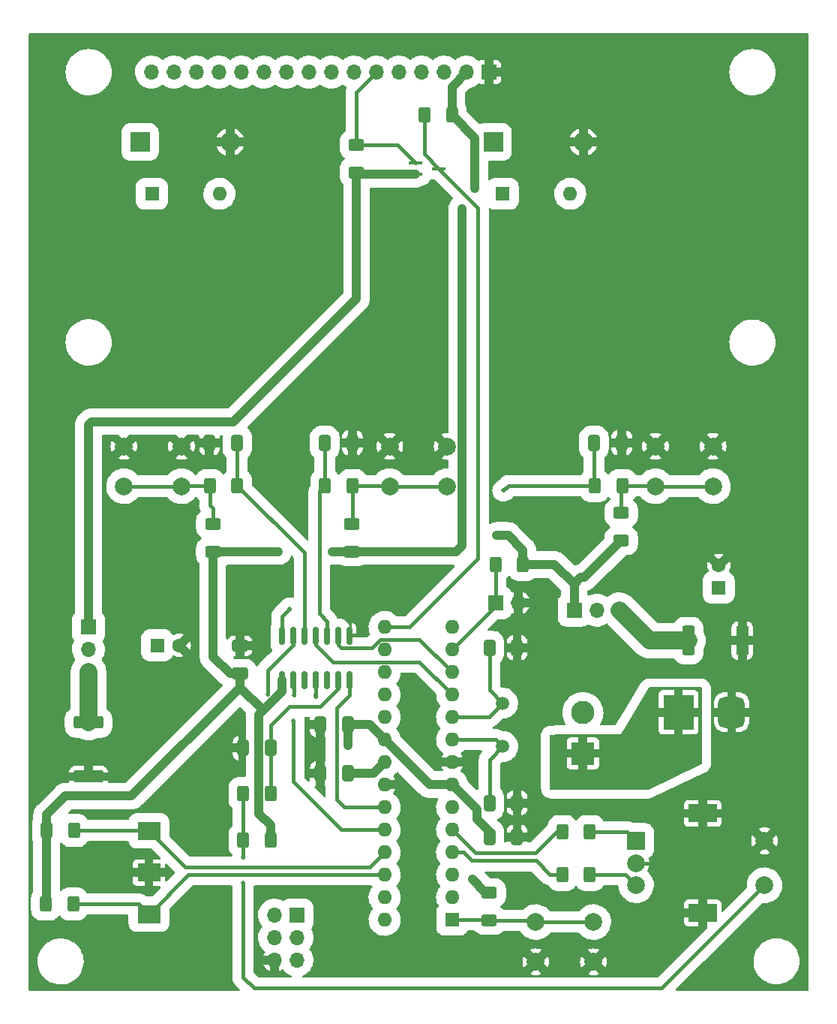
<source format=gbr>
%TF.GenerationSoftware,KiCad,Pcbnew,(5.99.0-12960-gccd3a1e6a9)*%
%TF.CreationDate,2021-11-17T23:12:52-08:00*%
%TF.ProjectId,Team2EpicDiceRoller,5465616d-3245-4706-9963-44696365526f,rev?*%
%TF.SameCoordinates,Original*%
%TF.FileFunction,Copper,L2,Bot*%
%TF.FilePolarity,Positive*%
%FSLAX46Y46*%
G04 Gerber Fmt 4.6, Leading zero omitted, Abs format (unit mm)*
G04 Created by KiCad (PCBNEW (5.99.0-12960-gccd3a1e6a9)) date 2021-11-17 23:12:52*
%MOMM*%
%LPD*%
G01*
G04 APERTURE LIST*
G04 Aperture macros list*
%AMRoundRect*
0 Rectangle with rounded corners*
0 $1 Rounding radius*
0 $2 $3 $4 $5 $6 $7 $8 $9 X,Y pos of 4 corners*
0 Add a 4 corners polygon primitive as box body*
4,1,4,$2,$3,$4,$5,$6,$7,$8,$9,$2,$3,0*
0 Add four circle primitives for the rounded corners*
1,1,$1+$1,$2,$3*
1,1,$1+$1,$4,$5*
1,1,$1+$1,$6,$7*
1,1,$1+$1,$8,$9*
0 Add four rect primitives between the rounded corners*
20,1,$1+$1,$2,$3,$4,$5,0*
20,1,$1+$1,$4,$5,$6,$7,0*
20,1,$1+$1,$6,$7,$8,$9,0*
20,1,$1+$1,$8,$9,$2,$3,0*%
G04 Aperture macros list end*
%TA.AperFunction,ComponentPad*%
%ADD10C,2.000000*%
%TD*%
%TA.AperFunction,ComponentPad*%
%ADD11R,3.500000X4.000000*%
%TD*%
%TA.AperFunction,ComponentPad*%
%ADD12RoundRect,0.750000X0.750000X1.000000X-0.750000X1.000000X-0.750000X-1.000000X0.750000X-1.000000X0*%
%TD*%
%TA.AperFunction,ComponentPad*%
%ADD13R,2.200000X2.200000*%
%TD*%
%TA.AperFunction,ComponentPad*%
%ADD14O,2.200000X2.200000*%
%TD*%
%TA.AperFunction,ComponentPad*%
%ADD15R,1.600000X1.600000*%
%TD*%
%TA.AperFunction,ComponentPad*%
%ADD16O,1.600000X1.600000*%
%TD*%
%TA.AperFunction,ComponentPad*%
%ADD17C,1.600000*%
%TD*%
%TA.AperFunction,ComponentPad*%
%ADD18C,1.500000*%
%TD*%
%TA.AperFunction,ComponentPad*%
%ADD19R,2.625000X2.625000*%
%TD*%
%TA.AperFunction,ComponentPad*%
%ADD20C,2.625000*%
%TD*%
%TA.AperFunction,ComponentPad*%
%ADD21R,1.700000X1.700000*%
%TD*%
%TA.AperFunction,ComponentPad*%
%ADD22O,1.700000X1.700000*%
%TD*%
%TA.AperFunction,ComponentPad*%
%ADD23R,2.000000X2.000000*%
%TD*%
%TA.AperFunction,ComponentPad*%
%ADD24R,3.200000X2.000000*%
%TD*%
%TA.AperFunction,ComponentPad*%
%ADD25R,2.600000X2.000000*%
%TD*%
%TA.AperFunction,SMDPad,CuDef*%
%ADD26RoundRect,0.250000X-0.400000X-0.625000X0.400000X-0.625000X0.400000X0.625000X-0.400000X0.625000X0*%
%TD*%
%TA.AperFunction,SMDPad,CuDef*%
%ADD27RoundRect,0.250000X0.412500X0.650000X-0.412500X0.650000X-0.412500X-0.650000X0.412500X-0.650000X0*%
%TD*%
%TA.AperFunction,SMDPad,CuDef*%
%ADD28RoundRect,0.250000X-0.412500X-0.650000X0.412500X-0.650000X0.412500X0.650000X-0.412500X0.650000X0*%
%TD*%
%TA.AperFunction,SMDPad,CuDef*%
%ADD29RoundRect,0.250000X0.400000X0.625000X-0.400000X0.625000X-0.400000X-0.625000X0.400000X-0.625000X0*%
%TD*%
%TA.AperFunction,SMDPad,CuDef*%
%ADD30RoundRect,0.250000X-0.625000X0.400000X-0.625000X-0.400000X0.625000X-0.400000X0.625000X0.400000X0*%
%TD*%
%TA.AperFunction,SMDPad,CuDef*%
%ADD31RoundRect,0.250000X0.625000X-0.400000X0.625000X0.400000X-0.625000X0.400000X-0.625000X-0.400000X0*%
%TD*%
%TA.AperFunction,SMDPad,CuDef*%
%ADD32R,1.500000X0.450000*%
%TD*%
%TA.AperFunction,SMDPad,CuDef*%
%ADD33RoundRect,0.250000X-0.650000X0.412500X-0.650000X-0.412500X0.650000X-0.412500X0.650000X0.412500X0*%
%TD*%
%TA.AperFunction,SMDPad,CuDef*%
%ADD34RoundRect,0.249999X-1.425001X0.450001X-1.425001X-0.450001X1.425001X-0.450001X1.425001X0.450001X0*%
%TD*%
%TA.AperFunction,SMDPad,CuDef*%
%ADD35RoundRect,0.249999X-0.450001X-1.425001X0.450001X-1.425001X0.450001X1.425001X-0.450001X1.425001X0*%
%TD*%
%TA.AperFunction,SMDPad,CuDef*%
%ADD36RoundRect,0.150000X-0.150000X0.825000X-0.150000X-0.825000X0.150000X-0.825000X0.150000X0.825000X0*%
%TD*%
%TA.AperFunction,ViaPad*%
%ADD37C,0.508000*%
%TD*%
%TA.AperFunction,Conductor*%
%ADD38C,0.400000*%
%TD*%
%TA.AperFunction,Conductor*%
%ADD39C,1.000000*%
%TD*%
%TA.AperFunction,Conductor*%
%ADD40C,2.000000*%
%TD*%
G04 APERTURE END LIST*
D10*
%TO.P,SW8,1,1*%
%TO.N,GND*%
X175250000Y-67600000D03*
X168750000Y-67600000D03*
%TO.P,SW8,2,2*%
%TO.N,Net-(R19-Pad2)*%
X168750000Y-72100000D03*
X175250000Y-72100000D03*
%TD*%
D11*
%TO.P,J3,1*%
%TO.N,+BATT*%
X171350000Y-97582500D03*
D12*
%TO.P,J3,2*%
%TO.N,GND*%
X177350000Y-97582500D03*
%TD*%
D10*
%TO.P,SW6,1,1*%
%TO.N,GND*%
X138750000Y-67600000D03*
X145250000Y-67600000D03*
%TO.P,SW6,2,2*%
%TO.N,Net-(R15-Pad2)*%
X138750000Y-72100000D03*
X145250000Y-72100000D03*
%TD*%
D13*
%TO.P,D4,1,K*%
%TO.N,Net-(D1-Pad1)*%
X150445000Y-33275000D03*
D14*
%TO.P,D4,2,A*%
%TO.N,GND*%
X160605000Y-33275000D03*
%TD*%
D15*
%TO.P,U4,1,~{RESET}/PC6*%
%TO.N,RESET#*%
X145800000Y-121000000D03*
D16*
%TO.P,U4,2,PD0*%
%TO.N,IO0_RX_PD0*%
X145800000Y-118460000D03*
%TO.P,U4,3,PD1*%
%TO.N,IO1_TX_PD1*%
X145800000Y-115920000D03*
%TO.P,U4,4,PD2*%
%TO.N,IO2_PD2*%
X145800000Y-113380000D03*
%TO.P,U4,5,PD3*%
%TO.N,IO3_PD3*%
X145800000Y-110840000D03*
%TO.P,U4,6,PD4*%
%TO.N,IO4_PD4*%
X145800000Y-108300000D03*
%TO.P,U4,7,VCC*%
%TO.N,VCC*%
X145800000Y-105760000D03*
%TO.P,U4,8,GND*%
%TO.N,GND*%
X145800000Y-103220000D03*
%TO.P,U4,9,XTAL1/PB6*%
%TO.N,Net-(C9-Pad2)*%
X145800000Y-100680000D03*
%TO.P,U4,10,XTAL2/PB7*%
%TO.N,Net-(C10-Pad2)*%
X145800000Y-98140000D03*
%TO.P,U4,11,PD5*%
%TO.N,IO5_PD5*%
X145800000Y-95600000D03*
%TO.P,U4,12,PD6*%
%TO.N,IO6_PD6*%
X145800000Y-93060000D03*
%TO.P,U4,13,PD7*%
%TO.N,IO7_PD7*%
X145800000Y-90520000D03*
%TO.P,U4,14,PB0*%
%TO.N,IO8_PB0*%
X145800000Y-87980000D03*
%TO.P,U4,15,PB1*%
%TO.N,IO9_PB1*%
X138180000Y-87980000D03*
%TO.P,U4,16,PB2*%
%TO.N,IO10_SS_PB2*%
X138180000Y-90520000D03*
%TO.P,U4,17,PB3*%
%TO.N,IO11_MOSI_PB3*%
X138180000Y-93060000D03*
%TO.P,U4,18,PB4*%
%TO.N,IO12_MISO_PB4*%
X138180000Y-95600000D03*
%TO.P,U4,19,PB5*%
%TO.N,IO13_SCK_PB5*%
X138180000Y-98140000D03*
%TO.P,U4,20,AVCC*%
%TO.N,VCC*%
X138180000Y-100680000D03*
%TO.P,U4,21,AREF*%
%TO.N,Net-(C13-Pad2)*%
X138180000Y-103220000D03*
%TO.P,U4,22,GND*%
%TO.N,GND*%
X138180000Y-105760000D03*
%TO.P,U4,23,PC0*%
%TO.N,AD0_PC0*%
X138180000Y-108300000D03*
%TO.P,U4,24,PC1*%
%TO.N,AD1_PC1*%
X138180000Y-110840000D03*
%TO.P,U4,25,PC2*%
%TO.N,AD2_PC2*%
X138180000Y-113380000D03*
%TO.P,U4,26,PC3*%
%TO.N,AD3_PC3*%
X138180000Y-115920000D03*
%TO.P,U4,27,PC4*%
%TO.N,AD4_PC4*%
X138180000Y-118460000D03*
%TO.P,U4,28,PC5*%
%TO.N,AD5_PC5*%
X138180000Y-121000000D03*
%TD*%
D15*
%TO.P,C8,1*%
%TO.N,/3V3*%
X112500000Y-90044887D03*
D17*
%TO.P,C8,2*%
%TO.N,GND*%
X115000000Y-90044887D03*
%TD*%
D13*
%TO.P,D3,1,K*%
%TO.N,Net-(D2-Pad1)*%
X110570000Y-33275000D03*
D14*
%TO.P,D3,2,A*%
%TO.N,GND*%
X120730000Y-33275000D03*
%TD*%
D15*
%TO.P,C6,1*%
%TO.N,Net-(C16-Pad1)*%
X175900000Y-83525000D03*
D17*
%TO.P,C6,2*%
%TO.N,GND*%
X175900000Y-81025000D03*
%TD*%
D18*
%TO.P,Y1,1,1*%
%TO.N,Net-(C9-Pad2)*%
X151500000Y-101450000D03*
%TO.P,Y1,2,2*%
%TO.N,Net-(C10-Pad2)*%
X151500000Y-96570000D03*
%TD*%
D19*
%TO.P,SW3,1,A*%
%TO.N,+BATT*%
X160560000Y-102232500D03*
D20*
%TO.P,SW3,2,B*%
%TO.N,/Vin*%
X160560000Y-97632500D03*
%TD*%
D21*
%TO.P,J1,1,Pin_1*%
%TO.N,IO12_MISO_PB4*%
X128290000Y-120475000D03*
D22*
%TO.P,J1,2,Pin_2*%
%TO.N,unconnected-(J1-Pad2)*%
X125750000Y-120475000D03*
%TO.P,J1,3,Pin_3*%
%TO.N,IO13_SCK_PB5*%
X128290000Y-123015000D03*
%TO.P,J1,4,Pin_4*%
%TO.N,IO11_MOSI_PB3*%
X125750000Y-123015000D03*
%TO.P,J1,5,Pin_5*%
%TO.N,RESET#*%
X128290000Y-125555000D03*
%TO.P,J1,6,Pin_6*%
%TO.N,GND*%
X125750000Y-125555000D03*
%TD*%
D15*
%TO.P,D2,1,K*%
%TO.N,Net-(D2-Pad1)*%
X111915000Y-39125000D03*
D16*
%TO.P,D2,2,A*%
%TO.N,Net-(D2-Pad2)*%
X119535000Y-39125000D03*
%TD*%
D23*
%TO.P,SW4,A,A*%
%TO.N,Net-(R21-Pad1)*%
X166575000Y-112100000D03*
D10*
%TO.P,SW4,B,B*%
%TO.N,Net-(R22-Pad2)*%
X166575000Y-117100000D03*
%TO.P,SW4,C,C*%
%TO.N,GND*%
X166575000Y-114600000D03*
D24*
%TO.P,SW4,MP,MP*%
X174075000Y-120200000D03*
X174075000Y-109000000D03*
D10*
%TO.P,SW4,S1,S1*%
%TO.N,Net-(R4-Pad2)*%
X181075000Y-117100000D03*
%TO.P,SW4,S2,S2*%
%TO.N,GND*%
X181075000Y-112100000D03*
%TD*%
D21*
%TO.P,JP1,1,A*%
%TO.N,+3V3*%
X104750000Y-87975000D03*
D22*
%TO.P,JP1,2,C*%
%TO.N,/3V3*%
X104750000Y-90515000D03*
%TO.P,JP1,3,B*%
%TO.N,/Load_3V3*%
X104750000Y-93055000D03*
%TD*%
D10*
%TO.P,SW5,1,1*%
%TO.N,GND*%
X108750000Y-67600000D03*
X115250000Y-67600000D03*
%TO.P,SW5,2,2*%
%TO.N,Net-(R11-Pad1)*%
X115250000Y-72100000D03*
X108750000Y-72100000D03*
%TD*%
D21*
%TO.P,JP2,1,A*%
%TO.N,VCC*%
X159575000Y-86075000D03*
D22*
%TO.P,JP2,2,C*%
%TO.N,Net-(C16-Pad1)*%
X162115000Y-86075000D03*
%TO.P,JP2,3,B*%
%TO.N,/Load_VCC*%
X164655000Y-86075000D03*
%TD*%
D21*
%TO.P,J2,1,Pin_1*%
%TO.N,GND*%
X149961600Y-25400000D03*
D22*
%TO.P,J2,2,Pin_2*%
%TO.N,VCC*%
X147421600Y-25400000D03*
%TO.P,J2,3,Pin_3*%
%TO.N,unconnected-(J2-Pad3)*%
X144881600Y-25400000D03*
%TO.P,J2,4,Pin_4*%
%TO.N,unconnected-(J2-Pad4)*%
X142341600Y-25400000D03*
%TO.P,J2,5,Pin_5*%
%TO.N,unconnected-(J2-Pad5)*%
X139801600Y-25400000D03*
%TO.P,J2,6,Pin_6*%
%TO.N,LCD_RX*%
X137261600Y-25400000D03*
%TO.P,J2,7,Pin_7*%
%TO.N,unconnected-(J2-Pad7)*%
X134721600Y-25400000D03*
%TO.P,J2,8,Pin_8*%
%TO.N,unconnected-(J2-Pad8)*%
X132181600Y-25400000D03*
%TO.P,J2,9,Pin_9*%
%TO.N,unconnected-(J2-Pad9)*%
X129641600Y-25400000D03*
%TO.P,J2,10,Pin_10*%
%TO.N,unconnected-(J2-Pad10)*%
X127101600Y-25400000D03*
%TO.P,J2,11,Pin_11*%
%TO.N,unconnected-(J2-Pad11)*%
X124561600Y-25400000D03*
%TO.P,J2,12,Pin_12*%
%TO.N,unconnected-(J2-Pad12)*%
X122021600Y-25400000D03*
%TO.P,J2,13,Pin_13*%
%TO.N,unconnected-(J2-Pad13)*%
X119481600Y-25400000D03*
%TO.P,J2,14,Pin_14*%
%TO.N,unconnected-(J2-Pad14)*%
X116941600Y-25400000D03*
%TO.P,J2,15,Pin_15*%
%TO.N,unconnected-(J2-Pad15)*%
X114401600Y-25400000D03*
%TO.P,J2,16,Pin_16*%
%TO.N,unconnected-(J2-Pad16)*%
X111861600Y-25400000D03*
%TD*%
D15*
%TO.P,D1,1,K*%
%TO.N,Net-(D1-Pad1)*%
X151515000Y-39125000D03*
D16*
%TO.P,D1,2,A*%
%TO.N,Net-(D1-Pad2)*%
X159135000Y-39125000D03*
%TD*%
D21*
%TO.P,SW2,1,1*%
%TO.N,IO7_PD7*%
X150700000Y-85250000D03*
D22*
%TO.P,SW2,2,2*%
%TO.N,GND*%
X153240000Y-85250000D03*
%TD*%
D10*
%TO.P,SW7,1,1*%
%TO.N,GND*%
X161750000Y-125750000D03*
X155250000Y-125750000D03*
%TO.P,SW7,2,2*%
%TO.N,RESET#*%
X155250000Y-121250000D03*
X161750000Y-121250000D03*
%TD*%
D25*
%TO.P,SW1,1,A*%
%TO.N,AD2_PC2*%
X111575000Y-110975000D03*
%TO.P,SW1,2,B*%
%TO.N,GND*%
X111575000Y-115675000D03*
%TO.P,SW1,3,C*%
%TO.N,AD3_PC3*%
X111575000Y-120375000D03*
%TD*%
D26*
%TO.P,R11,1*%
%TO.N,Net-(R11-Pad1)*%
X118445000Y-72025000D03*
%TO.P,R11,2*%
%TO.N,/LeftDebn*%
X121545000Y-72025000D03*
%TD*%
D27*
%TO.P,C7,1*%
%TO.N,/LeftDebn*%
X121537500Y-67200000D03*
%TO.P,C7,2*%
%TO.N,GND*%
X118412500Y-67200000D03*
%TD*%
D28*
%TO.P,C11,1*%
%TO.N,/MidDebn*%
X131412500Y-67200000D03*
%TO.P,C11,2*%
%TO.N,GND*%
X134537500Y-67200000D03*
%TD*%
%TO.P,C12,1*%
%TO.N,/RigDebn*%
X161812500Y-67200000D03*
%TO.P,C12,2*%
%TO.N,GND*%
X164937500Y-67200000D03*
%TD*%
D29*
%TO.P,R17,1*%
%TO.N,Net-(R15-Pad2)*%
X134545000Y-72025000D03*
%TO.P,R17,2*%
%TO.N,/MidDebn*%
X131445000Y-72025000D03*
%TD*%
D30*
%TO.P,R18,1*%
%TO.N,VCC*%
X150000000Y-117950000D03*
%TO.P,R18,2*%
%TO.N,RESET#*%
X150000000Y-121050000D03*
%TD*%
D29*
%TO.P,R1,1*%
%TO.N,VCC*%
X153800000Y-80925000D03*
%TO.P,R1,2*%
%TO.N,IO7_PD7*%
X150700000Y-80925000D03*
%TD*%
D31*
%TO.P,R19,1*%
%TO.N,VCC*%
X164900000Y-78225000D03*
%TO.P,R19,2*%
%TO.N,Net-(R19-Pad2)*%
X164900000Y-75125000D03*
%TD*%
D27*
%TO.P,C9,1*%
%TO.N,GND*%
X153137500Y-107825000D03*
%TO.P,C9,2*%
%TO.N,Net-(C9-Pad2)*%
X150012500Y-107825000D03*
%TD*%
D32*
%TO.P,Q1,1,G*%
%TO.N,+3V3*%
X141645000Y-36925000D03*
%TO.P,Q1,2,S*%
%TO.N,LCD_RX*%
X141645000Y-35625000D03*
%TO.P,Q1,3,D*%
%TO.N,IO9_PB1*%
X144305000Y-36275000D03*
%TD*%
D29*
%TO.P,R20,1*%
%TO.N,Net-(R19-Pad2)*%
X165000000Y-72025000D03*
%TO.P,R20,2*%
%TO.N,/RigDebn*%
X161900000Y-72025000D03*
%TD*%
%TO.P,R16,1*%
%TO.N,VCC*%
X145775000Y-30250000D03*
%TO.P,R16,2*%
%TO.N,IO9_PB1*%
X142675000Y-30250000D03*
%TD*%
D31*
%TO.P,R15,1*%
%TO.N,VCC*%
X134500000Y-79475000D03*
%TO.P,R15,2*%
%TO.N,Net-(R15-Pad2)*%
X134500000Y-76375000D03*
%TD*%
D29*
%TO.P,R4,1*%
%TO.N,VCC*%
X125295000Y-112000000D03*
%TO.P,R4,2*%
%TO.N,Net-(R4-Pad2)*%
X122195000Y-112000000D03*
%TD*%
D27*
%TO.P,C3,1*%
%TO.N,/EncDebnc*%
X125337500Y-101625000D03*
%TO.P,C3,2*%
%TO.N,GND*%
X122212500Y-101625000D03*
%TD*%
D26*
%TO.P,R2,1*%
%TO.N,VCC*%
X99925000Y-119225000D03*
%TO.P,R2,2*%
%TO.N,AD3_PC3*%
X103025000Y-119225000D03*
%TD*%
D33*
%TO.P,C18,1*%
%TO.N,GND*%
X121850000Y-90112500D03*
%TO.P,C18,2*%
%TO.N,VCC*%
X121850000Y-93237500D03*
%TD*%
D29*
%TO.P,R21,1*%
%TO.N,Net-(R21-Pad1)*%
X161350000Y-111050000D03*
%TO.P,R21,2*%
%TO.N,IO3_PD3*%
X158250000Y-111050000D03*
%TD*%
D26*
%TO.P,R22,1*%
%TO.N,IO2_PD2*%
X158250000Y-115900000D03*
%TO.P,R22,2*%
%TO.N,Net-(R22-Pad2)*%
X161350000Y-115900000D03*
%TD*%
D28*
%TO.P,C15,1*%
%TO.N,GND*%
X130937500Y-99000000D03*
%TO.P,C15,2*%
%TO.N,VCC*%
X134062500Y-99000000D03*
%TD*%
D27*
%TO.P,C14,1*%
%TO.N,GND*%
X153137500Y-111675000D03*
%TO.P,C14,2*%
%TO.N,VCC*%
X150012500Y-111675000D03*
%TD*%
D28*
%TO.P,C13,1*%
%TO.N,GND*%
X130937500Y-104500000D03*
%TO.P,C13,2*%
%TO.N,Net-(C13-Pad2)*%
X134062500Y-104500000D03*
%TD*%
D31*
%TO.P,R14,1*%
%TO.N,+3V3*%
X135000000Y-36700000D03*
%TO.P,R14,2*%
%TO.N,LCD_RX*%
X135000000Y-33600000D03*
%TD*%
D34*
%TO.P,R12,1*%
%TO.N,/Load_3V3*%
X104750000Y-98750000D03*
%TO.P,R12,2*%
%TO.N,GND*%
X104750000Y-104850000D03*
%TD*%
D27*
%TO.P,C10,1*%
%TO.N,GND*%
X153137500Y-90325000D03*
%TO.P,C10,2*%
%TO.N,Net-(C10-Pad2)*%
X150012500Y-90325000D03*
%TD*%
D35*
%TO.P,R13,1*%
%TO.N,/Load_VCC*%
X172450000Y-89500000D03*
%TO.P,R13,2*%
%TO.N,GND*%
X178550000Y-89500000D03*
%TD*%
D26*
%TO.P,R3,1*%
%TO.N,VCC*%
X100025000Y-110925000D03*
%TO.P,R3,2*%
%TO.N,AD2_PC2*%
X103125000Y-110925000D03*
%TD*%
%TO.P,R6,1*%
%TO.N,Net-(R4-Pad2)*%
X122195000Y-106750000D03*
%TO.P,R6,2*%
%TO.N,/EncDebnc*%
X125295000Y-106750000D03*
%TD*%
D31*
%TO.P,R9,1*%
%TO.N,VCC*%
X118775000Y-79475000D03*
%TO.P,R9,2*%
%TO.N,Net-(R11-Pad1)*%
X118775000Y-76375000D03*
%TD*%
D36*
%TO.P,U2,1*%
%TO.N,/RigDebn*%
X126590000Y-89000000D03*
%TO.P,U2,2*%
%TO.N,AD1_PC1*%
X127860000Y-89000000D03*
%TO.P,U2,3*%
%TO.N,/LeftDebn*%
X129130000Y-89000000D03*
%TO.P,U2,4*%
%TO.N,IO5_PD5*%
X130400000Y-89000000D03*
%TO.P,U2,5*%
%TO.N,/MidDebn*%
X131670000Y-89000000D03*
%TO.P,U2,6*%
%TO.N,IO6_PD6*%
X132940000Y-89000000D03*
%TO.P,U2,7,GND*%
%TO.N,GND*%
X134210000Y-89000000D03*
%TO.P,U2,8*%
%TO.N,AD0_PC0*%
X134210000Y-93950000D03*
%TO.P,U2,9*%
%TO.N,/EncDebnc*%
X132940000Y-93950000D03*
%TO.P,U2,10*%
%TO.N,unconnected-(U2-Pad10)*%
X131670000Y-93950000D03*
%TO.P,U2,11*%
%TO.N,GND*%
X130400000Y-93950000D03*
%TO.P,U2,12*%
%TO.N,unconnected-(U2-Pad12)*%
X129130000Y-93950000D03*
%TO.P,U2,13*%
%TO.N,GND*%
X127860000Y-93950000D03*
%TO.P,U2,14,VCC*%
%TO.N,VCC*%
X126590000Y-93950000D03*
%TD*%
D37*
%TO.N,GND*%
X178950000Y-31400000D03*
X184700000Y-36025000D03*
X136275000Y-67125000D03*
X156650000Y-67050000D03*
X178575000Y-105525000D03*
X142150000Y-53475000D03*
X111725000Y-97275000D03*
X170175000Y-110125000D03*
X184200000Y-77450000D03*
X135750000Y-87825000D03*
X126550000Y-65125000D03*
X112450000Y-83600000D03*
X147525000Y-103125000D03*
X158575000Y-59375000D03*
X130375000Y-95825000D03*
X154750000Y-111550000D03*
X111875000Y-42750000D03*
X141875000Y-97900000D03*
X155000000Y-90275000D03*
X99800000Y-43625000D03*
X112450000Y-76350000D03*
X113900000Y-29225000D03*
X99800000Y-31325000D03*
X154900000Y-107775000D03*
X143950000Y-103100000D03*
X99425000Y-105225000D03*
X177575000Y-126275000D03*
X178700000Y-109800000D03*
X164925000Y-33575000D03*
X180325000Y-42125000D03*
X169825000Y-63525000D03*
X137725000Y-123800000D03*
X129450000Y-99125000D03*
X117350000Y-104275000D03*
X171950000Y-76500000D03*
X184375000Y-90575000D03*
X133375000Y-59225000D03*
X166650000Y-67175000D03*
X180625000Y-97525000D03*
X115725000Y-85900000D03*
X158850000Y-49275000D03*
X121650000Y-98275000D03*
X172650000Y-79950000D03*
X139750000Y-105675000D03*
X137875000Y-39975000D03*
X176175000Y-86650000D03*
X120575000Y-49075000D03*
X102200000Y-104875000D03*
X103825000Y-50125000D03*
X141825000Y-58900000D03*
X165525000Y-55850000D03*
X184225000Y-119475000D03*
X177450000Y-101025000D03*
X177025000Y-50650000D03*
X120475000Y-101600000D03*
X184200000Y-106750000D03*
X141975000Y-120175000D03*
X123325000Y-84150000D03*
X161725000Y-54075000D03*
X157125000Y-36225000D03*
X176025000Y-78350000D03*
X100575000Y-64125000D03*
X129400000Y-104375000D03*
X141700000Y-63350000D03*
X107525000Y-104900000D03*
X135875000Y-82950000D03*
X103825000Y-114825000D03*
X136725000Y-53675000D03*
X126775000Y-50950000D03*
X126425000Y-72000000D03*
X116525000Y-93850000D03*
X166750000Y-50900000D03*
X174100000Y-114625000D03*
X184125000Y-63450000D03*
X124875000Y-33775000D03*
X121850000Y-88425000D03*
X142000000Y-113175000D03*
X161075000Y-75175000D03*
X169850000Y-119150000D03*
X118400000Y-69325000D03*
X103900000Y-37225000D03*
X166550000Y-124225000D03*
X184150000Y-49400000D03*
X127950000Y-95700000D03*
X141900000Y-46525000D03*
X117275000Y-125900000D03*
X148750000Y-125075000D03*
X130000000Y-29825000D03*
X100650000Y-82925000D03*
X117450000Y-111075000D03*
X129600000Y-37050000D03*
X107750000Y-125425000D03*
X120725000Y-30725000D03*
%TO.N,VCC*%
X132275000Y-79475000D03*
X150850000Y-77650000D03*
X134050000Y-100575000D03*
X146901911Y-40801911D03*
X146275000Y-79475000D03*
X148075000Y-116450000D03*
X148350000Y-38475000D03*
X148600000Y-109725000D03*
X126175000Y-79475000D03*
X134050000Y-101325000D03*
X124100000Y-97850000D03*
%TO.N,AD1_PC1*%
X124975000Y-95575000D03*
X127900000Y-98525000D03*
%TO.N,Net-(R4-Pad2)*%
X122200000Y-113975000D03*
X122200000Y-116850000D03*
%TO.N,+BATT*%
X171325000Y-101250000D03*
X160550000Y-105200000D03*
X164850000Y-102125000D03*
%TO.N,/RigDebn*%
X151600000Y-72575000D03*
X127450000Y-85900000D03*
%TD*%
D38*
%TO.N,GND*%
X174075000Y-114600000D02*
X174100000Y-114625000D01*
X130375000Y-93975000D02*
X130400000Y-93950000D01*
X130375000Y-95825000D02*
X130375000Y-93975000D01*
X127950000Y-94040000D02*
X127860000Y-93950000D01*
X127950000Y-95700000D02*
X127950000Y-94040000D01*
X166575000Y-114600000D02*
X174075000Y-114600000D01*
%TO.N,Net-(C9-Pad2)*%
X150012500Y-107825000D02*
X150012500Y-102937500D01*
X150730000Y-100680000D02*
X151500000Y-101450000D01*
X145800000Y-100680000D02*
X150730000Y-100680000D01*
X150012500Y-102937500D02*
X151500000Y-101450000D01*
D39*
%TO.N,VCC*%
X148600000Y-109650000D02*
X148600000Y-108560000D01*
X145800000Y-105760000D02*
X143260000Y-105760000D01*
X118775000Y-79475000D02*
X118775000Y-89382434D01*
X150012500Y-111675000D02*
X150012500Y-111062500D01*
X152125000Y-77650000D02*
X150850000Y-77650000D01*
X121850000Y-94800000D02*
X124450000Y-97400000D01*
X118800000Y-89407434D02*
X118800000Y-91325000D01*
X157350000Y-80925000D02*
X153800000Y-80925000D01*
X159575000Y-83150000D02*
X159575000Y-86075000D01*
X118800000Y-91325000D02*
X120712500Y-93237500D01*
X150000000Y-117950000D02*
X149575000Y-117950000D01*
X124450000Y-97400000D02*
X126590000Y-95260000D01*
X150012500Y-111062500D02*
X148600000Y-109650000D01*
X126590000Y-95260000D02*
X126590000Y-93950000D01*
X145775000Y-30250000D02*
X145775000Y-27046600D01*
X148350000Y-38475000D02*
X148350000Y-32825000D01*
X146901911Y-78848089D02*
X146901911Y-40801911D01*
X146275000Y-79475000D02*
X146901911Y-78848089D01*
X134062500Y-101312500D02*
X134050000Y-101325000D01*
X100025000Y-110925000D02*
X100025000Y-109150000D01*
X148600000Y-108560000D02*
X145800000Y-105760000D01*
X153800000Y-80925000D02*
X153800000Y-79325000D01*
X160725000Y-82400000D02*
X160325000Y-82400000D01*
X134062500Y-99000000D02*
X136500000Y-99000000D01*
X123993080Y-109018080D02*
X125295000Y-110320000D01*
X134500000Y-79475000D02*
X132275000Y-79475000D01*
X143260000Y-105760000D02*
X138180000Y-100680000D01*
X100025000Y-110925000D02*
X100025000Y-119125000D01*
X160325000Y-82400000D02*
X159575000Y-83150000D01*
X145775000Y-27046600D02*
X147421600Y-25400000D01*
X148350000Y-32825000D02*
X145775000Y-30250000D01*
X134062500Y-99000000D02*
X134062500Y-101312500D01*
X125295000Y-110320000D02*
X125295000Y-112000000D01*
X100025000Y-109150000D02*
X102125000Y-107050000D01*
X102125000Y-107050000D02*
X109600000Y-107050000D01*
X134500000Y-79475000D02*
X146275000Y-79475000D01*
X120712500Y-93237500D02*
X121850000Y-93237500D01*
X100025000Y-119125000D02*
X99925000Y-119225000D01*
X124450000Y-97400000D02*
X123993080Y-97856920D01*
X118775000Y-89382434D02*
X118800000Y-89407434D01*
X118775000Y-79475000D02*
X126175000Y-79475000D01*
X153800000Y-79325000D02*
X152125000Y-77650000D01*
X109600000Y-107050000D02*
X121850000Y-94800000D01*
X164900000Y-78225000D02*
X160725000Y-82400000D01*
X149575000Y-117950000D02*
X148075000Y-116450000D01*
X136500000Y-99000000D02*
X138180000Y-100680000D01*
X121850000Y-93237500D02*
X121850000Y-94800000D01*
X123993080Y-97856920D02*
X123993080Y-109018080D01*
X159575000Y-83150000D02*
X157350000Y-80925000D01*
D38*
%TO.N,RESET#*%
X161750000Y-121250000D02*
X155250000Y-121250000D01*
X149950000Y-121000000D02*
X150000000Y-121050000D01*
X145800000Y-121000000D02*
X149950000Y-121000000D01*
X150000000Y-121050000D02*
X155050000Y-121050000D01*
X155050000Y-121050000D02*
X155250000Y-121250000D01*
%TO.N,IO9_PB1*%
X142675000Y-30250000D02*
X142675000Y-34645000D01*
X148730901Y-80219099D02*
X140970000Y-87980000D01*
X144305000Y-36275000D02*
X148730901Y-40700901D01*
X140970000Y-87980000D02*
X138180000Y-87980000D01*
X142675000Y-34645000D02*
X144305000Y-36275000D01*
X148730901Y-40700901D02*
X148730901Y-80219099D01*
%TO.N,AD1_PC1*%
X138180000Y-110840000D02*
X133315000Y-110840000D01*
X124975000Y-92859998D02*
X125467499Y-92367499D01*
X133315000Y-110840000D02*
X127900000Y-105425000D01*
X127900000Y-105425000D02*
X127900000Y-98525000D01*
X125467499Y-92367499D02*
X127860000Y-89974999D01*
X127860000Y-89974999D02*
X127860000Y-89000000D01*
X124975000Y-95575000D02*
X124975000Y-92859998D01*
%TO.N,AD0_PC0*%
X132750000Y-97125000D02*
X132750000Y-107450000D01*
X134210000Y-95665000D02*
X132750000Y-97125000D01*
X132750000Y-107450000D02*
X133600000Y-108300000D01*
X134210000Y-93950000D02*
X134210000Y-95665000D01*
X133600000Y-108300000D02*
X138180000Y-108300000D01*
%TO.N,Net-(R4-Pad2)*%
X122195000Y-112000000D02*
X122195000Y-106750000D01*
X169450000Y-128725000D02*
X123450000Y-128725000D01*
X122195000Y-113970000D02*
X122200000Y-113975000D01*
X181075000Y-117100000D02*
X169450000Y-128725000D01*
X122195000Y-112000000D02*
X122195000Y-113970000D01*
X122200000Y-127475000D02*
X122200000Y-116850000D01*
X123450000Y-128725000D02*
X122200000Y-127475000D01*
%TO.N,Net-(R15-Pad2)*%
X138675000Y-72025000D02*
X138750000Y-72100000D01*
X134545000Y-72025000D02*
X138675000Y-72025000D01*
X134545000Y-72025000D02*
X134545000Y-76330000D01*
X138750000Y-72100000D02*
X145250000Y-72100000D01*
X134545000Y-76330000D02*
X134500000Y-76375000D01*
%TO.N,IO3_PD3*%
X157600000Y-111050000D02*
X155200000Y-113450000D01*
X148410000Y-113450000D02*
X145800000Y-110840000D01*
X158250000Y-111050000D02*
X157600000Y-111050000D01*
X155200000Y-113450000D02*
X148410000Y-113450000D01*
%TO.N,IO2_PD2*%
X156850000Y-115900000D02*
X155275000Y-114325000D01*
X148000000Y-114325000D02*
X147055000Y-113380000D01*
X155275000Y-114325000D02*
X148000000Y-114325000D01*
X158250000Y-115900000D02*
X156850000Y-115900000D01*
X147055000Y-113380000D02*
X145800000Y-113380000D01*
%TO.N,IO5_PD5*%
X130400000Y-89974999D02*
X132325001Y-91900000D01*
X130400000Y-89000000D02*
X130400000Y-89974999D01*
X132325001Y-91900000D02*
X142100000Y-91900000D01*
X142100000Y-91900000D02*
X145800000Y-95600000D01*
%TO.N,IO6_PD6*%
X142108089Y-89368089D02*
X145800000Y-93060000D01*
X136744031Y-90326920D02*
X137702862Y-89368089D01*
X137702862Y-89368089D02*
X142108089Y-89368089D01*
X132940000Y-89974999D02*
X133291921Y-90326920D01*
X132940000Y-89000000D02*
X132940000Y-89974999D01*
X133291921Y-90326920D02*
X136744031Y-90326920D01*
%TO.N,IO7_PD7*%
X145800000Y-90520000D02*
X150700000Y-85620000D01*
X150700000Y-80925000D02*
X150700000Y-85250000D01*
X150700000Y-85620000D02*
X150700000Y-85250000D01*
%TO.N,AD2_PC2*%
X103125000Y-110925000D02*
X111525000Y-110925000D01*
X138180000Y-113380000D02*
X136510000Y-115050000D01*
X136510000Y-115050000D02*
X115650000Y-115050000D01*
X115650000Y-115050000D02*
X111575000Y-110975000D01*
X111525000Y-110925000D02*
X111575000Y-110975000D01*
%TO.N,AD3_PC3*%
X116030000Y-115920000D02*
X111575000Y-120375000D01*
X103025000Y-119225000D02*
X110425000Y-119225000D01*
X138180000Y-115920000D02*
X116030000Y-115920000D01*
X110425000Y-119225000D02*
X111575000Y-120375000D01*
%TO.N,Net-(C10-Pad2)*%
X149930000Y-98140000D02*
X151500000Y-96570000D01*
X145800000Y-98140000D02*
X149930000Y-98140000D01*
X150012500Y-90325000D02*
X150012500Y-95082500D01*
X150012500Y-95082500D02*
X151500000Y-96570000D01*
D39*
%TO.N,Net-(C13-Pad2)*%
X136900000Y-104500000D02*
X138180000Y-103220000D01*
X134062500Y-104500000D02*
X136900000Y-104500000D01*
D38*
%TO.N,LCD_RX*%
X135000000Y-33600000D02*
X139620000Y-33600000D01*
X135000000Y-33600000D02*
X135000000Y-27661600D01*
X139620000Y-33600000D02*
X141645000Y-35625000D01*
X135000000Y-27661600D02*
X137261600Y-25400000D01*
D39*
%TO.N,+3V3*%
X105075000Y-64825000D02*
X104750000Y-65150000D01*
X121125000Y-64825000D02*
X105075000Y-64825000D01*
X135000000Y-36700000D02*
X135000000Y-50950000D01*
X135000000Y-50950000D02*
X121125000Y-64825000D01*
X141645000Y-36925000D02*
X135225000Y-36925000D01*
X104750000Y-65150000D02*
X104750000Y-87975000D01*
X135225000Y-36925000D02*
X135000000Y-36700000D01*
D38*
%TO.N,Net-(R11-Pad1)*%
X118775000Y-74575000D02*
X118775000Y-76375000D01*
X115325000Y-72025000D02*
X115250000Y-72100000D01*
X118445000Y-72025000D02*
X118445000Y-74245000D01*
X118445000Y-72025000D02*
X115325000Y-72025000D01*
X118445000Y-74245000D02*
X118775000Y-74575000D01*
X108750000Y-72100000D02*
X115250000Y-72100000D01*
%TO.N,Net-(R19-Pad2)*%
X168675000Y-72025000D02*
X168750000Y-72100000D01*
X164900000Y-75125000D02*
X164900000Y-72125000D01*
X168750000Y-72100000D02*
X175250000Y-72100000D01*
X164900000Y-72125000D02*
X165000000Y-72025000D01*
X165000000Y-72025000D02*
X168675000Y-72025000D01*
%TO.N,/EncDebnc*%
X127450000Y-96925000D02*
X130939999Y-96925000D01*
X125337500Y-101625000D02*
X125337500Y-99037500D01*
X125295000Y-106750000D02*
X125295000Y-101667500D01*
X125295000Y-101667500D02*
X125337500Y-101625000D01*
X130939999Y-96925000D02*
X132940000Y-94924999D01*
X132940000Y-94924999D02*
X132940000Y-93950000D01*
X125337500Y-99037500D02*
X127450000Y-96925000D01*
%TO.N,/LeftDebn*%
X121545000Y-72025000D02*
X129130000Y-79610000D01*
X121537500Y-72017500D02*
X121545000Y-72025000D01*
X129130000Y-79610000D02*
X129130000Y-89000000D01*
X121537500Y-67200000D02*
X121537500Y-72017500D01*
%TO.N,/MidDebn*%
X130800000Y-86475000D02*
X131670000Y-87345000D01*
X130800000Y-72670000D02*
X130800000Y-86475000D01*
X131412500Y-67200000D02*
X131412500Y-71992500D01*
X131445000Y-72025000D02*
X130800000Y-72670000D01*
X131670000Y-87345000D02*
X131670000Y-89000000D01*
X131412500Y-71992500D02*
X131445000Y-72025000D01*
%TO.N,/RigDebn*%
X126590000Y-86760000D02*
X127450000Y-85900000D01*
X161812500Y-71937500D02*
X161900000Y-72025000D01*
X152150000Y-72025000D02*
X161900000Y-72025000D01*
X151600000Y-72575000D02*
X152150000Y-72025000D01*
X126590000Y-89000000D02*
X126590000Y-86760000D01*
X161812500Y-67200000D02*
X161812500Y-71937500D01*
%TO.N,Net-(R21-Pad1)*%
X161350000Y-111050000D02*
X165525000Y-111050000D01*
X165525000Y-111050000D02*
X166575000Y-112100000D01*
%TO.N,Net-(R22-Pad2)*%
X161350000Y-115900000D02*
X165375000Y-115900000D01*
X165375000Y-115900000D02*
X166575000Y-117100000D01*
D40*
%TO.N,/Load_3V3*%
X104750000Y-93055000D02*
X104750000Y-98750000D01*
%TO.N,/Load_VCC*%
X172450000Y-89500000D02*
X168080000Y-89500000D01*
X168080000Y-89500000D02*
X164655000Y-86075000D01*
%TD*%
%TA.AperFunction,Conductor*%
%TO.N,+BATT*%
G36*
X173967121Y-94795002D02*
G01*
X174013614Y-94848658D01*
X174025000Y-94901000D01*
X174025000Y-103370514D01*
X174004998Y-103438635D01*
X173953263Y-103484231D01*
X168025741Y-106312717D01*
X167971478Y-106325000D01*
X156974988Y-106325000D01*
X156906867Y-106304998D01*
X156860374Y-106251342D01*
X156848992Y-106200016D01*
X156827941Y-103589669D01*
X158739501Y-103589669D01*
X158739871Y-103596490D01*
X158745395Y-103647352D01*
X158749021Y-103662604D01*
X158794176Y-103783054D01*
X158802714Y-103798649D01*
X158879215Y-103900724D01*
X158891776Y-103913285D01*
X158993851Y-103989786D01*
X159009446Y-103998324D01*
X159129894Y-104043478D01*
X159145149Y-104047105D01*
X159196014Y-104052631D01*
X159202828Y-104053000D01*
X160041885Y-104053000D01*
X160057124Y-104048525D01*
X160058329Y-104047135D01*
X160060000Y-104039452D01*
X160060000Y-104034884D01*
X161060000Y-104034884D01*
X161064475Y-104050123D01*
X161065865Y-104051328D01*
X161073548Y-104052999D01*
X161917169Y-104052999D01*
X161923990Y-104052629D01*
X161974852Y-104047105D01*
X161990104Y-104043479D01*
X162110554Y-103998324D01*
X162126149Y-103989786D01*
X162228224Y-103913285D01*
X162240785Y-103900724D01*
X162317286Y-103798649D01*
X162325824Y-103783054D01*
X162370978Y-103662606D01*
X162374605Y-103647351D01*
X162380131Y-103596486D01*
X162380500Y-103589672D01*
X162380500Y-102750615D01*
X162376025Y-102735376D01*
X162374635Y-102734171D01*
X162366952Y-102732500D01*
X161078115Y-102732500D01*
X161062876Y-102736975D01*
X161061671Y-102738365D01*
X161060000Y-102746048D01*
X161060000Y-104034884D01*
X160060000Y-104034884D01*
X160060000Y-102750615D01*
X160055525Y-102735376D01*
X160054135Y-102734171D01*
X160046452Y-102732500D01*
X158757616Y-102732500D01*
X158742377Y-102736975D01*
X158741172Y-102738365D01*
X158739501Y-102746048D01*
X158739501Y-103589669D01*
X156827941Y-103589669D01*
X156812818Y-101714385D01*
X158739500Y-101714385D01*
X158743975Y-101729624D01*
X158745365Y-101730829D01*
X158753048Y-101732500D01*
X160041885Y-101732500D01*
X160057124Y-101728025D01*
X160058329Y-101726635D01*
X160060000Y-101718952D01*
X160060000Y-101714385D01*
X161060000Y-101714385D01*
X161064475Y-101729624D01*
X161065865Y-101730829D01*
X161073548Y-101732500D01*
X162362384Y-101732500D01*
X162377623Y-101728025D01*
X162378828Y-101726635D01*
X162380499Y-101718952D01*
X162380499Y-100875331D01*
X162380129Y-100868510D01*
X162374605Y-100817648D01*
X162370979Y-100802396D01*
X162325824Y-100681946D01*
X162317286Y-100666351D01*
X162240785Y-100564276D01*
X162228224Y-100551715D01*
X162126149Y-100475214D01*
X162110554Y-100466676D01*
X161990106Y-100421522D01*
X161974851Y-100417895D01*
X161923986Y-100412369D01*
X161917172Y-100412000D01*
X161078115Y-100412000D01*
X161062876Y-100416475D01*
X161061671Y-100417865D01*
X161060000Y-100425548D01*
X161060000Y-101714385D01*
X160060000Y-101714385D01*
X160060000Y-100430116D01*
X160055525Y-100414877D01*
X160054135Y-100413672D01*
X160046452Y-100412001D01*
X159202831Y-100412001D01*
X159196010Y-100412371D01*
X159145148Y-100417895D01*
X159129896Y-100421521D01*
X159009446Y-100466676D01*
X158993851Y-100475214D01*
X158891776Y-100551715D01*
X158879215Y-100564276D01*
X158802714Y-100666351D01*
X158794176Y-100681946D01*
X158749022Y-100802394D01*
X158745395Y-100817649D01*
X158739869Y-100868514D01*
X158739500Y-100875328D01*
X158739500Y-101714385D01*
X156812818Y-101714385D01*
X156800981Y-100246614D01*
X156820433Y-100178334D01*
X156873712Y-100131410D01*
X156921503Y-100119717D01*
X157947263Y-100075119D01*
X157952736Y-100075000D01*
X164825000Y-100075000D01*
X164853584Y-100027286D01*
X165093277Y-99627169D01*
X169092001Y-99627169D01*
X169092371Y-99633990D01*
X169097895Y-99684852D01*
X169101521Y-99700104D01*
X169146676Y-99820554D01*
X169155214Y-99836149D01*
X169231715Y-99938224D01*
X169244276Y-99950785D01*
X169346351Y-100027286D01*
X169361946Y-100035824D01*
X169482394Y-100080978D01*
X169497649Y-100084605D01*
X169548514Y-100090131D01*
X169555328Y-100090500D01*
X170831885Y-100090500D01*
X170847124Y-100086025D01*
X170848329Y-100084635D01*
X170850000Y-100076952D01*
X170850000Y-100072384D01*
X171850000Y-100072384D01*
X171854475Y-100087623D01*
X171855865Y-100088828D01*
X171863548Y-100090499D01*
X173144669Y-100090499D01*
X173151490Y-100090129D01*
X173202352Y-100084605D01*
X173217604Y-100080979D01*
X173338054Y-100035824D01*
X173353649Y-100027286D01*
X173455724Y-99950785D01*
X173468285Y-99938224D01*
X173544786Y-99836149D01*
X173553324Y-99820554D01*
X173598478Y-99700106D01*
X173602105Y-99684851D01*
X173607631Y-99633986D01*
X173608000Y-99627172D01*
X173608000Y-98100615D01*
X173603525Y-98085376D01*
X173602135Y-98084171D01*
X173594452Y-98082500D01*
X171868115Y-98082500D01*
X171852876Y-98086975D01*
X171851671Y-98088365D01*
X171850000Y-98096048D01*
X171850000Y-100072384D01*
X170850000Y-100072384D01*
X170850000Y-98100615D01*
X170845525Y-98085376D01*
X170844135Y-98084171D01*
X170836452Y-98082500D01*
X169110116Y-98082500D01*
X169094877Y-98086975D01*
X169093672Y-98088365D01*
X169092001Y-98096048D01*
X169092001Y-99627169D01*
X165093277Y-99627169D01*
X166015107Y-98088365D01*
X166628529Y-97064385D01*
X169092000Y-97064385D01*
X169096475Y-97079624D01*
X169097865Y-97080829D01*
X169105548Y-97082500D01*
X170831885Y-97082500D01*
X170847124Y-97078025D01*
X170848329Y-97076635D01*
X170850000Y-97068952D01*
X170850000Y-97064385D01*
X171850000Y-97064385D01*
X171854475Y-97079624D01*
X171855865Y-97080829D01*
X171863548Y-97082500D01*
X173589884Y-97082500D01*
X173605123Y-97078025D01*
X173606328Y-97076635D01*
X173607999Y-97068952D01*
X173607999Y-95537831D01*
X173607629Y-95531010D01*
X173602105Y-95480148D01*
X173598479Y-95464896D01*
X173553324Y-95344446D01*
X173544786Y-95328851D01*
X173468285Y-95226776D01*
X173455724Y-95214215D01*
X173353649Y-95137714D01*
X173338054Y-95129176D01*
X173217606Y-95084022D01*
X173202351Y-95080395D01*
X173151486Y-95074869D01*
X173144672Y-95074500D01*
X171868115Y-95074500D01*
X171852876Y-95078975D01*
X171851671Y-95080365D01*
X171850000Y-95088048D01*
X171850000Y-97064385D01*
X170850000Y-97064385D01*
X170850000Y-95092616D01*
X170845525Y-95077377D01*
X170844135Y-95076172D01*
X170836452Y-95074501D01*
X169555331Y-95074501D01*
X169548510Y-95074871D01*
X169497648Y-95080395D01*
X169482396Y-95084021D01*
X169361946Y-95129176D01*
X169346351Y-95137714D01*
X169244276Y-95214215D01*
X169231715Y-95226776D01*
X169155214Y-95328851D01*
X169146676Y-95344446D01*
X169101522Y-95464894D01*
X169097895Y-95480149D01*
X169092369Y-95531014D01*
X169092000Y-95537828D01*
X169092000Y-97064385D01*
X166628529Y-97064385D01*
X167963309Y-94836248D01*
X168015474Y-94788090D01*
X168071397Y-94775000D01*
X173899000Y-94775000D01*
X173967121Y-94795002D01*
G37*
%TD.AperFunction*%
%TD*%
%TA.AperFunction,Conductor*%
%TO.N,GND*%
G36*
X185954621Y-21020002D02*
G01*
X186001114Y-21073658D01*
X186012500Y-21126000D01*
X186012500Y-128874000D01*
X185992498Y-128942121D01*
X185938842Y-128988614D01*
X185886500Y-129000000D01*
X171176954Y-129000000D01*
X171108833Y-128979998D01*
X171062340Y-128926342D01*
X171052236Y-128856068D01*
X171081730Y-128791488D01*
X171087859Y-128784905D01*
X174225046Y-125647718D01*
X179819890Y-125647718D01*
X179824344Y-125737188D01*
X179833784Y-125926808D01*
X179835480Y-125960886D01*
X179836121Y-125964617D01*
X179836122Y-125964625D01*
X179880350Y-126222012D01*
X179888581Y-126269912D01*
X179889669Y-126273551D01*
X179889670Y-126273554D01*
X179957209Y-126499387D01*
X179978422Y-126570320D01*
X180103703Y-126857760D01*
X180105626Y-126861032D01*
X180105628Y-126861035D01*
X180148108Y-126933295D01*
X180262608Y-127128067D01*
X180264909Y-127131082D01*
X180450536Y-127374313D01*
X180450541Y-127374319D01*
X180452836Y-127377326D01*
X180671632Y-127601926D01*
X180705628Y-127629308D01*
X180912873Y-127796236D01*
X180912878Y-127796240D01*
X180915826Y-127798614D01*
X181181881Y-127964541D01*
X181465942Y-128097303D01*
X181503704Y-128109682D01*
X181625889Y-128149736D01*
X181763896Y-128194977D01*
X182071427Y-128256149D01*
X182075199Y-128256436D01*
X182075207Y-128256437D01*
X182380301Y-128279645D01*
X182380306Y-128279645D01*
X182384078Y-128279932D01*
X182697323Y-128265981D01*
X183006623Y-128214500D01*
X183010257Y-128213434D01*
X183010261Y-128213433D01*
X183303856Y-128127301D01*
X183303864Y-128127298D01*
X183307498Y-128126232D01*
X183541840Y-128025551D01*
X183592106Y-128003955D01*
X183592108Y-128003954D01*
X183595590Y-128002458D01*
X183866725Y-127844971D01*
X184116976Y-127656050D01*
X184266099Y-127512295D01*
X184339988Y-127441066D01*
X184339990Y-127441063D01*
X184342719Y-127438433D01*
X184345113Y-127435493D01*
X184345118Y-127435487D01*
X184538283Y-127198220D01*
X184540683Y-127195272D01*
X184708001Y-126930090D01*
X184709624Y-126926664D01*
X184709628Y-126926657D01*
X184828775Y-126675166D01*
X184842248Y-126646728D01*
X184860613Y-126591683D01*
X184918207Y-126419050D01*
X184941481Y-126349289D01*
X185004262Y-126042083D01*
X185029682Y-125729560D01*
X185030253Y-125675000D01*
X185030116Y-125672718D01*
X185011612Y-125365791D01*
X185011612Y-125365787D01*
X185011384Y-125362013D01*
X185010704Y-125358289D01*
X184955730Y-125057282D01*
X184955729Y-125057278D01*
X184955050Y-125053560D01*
X184950396Y-125038570D01*
X184882207Y-124818967D01*
X184862068Y-124754109D01*
X184860314Y-124750195D01*
X184792827Y-124599680D01*
X184733785Y-124467997D01*
X184572057Y-124199368D01*
X184569730Y-124196384D01*
X184569725Y-124196377D01*
X184381565Y-123955110D01*
X184381563Y-123955107D01*
X184379229Y-123952115D01*
X184158093Y-123729819D01*
X184146572Y-123720736D01*
X184043084Y-123639153D01*
X183911853Y-123535699D01*
X183644076Y-123372567D01*
X183640632Y-123371001D01*
X183640628Y-123370999D01*
X183534225Y-123322621D01*
X183358639Y-123242787D01*
X183059679Y-123148238D01*
X182922617Y-123122464D01*
X182755249Y-123090990D01*
X182755244Y-123090989D01*
X182751525Y-123090290D01*
X182438641Y-123069783D01*
X182434861Y-123069991D01*
X182434860Y-123069991D01*
X182343294Y-123075030D01*
X182125560Y-123087013D01*
X182121833Y-123087674D01*
X182121829Y-123087674D01*
X181961367Y-123116112D01*
X181816816Y-123141730D01*
X181813191Y-123142835D01*
X181813186Y-123142836D01*
X181709675Y-123174384D01*
X181516882Y-123233143D01*
X181513418Y-123234674D01*
X181513411Y-123234677D01*
X181434967Y-123269357D01*
X181230102Y-123359927D01*
X181226848Y-123361863D01*
X181226842Y-123361866D01*
X181027271Y-123480599D01*
X180960631Y-123520246D01*
X180957630Y-123522561D01*
X180957626Y-123522564D01*
X180910743Y-123558734D01*
X180712371Y-123711777D01*
X180488920Y-123931745D01*
X180293513Y-124176966D01*
X180128982Y-124443886D01*
X179997709Y-124728639D01*
X179996550Y-124732239D01*
X179996547Y-124732246D01*
X179916215Y-124981703D01*
X179901596Y-125027100D01*
X179900877Y-125030816D01*
X179900875Y-125030824D01*
X179850035Y-125293596D01*
X179842035Y-125334946D01*
X179841768Y-125338722D01*
X179841767Y-125338727D01*
X179820158Y-125643929D01*
X179819890Y-125647718D01*
X174225046Y-125647718D01*
X180748511Y-119124253D01*
X180810823Y-119090227D01*
X180852414Y-119088221D01*
X180980523Y-119103384D01*
X181263745Y-119096709D01*
X181314741Y-119088221D01*
X181538810Y-119050926D01*
X181538814Y-119050925D01*
X181543200Y-119050195D01*
X181547441Y-119048854D01*
X181547444Y-119048853D01*
X181809068Y-118966112D01*
X181809070Y-118966111D01*
X181813314Y-118964769D01*
X181817325Y-118962843D01*
X181817330Y-118962841D01*
X182064678Y-118844066D01*
X182064679Y-118844065D01*
X182068697Y-118842136D01*
X182072403Y-118839660D01*
X182300545Y-118687221D01*
X182300549Y-118687218D01*
X182304253Y-118684743D01*
X182515281Y-118495730D01*
X182697573Y-118278868D01*
X182847489Y-118038485D01*
X182962040Y-117779376D01*
X183038939Y-117506712D01*
X183041471Y-117487862D01*
X183076225Y-117229115D01*
X183076226Y-117229107D01*
X183076652Y-117225933D01*
X183077774Y-117190228D01*
X183080509Y-117103222D01*
X183080509Y-117103217D01*
X183080610Y-117100000D01*
X183078520Y-117070475D01*
X183067373Y-116913054D01*
X183060601Y-116817407D01*
X183051978Y-116777352D01*
X183001911Y-116544800D01*
X183001911Y-116544798D01*
X183000975Y-116540453D01*
X182906539Y-116284473D01*
X182904461Y-116278840D01*
X182902920Y-116274663D01*
X182856455Y-116188548D01*
X182770506Y-116029256D01*
X182768393Y-116025340D01*
X182600078Y-115797460D01*
X182553554Y-115750199D01*
X182453495Y-115648557D01*
X182401334Y-115595570D01*
X182397794Y-115592869D01*
X182397788Y-115592863D01*
X182179667Y-115426398D01*
X182179663Y-115426395D01*
X182176126Y-115423696D01*
X182031632Y-115342776D01*
X181932837Y-115287448D01*
X181932832Y-115287445D01*
X181928947Y-115285270D01*
X181924789Y-115283662D01*
X181924784Y-115283659D01*
X181668885Y-115184659D01*
X181668879Y-115184657D01*
X181664730Y-115183052D01*
X181660398Y-115182048D01*
X181660395Y-115182047D01*
X181571542Y-115161452D01*
X181388747Y-115119082D01*
X181106503Y-115094637D01*
X181102068Y-115094881D01*
X181102064Y-115094881D01*
X180828073Y-115109960D01*
X180828066Y-115109961D01*
X180823630Y-115110205D01*
X180685743Y-115137632D01*
X180550146Y-115164604D01*
X180550141Y-115164605D01*
X180545774Y-115165474D01*
X180525443Y-115172614D01*
X180282684Y-115257864D01*
X180282681Y-115257865D01*
X180278476Y-115259342D01*
X180274523Y-115261395D01*
X180274517Y-115261398D01*
X180132135Y-115335360D01*
X180027072Y-115389936D01*
X180023457Y-115392519D01*
X180023451Y-115392523D01*
X179976048Y-115426398D01*
X179796576Y-115554651D01*
X179793349Y-115557729D01*
X179793347Y-115557731D01*
X179601655Y-115740596D01*
X179591588Y-115750199D01*
X179416199Y-115972680D01*
X179385612Y-116025340D01*
X179276141Y-116213807D01*
X179276138Y-116213813D01*
X179273907Y-116217654D01*
X179272237Y-116221777D01*
X179212687Y-116368800D01*
X179167552Y-116480232D01*
X179166481Y-116484545D01*
X179166479Y-116484550D01*
X179100328Y-116750856D01*
X179099255Y-116755177D01*
X179098801Y-116759605D01*
X179098801Y-116759607D01*
X179072750Y-117013869D01*
X179070380Y-117037002D01*
X179070627Y-117043285D01*
X179075935Y-117178379D01*
X179081502Y-117320084D01*
X179082301Y-117324460D01*
X179082669Y-117327791D01*
X179070263Y-117397695D01*
X179046525Y-117430712D01*
X176398095Y-120079142D01*
X176335783Y-120113168D01*
X176264968Y-120108103D01*
X176208132Y-120065556D01*
X176183321Y-119999036D01*
X176183000Y-119990047D01*
X176182999Y-119155331D01*
X176182629Y-119148510D01*
X176177105Y-119097648D01*
X176173479Y-119082396D01*
X176128324Y-118961946D01*
X176119786Y-118946351D01*
X176043285Y-118844276D01*
X176030724Y-118831715D01*
X175928649Y-118755214D01*
X175913054Y-118746676D01*
X175792606Y-118701522D01*
X175777351Y-118697895D01*
X175726486Y-118692369D01*
X175719672Y-118692000D01*
X174593115Y-118692000D01*
X174577876Y-118696475D01*
X174576671Y-118697865D01*
X174575000Y-118705548D01*
X174575000Y-121689884D01*
X174579475Y-121705123D01*
X174580405Y-121705929D01*
X174618789Y-121765655D01*
X174618789Y-121836652D01*
X174586988Y-121890249D01*
X168989642Y-127487595D01*
X168927330Y-127521621D01*
X168900547Y-127524500D01*
X129014942Y-127524500D01*
X128946821Y-127504498D01*
X128900328Y-127450842D01*
X128890224Y-127380568D01*
X128919718Y-127315988D01*
X128968557Y-127281349D01*
X128968709Y-127281289D01*
X128972955Y-127279946D01*
X128976966Y-127278020D01*
X128976971Y-127278018D01*
X129205169Y-127168439D01*
X129205170Y-127168438D01*
X129209188Y-127166509D01*
X129292491Y-127110848D01*
X154601879Y-127110848D01*
X154605068Y-127115108D01*
X154777988Y-127186734D01*
X154787373Y-127189783D01*
X155008554Y-127242885D01*
X155018301Y-127244428D01*
X155245070Y-127262275D01*
X155254930Y-127262275D01*
X155481699Y-127244428D01*
X155491446Y-127242885D01*
X155712627Y-127189783D01*
X155722012Y-127186734D01*
X155887436Y-127118213D01*
X155896575Y-127110848D01*
X161101879Y-127110848D01*
X161105068Y-127115108D01*
X161277988Y-127186734D01*
X161287373Y-127189783D01*
X161508554Y-127242885D01*
X161518301Y-127244428D01*
X161745070Y-127262275D01*
X161754930Y-127262275D01*
X161981699Y-127244428D01*
X161991446Y-127242885D01*
X162212627Y-127189783D01*
X162222012Y-127186734D01*
X162387436Y-127118213D01*
X162398417Y-127109364D01*
X162397101Y-127104208D01*
X161762812Y-126469919D01*
X161748868Y-126462305D01*
X161747035Y-126462436D01*
X161740420Y-126466687D01*
X161108639Y-127098468D01*
X161101879Y-127110848D01*
X155896575Y-127110848D01*
X155898417Y-127109364D01*
X155897101Y-127104208D01*
X155262812Y-126469919D01*
X155248868Y-126462305D01*
X155247035Y-126462436D01*
X155240420Y-126466687D01*
X154608639Y-127098468D01*
X154601879Y-127110848D01*
X129292491Y-127110848D01*
X129353566Y-127070039D01*
X129423380Y-127023391D01*
X129423384Y-127023388D01*
X129427082Y-127020917D01*
X129622287Y-126846076D01*
X129625151Y-126842669D01*
X129788043Y-126648886D01*
X129788045Y-126648884D01*
X129790910Y-126645475D01*
X129929586Y-126423116D01*
X129940506Y-126398417D01*
X130033749Y-126187503D01*
X130035547Y-126183436D01*
X130106681Y-125931216D01*
X130129300Y-125762812D01*
X130130359Y-125754930D01*
X153737725Y-125754930D01*
X153755572Y-125981699D01*
X153757115Y-125991446D01*
X153810217Y-126212627D01*
X153813266Y-126222012D01*
X153881787Y-126387436D01*
X153890636Y-126398417D01*
X153895792Y-126397101D01*
X154530081Y-125762812D01*
X154536459Y-125751132D01*
X155962305Y-125751132D01*
X155962436Y-125752965D01*
X155966687Y-125759580D01*
X156598468Y-126391361D01*
X156610848Y-126398121D01*
X156615108Y-126394932D01*
X156686734Y-126222012D01*
X156689783Y-126212627D01*
X156742885Y-125991446D01*
X156744428Y-125981699D01*
X156762275Y-125754930D01*
X160237725Y-125754930D01*
X160255572Y-125981699D01*
X160257115Y-125991446D01*
X160310217Y-126212627D01*
X160313266Y-126222012D01*
X160381787Y-126387436D01*
X160390636Y-126398417D01*
X160395792Y-126397101D01*
X161030081Y-125762812D01*
X161036459Y-125751132D01*
X162462305Y-125751132D01*
X162462436Y-125752965D01*
X162466687Y-125759580D01*
X163098468Y-126391361D01*
X163110848Y-126398121D01*
X163115108Y-126394932D01*
X163186734Y-126222012D01*
X163189783Y-126212627D01*
X163242885Y-125991446D01*
X163244428Y-125981699D01*
X163262275Y-125754930D01*
X163262275Y-125745070D01*
X163244428Y-125518301D01*
X163242885Y-125508554D01*
X163189783Y-125287373D01*
X163186734Y-125277988D01*
X163118213Y-125112564D01*
X163109364Y-125101583D01*
X163104208Y-125102899D01*
X162469919Y-125737188D01*
X162462305Y-125751132D01*
X161036459Y-125751132D01*
X161037695Y-125748868D01*
X161037564Y-125747035D01*
X161033313Y-125740420D01*
X160401532Y-125108639D01*
X160389152Y-125101879D01*
X160384892Y-125105068D01*
X160313266Y-125277988D01*
X160310217Y-125287373D01*
X160257115Y-125508554D01*
X160255572Y-125518301D01*
X160237725Y-125745070D01*
X160237725Y-125754930D01*
X156762275Y-125754930D01*
X156762275Y-125745070D01*
X156744428Y-125518301D01*
X156742885Y-125508554D01*
X156689783Y-125287373D01*
X156686734Y-125277988D01*
X156618213Y-125112564D01*
X156609364Y-125101583D01*
X156604208Y-125102899D01*
X155969919Y-125737188D01*
X155962305Y-125751132D01*
X154536459Y-125751132D01*
X154537695Y-125748868D01*
X154537564Y-125747035D01*
X154533313Y-125740420D01*
X153901532Y-125108639D01*
X153889152Y-125101879D01*
X153884892Y-125105068D01*
X153813266Y-125277988D01*
X153810217Y-125287373D01*
X153757115Y-125508554D01*
X153755572Y-125518301D01*
X153737725Y-125745070D01*
X153737725Y-125754930D01*
X130130359Y-125754930D01*
X130141139Y-125674673D01*
X130141140Y-125674665D01*
X130141566Y-125671491D01*
X130145227Y-125555000D01*
X130131154Y-125356228D01*
X130127034Y-125298045D01*
X130126719Y-125293596D01*
X130071563Y-125037408D01*
X130067761Y-125027100D01*
X129982401Y-124795724D01*
X129980860Y-124791547D01*
X129856420Y-124560920D01*
X129806252Y-124492997D01*
X129730647Y-124390636D01*
X154601583Y-124390636D01*
X154602899Y-124395792D01*
X155237188Y-125030081D01*
X155251132Y-125037695D01*
X155252965Y-125037564D01*
X155259580Y-125033313D01*
X155891361Y-124401532D01*
X155897311Y-124390636D01*
X161101583Y-124390636D01*
X161102899Y-124395792D01*
X161737188Y-125030081D01*
X161751132Y-125037695D01*
X161752965Y-125037564D01*
X161759580Y-125033313D01*
X162391361Y-124401532D01*
X162398121Y-124389152D01*
X162394932Y-124384892D01*
X162222012Y-124313266D01*
X162212627Y-124310217D01*
X161991446Y-124257115D01*
X161981699Y-124255572D01*
X161754930Y-124237725D01*
X161745070Y-124237725D01*
X161518301Y-124255572D01*
X161508554Y-124257115D01*
X161287373Y-124310217D01*
X161277988Y-124313266D01*
X161112564Y-124381787D01*
X161101583Y-124390636D01*
X155897311Y-124390636D01*
X155898121Y-124389152D01*
X155894932Y-124384892D01*
X155722012Y-124313266D01*
X155712627Y-124310217D01*
X155491446Y-124257115D01*
X155481699Y-124255572D01*
X155254930Y-124237725D01*
X155245070Y-124237725D01*
X155018301Y-124255572D01*
X155008554Y-124257115D01*
X154787373Y-124310217D01*
X154777988Y-124313266D01*
X154612564Y-124381787D01*
X154601583Y-124390636D01*
X129730647Y-124390636D01*
X129705735Y-124356907D01*
X129681353Y-124290228D01*
X129696890Y-124220953D01*
X129710636Y-124200973D01*
X129788045Y-124108883D01*
X129790910Y-124105475D01*
X129929586Y-123883116D01*
X129993108Y-123739433D01*
X130033749Y-123647503D01*
X130035547Y-123643436D01*
X130106681Y-123391216D01*
X130123049Y-123269357D01*
X130141139Y-123134673D01*
X130141140Y-123134665D01*
X130141566Y-123131491D01*
X130142964Y-123087013D01*
X130145126Y-123018222D01*
X130145126Y-123018217D01*
X130145227Y-123015000D01*
X130126719Y-122753596D01*
X130071563Y-122497408D01*
X130058936Y-122463179D01*
X129982401Y-122255724D01*
X129980860Y-122251547D01*
X129944709Y-122184547D01*
X129899254Y-122100304D01*
X129884510Y-122030855D01*
X129912498Y-121960838D01*
X129979573Y-121878596D01*
X130073741Y-121698470D01*
X130129766Y-121503087D01*
X130140500Y-121382816D01*
X130140500Y-119567184D01*
X130138803Y-119548163D01*
X130130299Y-119452886D01*
X130129766Y-119446913D01*
X130073741Y-119251530D01*
X129992420Y-119095977D01*
X129982529Y-119077058D01*
X129982528Y-119077057D01*
X129979573Y-119071404D01*
X129962276Y-119050195D01*
X129855138Y-118918831D01*
X129851109Y-118913891D01*
X129791240Y-118865063D01*
X129698540Y-118789459D01*
X129698539Y-118789458D01*
X129693596Y-118785427D01*
X129513470Y-118691259D01*
X129318087Y-118635234D01*
X129286455Y-118632411D01*
X129200609Y-118624749D01*
X129200603Y-118624749D01*
X129197816Y-118624500D01*
X127382184Y-118624500D01*
X127379397Y-118624749D01*
X127379391Y-118624749D01*
X127293545Y-118632411D01*
X127261913Y-118635234D01*
X127066530Y-118691259D01*
X126886404Y-118785427D01*
X126803829Y-118852773D01*
X126738400Y-118880326D01*
X126662632Y-118865064D01*
X126539917Y-118796340D01*
X126535772Y-118794736D01*
X126535769Y-118794735D01*
X126317041Y-118710116D01*
X126295512Y-118701787D01*
X126291191Y-118700785D01*
X126291183Y-118700783D01*
X126117991Y-118660640D01*
X126040221Y-118642614D01*
X125779141Y-118620002D01*
X125774706Y-118620246D01*
X125774702Y-118620246D01*
X125521921Y-118634157D01*
X125521914Y-118634158D01*
X125517478Y-118634402D01*
X125260456Y-118685527D01*
X125256246Y-118687005D01*
X125256244Y-118687006D01*
X125190437Y-118710116D01*
X125013201Y-118772357D01*
X125009250Y-118774410D01*
X125009244Y-118774412D01*
X124930472Y-118815331D01*
X124780647Y-118893159D01*
X124777032Y-118895742D01*
X124777026Y-118895746D01*
X124571055Y-119042935D01*
X124571051Y-119042938D01*
X124567434Y-119045523D01*
X124513777Y-119096709D01*
X124416005Y-119189979D01*
X124377816Y-119226409D01*
X124375060Y-119229905D01*
X124351174Y-119260205D01*
X124215578Y-119432208D01*
X124213346Y-119436050D01*
X124213343Y-119436055D01*
X124116104Y-119603465D01*
X124083955Y-119658813D01*
X124082290Y-119662925D01*
X124082287Y-119662930D01*
X124016863Y-119824454D01*
X123985574Y-119901703D01*
X123922399Y-120156032D01*
X123895688Y-120416726D01*
X123905977Y-120678582D01*
X123953058Y-120936376D01*
X123954467Y-120940599D01*
X124004758Y-121091338D01*
X124035994Y-121184965D01*
X124066881Y-121246779D01*
X124134855Y-121382816D01*
X124153128Y-121419387D01*
X124302124Y-121634967D01*
X124325855Y-121660638D01*
X124357406Y-121724237D01*
X124349565Y-121794800D01*
X124332279Y-121824171D01*
X124218338Y-121968705D01*
X124218328Y-121968719D01*
X124215578Y-121972208D01*
X124213346Y-121976050D01*
X124213343Y-121976055D01*
X124141174Y-122100304D01*
X124083955Y-122198813D01*
X124082290Y-122202925D01*
X124082287Y-122202930D01*
X124017406Y-122363113D01*
X123985574Y-122441703D01*
X123922399Y-122696032D01*
X123895688Y-122956726D01*
X123895863Y-122961177D01*
X123905255Y-123200195D01*
X123905977Y-123218582D01*
X123953058Y-123476376D01*
X124035994Y-123724965D01*
X124094804Y-123842662D01*
X124148148Y-123949420D01*
X124153128Y-123959387D01*
X124302124Y-124174967D01*
X124480010Y-124367402D01*
X124483464Y-124370214D01*
X124671129Y-124522997D01*
X124711328Y-124581517D01*
X124713508Y-124652480D01*
X124690848Y-124697337D01*
X124691019Y-124697454D01*
X124690131Y-124698755D01*
X124689501Y-124700003D01*
X124688100Y-124701734D01*
X124568098Y-124877649D01*
X124563000Y-124886623D01*
X124492469Y-125038570D01*
X124490376Y-125052513D01*
X124494193Y-125055000D01*
X126124000Y-125055000D01*
X126192121Y-125075002D01*
X126238614Y-125128658D01*
X126250000Y-125181000D01*
X126250000Y-126804221D01*
X126253973Y-126817752D01*
X126257842Y-126818308D01*
X126258867Y-126817992D01*
X126443095Y-126727739D01*
X126451945Y-126722464D01*
X126612646Y-126607838D01*
X126679720Y-126584564D01*
X126748728Y-126601248D01*
X126789467Y-126638779D01*
X126839585Y-126711295D01*
X126839593Y-126711305D01*
X126842124Y-126714967D01*
X126937138Y-126817752D01*
X126977149Y-126861035D01*
X127020010Y-126907402D01*
X127023464Y-126910214D01*
X127219778Y-127070039D01*
X127219782Y-127070042D01*
X127223235Y-127072853D01*
X127227057Y-127075154D01*
X127412391Y-127186734D01*
X127447745Y-127208019D01*
X127530084Y-127242885D01*
X127623576Y-127282474D01*
X127678505Y-127327455D01*
X127700396Y-127394992D01*
X127682298Y-127463643D01*
X127629958Y-127511612D01*
X127574445Y-127524500D01*
X123999455Y-127524500D01*
X123931334Y-127504498D01*
X123910360Y-127487596D01*
X123437405Y-127014642D01*
X123403380Y-126952329D01*
X123400500Y-126925546D01*
X123400500Y-126064376D01*
X124491072Y-126064376D01*
X124531770Y-126164603D01*
X124536413Y-126173794D01*
X124647694Y-126355388D01*
X124653777Y-126363699D01*
X124793213Y-126524667D01*
X124800580Y-126531883D01*
X124964434Y-126667916D01*
X124972881Y-126673831D01*
X125156756Y-126781279D01*
X125166043Y-126785729D01*
X125233078Y-126811327D01*
X125247134Y-126812442D01*
X125250000Y-126807290D01*
X125250000Y-126073115D01*
X125245525Y-126057876D01*
X125244135Y-126056671D01*
X125236452Y-126055000D01*
X124505380Y-126055000D01*
X124491849Y-126058973D01*
X124491072Y-126064376D01*
X123400500Y-126064376D01*
X123400500Y-117246500D01*
X123420502Y-117178379D01*
X123474158Y-117131886D01*
X123526500Y-117120500D01*
X136683431Y-117120500D01*
X136751552Y-117140502D01*
X136798045Y-117194158D01*
X136808149Y-117264432D01*
X136780305Y-117327069D01*
X136732913Y-117384052D01*
X136710075Y-117411512D01*
X136707652Y-117415505D01*
X136574030Y-117635707D01*
X136571244Y-117640298D01*
X136569437Y-117644606D01*
X136569437Y-117644607D01*
X136474292Y-117871503D01*
X136467755Y-117887091D01*
X136466604Y-117891623D01*
X136466603Y-117891626D01*
X136403033Y-118141933D01*
X136401881Y-118146470D01*
X136401412Y-118151126D01*
X136401412Y-118151127D01*
X136398415Y-118180887D01*
X136375070Y-118412736D01*
X136387909Y-118680041D01*
X136440118Y-118942512D01*
X136441698Y-118946912D01*
X136441698Y-118946913D01*
X136459853Y-118997478D01*
X136530549Y-119194383D01*
X136547757Y-119226409D01*
X136639169Y-119396535D01*
X136657215Y-119430121D01*
X136660010Y-119433864D01*
X136660012Y-119433867D01*
X136801147Y-119622869D01*
X136817335Y-119644547D01*
X136820654Y-119647837D01*
X136822927Y-119650452D01*
X136852521Y-119714987D01*
X136842527Y-119785277D01*
X136824706Y-119813683D01*
X136752752Y-119900199D01*
X136710075Y-119951512D01*
X136707652Y-119955505D01*
X136574253Y-120175340D01*
X136571244Y-120180298D01*
X136467755Y-120427091D01*
X136466604Y-120431623D01*
X136466603Y-120431626D01*
X136405014Y-120674133D01*
X136401881Y-120686470D01*
X136375070Y-120952736D01*
X136375294Y-120957403D01*
X136375294Y-120957408D01*
X136377189Y-120996850D01*
X136387909Y-121220041D01*
X136440118Y-121482512D01*
X136441698Y-121486912D01*
X136441698Y-121486913D01*
X136470914Y-121568285D01*
X136530549Y-121734383D01*
X136538118Y-121748470D01*
X136604999Y-121872941D01*
X136657215Y-121970121D01*
X136660010Y-121973864D01*
X136660012Y-121973867D01*
X136814542Y-122180807D01*
X136817335Y-122184547D01*
X136820642Y-122187825D01*
X136820647Y-122187831D01*
X136997467Y-122363113D01*
X137007390Y-122372950D01*
X137011156Y-122375712D01*
X137011158Y-122375713D01*
X137122977Y-122457702D01*
X137223205Y-122531192D01*
X137227340Y-122533368D01*
X137227344Y-122533370D01*
X137356918Y-122601542D01*
X137460039Y-122655797D01*
X137464458Y-122657340D01*
X137708273Y-122742484D01*
X137708279Y-122742486D01*
X137712690Y-122744026D01*
X137717283Y-122744898D01*
X137956413Y-122790299D01*
X137975606Y-122793943D01*
X138102616Y-122798933D01*
X138238345Y-122804266D01*
X138238350Y-122804266D01*
X138243013Y-122804449D01*
X138338943Y-122793943D01*
X138504382Y-122775825D01*
X138504387Y-122775824D01*
X138509035Y-122775315D01*
X138624567Y-122744898D01*
X138763309Y-122708370D01*
X138767829Y-122707180D01*
X138910859Y-122645730D01*
X139009407Y-122603391D01*
X139009410Y-122603389D01*
X139013710Y-122601542D01*
X139017690Y-122599079D01*
X139017694Y-122599077D01*
X139237302Y-122463179D01*
X139237306Y-122463176D01*
X139241275Y-122460720D01*
X139302079Y-122409246D01*
X139441960Y-122290828D01*
X139441961Y-122290827D01*
X139445526Y-122287809D01*
X139507604Y-122217023D01*
X139618894Y-122090122D01*
X139618898Y-122090117D01*
X139621976Y-122086607D01*
X139693085Y-121976055D01*
X139764219Y-121865465D01*
X139764222Y-121865460D01*
X139766747Y-121861534D01*
X139876661Y-121617534D01*
X139907313Y-121508851D01*
X139948032Y-121364473D01*
X139948033Y-121364470D01*
X139949302Y-121359969D01*
X139962882Y-121253222D01*
X139982677Y-121097625D01*
X139982677Y-121097621D01*
X139983075Y-121094495D01*
X139985549Y-121000000D01*
X139981691Y-120948081D01*
X139966064Y-120737788D01*
X139966063Y-120737784D01*
X139965717Y-120733123D01*
X139955161Y-120686470D01*
X139933158Y-120589235D01*
X139906655Y-120472109D01*
X139888530Y-120425500D01*
X139811355Y-120227044D01*
X139811354Y-120227042D01*
X139809662Y-120222691D01*
X139676868Y-119990350D01*
X139617222Y-119914689D01*
X139531540Y-119806002D01*
X139505075Y-119740122D01*
X139518428Y-119670393D01*
X139535755Y-119644922D01*
X139621976Y-119546607D01*
X139640370Y-119518010D01*
X139764219Y-119325465D01*
X139764223Y-119325458D01*
X139766747Y-119321534D01*
X139876661Y-119077534D01*
X139922813Y-118913891D01*
X139948032Y-118824473D01*
X139948033Y-118824470D01*
X139949302Y-118819969D01*
X139966520Y-118684626D01*
X139982677Y-118557625D01*
X139982677Y-118557621D01*
X139983075Y-118554495D01*
X139983511Y-118537862D01*
X139985466Y-118463160D01*
X139985549Y-118460000D01*
X139982037Y-118412736D01*
X139966064Y-118197788D01*
X139966063Y-118197784D01*
X139965717Y-118193123D01*
X139964180Y-118186328D01*
X139907686Y-117936666D01*
X139906655Y-117932109D01*
X139883087Y-117871503D01*
X139811355Y-117687044D01*
X139811354Y-117687042D01*
X139809662Y-117682691D01*
X139676868Y-117450350D01*
X139606047Y-117360514D01*
X139531540Y-117266002D01*
X139505075Y-117200122D01*
X139518428Y-117130393D01*
X139535755Y-117104922D01*
X139621976Y-117006607D01*
X139654536Y-116955987D01*
X139764219Y-116785465D01*
X139764222Y-116785460D01*
X139766747Y-116781534D01*
X139876661Y-116537534D01*
X139940565Y-116310949D01*
X139948032Y-116284473D01*
X139948033Y-116284470D01*
X139949302Y-116279969D01*
X139967103Y-116140041D01*
X139982677Y-116017625D01*
X139982677Y-116017621D01*
X139983075Y-116014495D01*
X139985549Y-115920000D01*
X139976443Y-115797460D01*
X139966064Y-115657788D01*
X139966063Y-115657784D01*
X139965717Y-115653123D01*
X139955161Y-115606470D01*
X139907686Y-115396666D01*
X139906655Y-115392109D01*
X139864481Y-115283659D01*
X139811355Y-115147044D01*
X139811354Y-115147042D01*
X139809662Y-115142691D01*
X139794951Y-115116951D01*
X139679187Y-114914408D01*
X139676868Y-114910350D01*
X139614864Y-114831699D01*
X139531540Y-114726002D01*
X139505075Y-114660122D01*
X139518428Y-114590393D01*
X139535755Y-114564922D01*
X139621976Y-114466607D01*
X139641054Y-114436946D01*
X139764219Y-114245465D01*
X139764222Y-114245460D01*
X139766747Y-114241534D01*
X139876661Y-113997534D01*
X139894145Y-113935541D01*
X139948032Y-113744473D01*
X139948033Y-113744470D01*
X139949302Y-113739969D01*
X139960290Y-113653596D01*
X139982677Y-113477625D01*
X139982677Y-113477621D01*
X139983075Y-113474495D01*
X139983240Y-113468213D01*
X139985466Y-113383160D01*
X139985549Y-113380000D01*
X139976514Y-113258419D01*
X139966064Y-113117788D01*
X139966063Y-113117784D01*
X139965717Y-113113123D01*
X139955161Y-113066470D01*
X139914606Y-112887249D01*
X139906655Y-112852109D01*
X139899265Y-112833105D01*
X139811355Y-112607044D01*
X139811354Y-112607042D01*
X139809662Y-112602691D01*
X139792128Y-112572012D01*
X139742022Y-112484346D01*
X139676868Y-112370350D01*
X139620295Y-112298588D01*
X139531540Y-112186002D01*
X139505075Y-112120122D01*
X139518428Y-112050393D01*
X139535755Y-112024922D01*
X139621976Y-111926607D01*
X139642684Y-111894413D01*
X139764219Y-111705465D01*
X139764222Y-111705460D01*
X139766747Y-111701534D01*
X139876661Y-111457534D01*
X139949302Y-111199969D01*
X139967103Y-111060041D01*
X139982677Y-110937625D01*
X139982677Y-110937621D01*
X139983075Y-110934495D01*
X139983405Y-110921913D01*
X139984928Y-110863710D01*
X139985549Y-110840000D01*
X139985315Y-110836850D01*
X139966064Y-110577788D01*
X139966063Y-110577784D01*
X139965717Y-110573123D01*
X139962113Y-110557193D01*
X139928646Y-110409294D01*
X139906655Y-110312109D01*
X139901165Y-110297991D01*
X139811355Y-110067044D01*
X139811354Y-110067042D01*
X139809662Y-110062691D01*
X139807313Y-110058580D01*
X139736348Y-109934418D01*
X139676868Y-109830350D01*
X139605251Y-109739504D01*
X139531540Y-109646002D01*
X139505075Y-109580122D01*
X139518428Y-109510393D01*
X139535755Y-109484922D01*
X139621976Y-109386607D01*
X139650004Y-109343032D01*
X139764219Y-109165465D01*
X139764222Y-109165460D01*
X139766747Y-109161534D01*
X139876661Y-108917534D01*
X139889220Y-108873003D01*
X139948032Y-108664473D01*
X139948033Y-108664470D01*
X139949302Y-108659969D01*
X139963004Y-108552265D01*
X139982677Y-108397625D01*
X139982677Y-108397621D01*
X139983075Y-108394495D01*
X139983609Y-108374122D01*
X139985466Y-108303160D01*
X139985549Y-108300000D01*
X139984957Y-108292038D01*
X139966064Y-108037788D01*
X139966063Y-108037784D01*
X139965717Y-108033123D01*
X139964519Y-108027826D01*
X139907686Y-107776666D01*
X139906655Y-107772109D01*
X139833156Y-107583105D01*
X139811355Y-107527044D01*
X139811354Y-107527042D01*
X139809662Y-107522691D01*
X139676868Y-107290350D01*
X139511190Y-107080189D01*
X139316269Y-106896825D01*
X139312433Y-106894164D01*
X139312427Y-106894159D01*
X139190272Y-106809416D01*
X139145702Y-106754153D01*
X139138085Y-106683566D01*
X139172997Y-106616794D01*
X139181916Y-106607875D01*
X139188972Y-106599467D01*
X139313931Y-106421007D01*
X139319414Y-106411511D01*
X139382409Y-106276417D01*
X139384526Y-106262477D01*
X139380738Y-106260000D01*
X137806000Y-106260000D01*
X137737879Y-106239998D01*
X137691386Y-106186342D01*
X137680000Y-106134000D01*
X137680000Y-105856278D01*
X137700002Y-105788157D01*
X137738331Y-105751929D01*
X137737522Y-105750739D01*
X137741795Y-105747835D01*
X137746297Y-105745288D01*
X137750321Y-105742041D01*
X137750327Y-105742037D01*
X137775977Y-105721341D01*
X137786651Y-105713614D01*
X137818661Y-105692905D01*
X137829314Y-105683212D01*
X137836238Y-105676911D01*
X137874203Y-105642365D01*
X137879871Y-105637508D01*
X137901326Y-105620197D01*
X137901334Y-105620190D01*
X137903945Y-105618083D01*
X137932703Y-105589325D01*
X137936999Y-105585226D01*
X137972848Y-105552606D01*
X138001158Y-105526846D01*
X138004357Y-105522795D01*
X138004361Y-105522791D01*
X138019037Y-105504207D01*
X138028824Y-105493204D01*
X138225123Y-105296905D01*
X138287435Y-105262879D01*
X138314218Y-105260000D01*
X139371949Y-105260000D01*
X139385480Y-105256027D01*
X139386123Y-105251550D01*
X139319414Y-105108489D01*
X139313931Y-105098993D01*
X139188972Y-104920533D01*
X139181916Y-104912125D01*
X139174171Y-104904380D01*
X139140145Y-104842068D01*
X139145210Y-104771253D01*
X139187757Y-104714417D01*
X139196963Y-104708141D01*
X139241275Y-104680720D01*
X139445526Y-104507809D01*
X139448606Y-104504297D01*
X139448611Y-104504292D01*
X139562525Y-104374398D01*
X139622479Y-104336370D01*
X139693474Y-104336792D01*
X139746352Y-104368380D01*
X142117147Y-106739174D01*
X142128812Y-106752616D01*
X142134083Y-106759636D01*
X142137825Y-106763212D01*
X142137826Y-106763213D01*
X142212516Y-106834588D01*
X142214560Y-106836587D01*
X142243219Y-106865246D01*
X142245177Y-106866906D01*
X142245184Y-106866913D01*
X142252619Y-106873218D01*
X142258173Y-106878219D01*
X142312468Y-106930104D01*
X142316740Y-106933018D01*
X142343965Y-106951590D01*
X142354454Y-106959580D01*
X142383531Y-106984239D01*
X142387964Y-106986892D01*
X142447973Y-107022807D01*
X142454270Y-107026835D01*
X142516300Y-107069149D01*
X142520987Y-107071325D01*
X142520993Y-107071328D01*
X142550887Y-107085204D01*
X142562532Y-107091370D01*
X142595250Y-107110951D01*
X142600057Y-107112844D01*
X142600060Y-107112846D01*
X142665122Y-107138474D01*
X142671994Y-107141419D01*
X142740104Y-107173035D01*
X142745089Y-107174417D01*
X142745093Y-107174419D01*
X142776843Y-107183224D01*
X142789338Y-107187404D01*
X142824822Y-107201381D01*
X142829883Y-107202466D01*
X142898229Y-107217119D01*
X142905487Y-107218901D01*
X142966489Y-107235818D01*
X142977871Y-107238974D01*
X143015780Y-107243025D01*
X143028802Y-107245112D01*
X143061018Y-107252019D01*
X143061033Y-107252021D01*
X143066080Y-107253103D01*
X143141094Y-107256640D01*
X143148548Y-107257214D01*
X143179292Y-107260500D01*
X143219968Y-107260500D01*
X143225902Y-107260640D01*
X143312547Y-107264726D01*
X143341191Y-107261361D01*
X143355892Y-107260500D01*
X144100778Y-107260500D01*
X144168899Y-107280502D01*
X144215392Y-107334158D01*
X144225496Y-107404432D01*
X144208497Y-107451866D01*
X144191244Y-107480298D01*
X144189437Y-107484606D01*
X144189437Y-107484607D01*
X144127750Y-107631715D01*
X144087755Y-107727091D01*
X144086604Y-107731623D01*
X144086603Y-107731626D01*
X144029790Y-107955328D01*
X144021881Y-107986470D01*
X143995070Y-108252736D01*
X143995294Y-108257403D01*
X143995294Y-108257408D01*
X143999338Y-108341605D01*
X144007909Y-108520041D01*
X144008821Y-108524626D01*
X144015566Y-108558537D01*
X144060118Y-108782512D01*
X144061698Y-108786912D01*
X144061698Y-108786913D01*
X144067746Y-108803757D01*
X144150549Y-109034383D01*
X144153298Y-109039499D01*
X144273868Y-109263891D01*
X144277215Y-109270121D01*
X144437335Y-109484547D01*
X144440654Y-109487837D01*
X144442927Y-109490452D01*
X144472521Y-109554987D01*
X144462527Y-109625277D01*
X144444706Y-109653683D01*
X144373330Y-109739504D01*
X144330075Y-109791512D01*
X144327652Y-109795505D01*
X144199989Y-110005887D01*
X144191244Y-110020298D01*
X144189437Y-110024606D01*
X144189437Y-110024607D01*
X144093392Y-110253649D01*
X144087755Y-110267091D01*
X144086604Y-110271623D01*
X144086603Y-110271626D01*
X144026572Y-110507999D01*
X144021881Y-110526470D01*
X143995070Y-110792736D01*
X143995294Y-110797403D01*
X143995294Y-110797408D01*
X144001561Y-110927886D01*
X144007909Y-111060041D01*
X144008821Y-111064626D01*
X144030776Y-111175000D01*
X144060118Y-111322512D01*
X144150549Y-111574383D01*
X144152765Y-111578507D01*
X144257900Y-111774173D01*
X144277215Y-111810121D01*
X144280010Y-111813864D01*
X144280012Y-111813867D01*
X144379054Y-111946499D01*
X144437335Y-112024547D01*
X144440654Y-112027837D01*
X144442927Y-112030452D01*
X144472521Y-112094987D01*
X144462527Y-112165277D01*
X144444706Y-112193683D01*
X144440153Y-112199158D01*
X144330075Y-112331512D01*
X144327652Y-112335505D01*
X144219814Y-112513217D01*
X144191244Y-112560298D01*
X144189437Y-112564606D01*
X144189437Y-112564607D01*
X144090519Y-112800500D01*
X144087755Y-112807091D01*
X144086604Y-112811623D01*
X144086603Y-112811626D01*
X144035612Y-113012405D01*
X144021881Y-113066470D01*
X143995070Y-113332736D01*
X144007909Y-113600041D01*
X144008821Y-113604626D01*
X144011886Y-113620035D01*
X144060118Y-113862512D01*
X144150549Y-114114383D01*
X144183937Y-114176521D01*
X144220982Y-114245465D01*
X144277215Y-114350121D01*
X144280010Y-114353864D01*
X144280012Y-114353867D01*
X144361261Y-114462672D01*
X144437335Y-114564547D01*
X144440654Y-114567837D01*
X144442927Y-114570452D01*
X144472521Y-114634987D01*
X144462527Y-114705277D01*
X144444706Y-114733683D01*
X144390724Y-114798590D01*
X144330075Y-114871512D01*
X144327652Y-114875505D01*
X144236659Y-115025457D01*
X144191244Y-115100298D01*
X144189437Y-115104606D01*
X144189437Y-115104607D01*
X144111298Y-115290948D01*
X144087755Y-115347091D01*
X144086604Y-115351623D01*
X144086603Y-115351626D01*
X144024649Y-115595570D01*
X144021881Y-115606470D01*
X143995070Y-115872736D01*
X143995294Y-115877403D01*
X143995294Y-115877408D01*
X143999870Y-115972680D01*
X144007909Y-116140041D01*
X144060118Y-116402512D01*
X144061698Y-116406912D01*
X144061698Y-116406913D01*
X144080538Y-116459386D01*
X144150549Y-116654383D01*
X144152765Y-116658507D01*
X144238145Y-116817407D01*
X144277215Y-116890121D01*
X144280010Y-116893864D01*
X144280012Y-116893867D01*
X144383587Y-117032570D01*
X144437335Y-117104547D01*
X144440654Y-117107837D01*
X144442927Y-117110452D01*
X144472521Y-117174987D01*
X144462527Y-117245277D01*
X144444706Y-117273683D01*
X144372490Y-117360514D01*
X144330075Y-117411512D01*
X144327652Y-117415505D01*
X144194030Y-117635707D01*
X144191244Y-117640298D01*
X144189437Y-117644606D01*
X144189437Y-117644607D01*
X144094292Y-117871503D01*
X144087755Y-117887091D01*
X144086604Y-117891623D01*
X144086603Y-117891626D01*
X144023033Y-118141933D01*
X144021881Y-118146470D01*
X144021412Y-118151126D01*
X144021412Y-118151127D01*
X144018415Y-118180887D01*
X143995070Y-118412736D01*
X144007909Y-118680041D01*
X144060118Y-118942512D01*
X144061698Y-118946912D01*
X144061698Y-118946913D01*
X144079853Y-118997478D01*
X144150549Y-119194383D01*
X144167757Y-119226409D01*
X144261077Y-119400087D01*
X144275700Y-119469561D01*
X144247729Y-119539360D01*
X144227315Y-119564391D01*
X144160427Y-119646404D01*
X144066259Y-119826530D01*
X144010234Y-120021913D01*
X144009701Y-120027886D01*
X144002090Y-120113168D01*
X143999500Y-120142184D01*
X143999500Y-121857816D01*
X143999749Y-121860603D01*
X143999749Y-121860609D01*
X144005312Y-121922942D01*
X144010234Y-121978087D01*
X144066259Y-122173470D01*
X144160427Y-122353596D01*
X144164458Y-122358539D01*
X144164459Y-122358540D01*
X144211665Y-122416420D01*
X144288891Y-122511109D01*
X144293831Y-122515138D01*
X144436138Y-122631200D01*
X144446404Y-122639573D01*
X144452057Y-122642528D01*
X144452058Y-122642529D01*
X144480389Y-122657340D01*
X144626530Y-122733741D01*
X144821913Y-122789766D01*
X144853545Y-122792589D01*
X144939391Y-122800251D01*
X144939397Y-122800251D01*
X144942184Y-122800500D01*
X146657816Y-122800500D01*
X146660603Y-122800251D01*
X146660609Y-122800251D01*
X146746455Y-122792589D01*
X146778087Y-122789766D01*
X146973470Y-122733741D01*
X147119611Y-122657340D01*
X147147942Y-122642529D01*
X147147943Y-122642528D01*
X147153596Y-122639573D01*
X147163863Y-122631200D01*
X147306169Y-122515138D01*
X147311109Y-122511109D01*
X147388335Y-122416420D01*
X147435541Y-122358540D01*
X147435542Y-122358539D01*
X147439573Y-122353596D01*
X147484257Y-122268124D01*
X147533542Y-122217023D01*
X147595918Y-122200500D01*
X148307772Y-122200500D01*
X148375893Y-122220502D01*
X148403820Y-122247428D01*
X148404978Y-122246459D01*
X148408581Y-122250767D01*
X148411783Y-122255375D01*
X148569625Y-122413217D01*
X148574231Y-122416418D01*
X148574233Y-122416420D01*
X148742502Y-122533370D01*
X148752925Y-122540614D01*
X148879085Y-122598374D01*
X148950782Y-122631200D01*
X148950784Y-122631201D01*
X148955887Y-122633537D01*
X149172098Y-122689051D01*
X149236232Y-122694267D01*
X149310311Y-122700293D01*
X149310323Y-122700293D01*
X149312862Y-122700500D01*
X150687138Y-122700500D01*
X150689677Y-122700293D01*
X150689689Y-122700293D01*
X150763768Y-122694267D01*
X150827902Y-122689051D01*
X151044113Y-122633537D01*
X151049216Y-122631201D01*
X151049218Y-122631200D01*
X151120915Y-122598374D01*
X151247075Y-122540614D01*
X151257498Y-122533370D01*
X151425767Y-122416420D01*
X151425769Y-122416418D01*
X151430375Y-122413217D01*
X151556187Y-122287405D01*
X151618499Y-122253379D01*
X151645282Y-122250500D01*
X153443479Y-122250500D01*
X153511600Y-122270502D01*
X153547132Y-122304861D01*
X153684761Y-122503993D01*
X153772655Y-122599077D01*
X153873685Y-122708370D01*
X153877065Y-122712027D01*
X153880519Y-122714839D01*
X154093307Y-122888075D01*
X154093311Y-122888078D01*
X154096764Y-122890889D01*
X154339472Y-123037012D01*
X154343567Y-123038746D01*
X154343569Y-123038747D01*
X154596247Y-123145742D01*
X154596254Y-123145744D01*
X154600348Y-123147478D01*
X154694858Y-123172537D01*
X154869889Y-123218946D01*
X154869893Y-123218947D01*
X154874186Y-123220085D01*
X154878595Y-123220607D01*
X154878601Y-123220608D01*
X155035953Y-123239232D01*
X155155523Y-123253384D01*
X155438745Y-123246709D01*
X155452876Y-123244357D01*
X155713810Y-123200926D01*
X155713814Y-123200925D01*
X155718200Y-123200195D01*
X155722441Y-123198854D01*
X155722444Y-123198853D01*
X155984068Y-123116112D01*
X155984070Y-123116111D01*
X155988314Y-123114769D01*
X155992325Y-123112843D01*
X155992330Y-123112841D01*
X156239678Y-122994066D01*
X156239679Y-122994065D01*
X156243697Y-122992136D01*
X156296692Y-122956726D01*
X156475545Y-122837221D01*
X156475549Y-122837218D01*
X156479253Y-122834743D01*
X156677319Y-122657340D01*
X156686963Y-122648702D01*
X156686965Y-122648700D01*
X156690281Y-122645730D01*
X156816627Y-122495423D01*
X156875770Y-122456150D01*
X156913077Y-122450500D01*
X160081804Y-122450500D01*
X160149925Y-122470502D01*
X160180140Y-122497722D01*
X160182230Y-122500331D01*
X160184761Y-122503993D01*
X160187781Y-122507260D01*
X160373685Y-122708370D01*
X160377065Y-122712027D01*
X160380519Y-122714839D01*
X160593307Y-122888075D01*
X160593311Y-122888078D01*
X160596764Y-122890889D01*
X160839472Y-123037012D01*
X160843567Y-123038746D01*
X160843569Y-123038747D01*
X161096247Y-123145742D01*
X161096254Y-123145744D01*
X161100348Y-123147478D01*
X161194858Y-123172537D01*
X161369889Y-123218946D01*
X161369893Y-123218947D01*
X161374186Y-123220085D01*
X161378595Y-123220607D01*
X161378601Y-123220608D01*
X161535953Y-123239232D01*
X161655523Y-123253384D01*
X161938745Y-123246709D01*
X161952876Y-123244357D01*
X162213810Y-123200926D01*
X162213814Y-123200925D01*
X162218200Y-123200195D01*
X162222441Y-123198854D01*
X162222444Y-123198853D01*
X162484068Y-123116112D01*
X162484070Y-123116111D01*
X162488314Y-123114769D01*
X162492325Y-123112843D01*
X162492330Y-123112841D01*
X162739678Y-122994066D01*
X162739679Y-122994065D01*
X162743697Y-122992136D01*
X162796692Y-122956726D01*
X162975545Y-122837221D01*
X162975549Y-122837218D01*
X162979253Y-122834743D01*
X163190281Y-122645730D01*
X163372573Y-122428868D01*
X163406012Y-122375251D01*
X163412218Y-122365299D01*
X163522489Y-122188485D01*
X163525884Y-122180807D01*
X163569933Y-122081169D01*
X163637040Y-121929376D01*
X163713939Y-121656712D01*
X163717352Y-121631301D01*
X163751225Y-121379115D01*
X163751226Y-121379107D01*
X163751652Y-121375933D01*
X163755610Y-121250000D01*
X163755233Y-121244669D01*
X171967001Y-121244669D01*
X171967371Y-121251490D01*
X171972895Y-121302352D01*
X171976521Y-121317604D01*
X172021676Y-121438054D01*
X172030214Y-121453649D01*
X172106715Y-121555724D01*
X172119276Y-121568285D01*
X172221351Y-121644786D01*
X172236946Y-121653324D01*
X172357394Y-121698478D01*
X172372649Y-121702105D01*
X172423514Y-121707631D01*
X172430328Y-121708000D01*
X173556885Y-121708000D01*
X173572124Y-121703525D01*
X173573329Y-121702135D01*
X173575000Y-121694452D01*
X173575000Y-120718115D01*
X173570525Y-120702876D01*
X173569135Y-120701671D01*
X173561452Y-120700000D01*
X171985116Y-120700000D01*
X171969877Y-120704475D01*
X171968672Y-120705865D01*
X171967001Y-120713548D01*
X171967001Y-121244669D01*
X163755233Y-121244669D01*
X163735601Y-120967407D01*
X163733449Y-120957408D01*
X163676911Y-120694800D01*
X163676911Y-120694798D01*
X163675975Y-120690453D01*
X163577920Y-120424663D01*
X163443393Y-120175340D01*
X163275078Y-119947460D01*
X163240307Y-119912138D01*
X163153989Y-119824454D01*
X163076334Y-119745570D01*
X163072794Y-119742869D01*
X163072788Y-119742863D01*
X162992888Y-119681885D01*
X171967000Y-119681885D01*
X171971475Y-119697124D01*
X171972865Y-119698329D01*
X171980548Y-119700000D01*
X173556885Y-119700000D01*
X173572124Y-119695525D01*
X173573329Y-119694135D01*
X173575000Y-119686452D01*
X173575000Y-118710116D01*
X173570525Y-118694877D01*
X173569135Y-118693672D01*
X173561452Y-118692001D01*
X172430331Y-118692001D01*
X172423510Y-118692371D01*
X172372648Y-118697895D01*
X172357396Y-118701521D01*
X172236946Y-118746676D01*
X172221351Y-118755214D01*
X172119276Y-118831715D01*
X172106715Y-118844276D01*
X172030214Y-118946351D01*
X172021676Y-118961946D01*
X171976522Y-119082394D01*
X171972895Y-119097649D01*
X171967369Y-119148514D01*
X171967000Y-119155328D01*
X171967000Y-119681885D01*
X162992888Y-119681885D01*
X162854667Y-119576398D01*
X162854663Y-119576395D01*
X162851126Y-119573696D01*
X162759585Y-119522431D01*
X162607837Y-119437448D01*
X162607832Y-119437445D01*
X162603947Y-119435270D01*
X162599789Y-119433662D01*
X162599784Y-119433659D01*
X162343885Y-119334659D01*
X162343879Y-119334657D01*
X162339730Y-119333052D01*
X162335398Y-119332048D01*
X162335395Y-119332047D01*
X162237025Y-119309246D01*
X162063747Y-119269082D01*
X161781503Y-119244637D01*
X161777068Y-119244881D01*
X161777064Y-119244881D01*
X161503073Y-119259960D01*
X161503066Y-119259961D01*
X161498630Y-119260205D01*
X161360743Y-119287632D01*
X161225146Y-119314604D01*
X161225141Y-119314605D01*
X161220774Y-119315474D01*
X161216571Y-119316950D01*
X160957684Y-119407864D01*
X160957681Y-119407865D01*
X160953476Y-119409342D01*
X160949523Y-119411395D01*
X160949517Y-119411398D01*
X160807135Y-119485360D01*
X160702072Y-119539936D01*
X160698457Y-119542519D01*
X160698451Y-119542523D01*
X160613172Y-119603465D01*
X160471576Y-119704651D01*
X160468354Y-119707725D01*
X160468347Y-119707731D01*
X160322128Y-119847217D01*
X160266588Y-119900199D01*
X160263832Y-119903695D01*
X160186724Y-120001506D01*
X160128843Y-120042619D01*
X160087774Y-120049500D01*
X156914024Y-120049500D01*
X156845903Y-120029498D01*
X156812673Y-119998360D01*
X156806533Y-119990047D01*
X156775078Y-119947460D01*
X156740307Y-119912138D01*
X156653989Y-119824454D01*
X156576334Y-119745570D01*
X156572794Y-119742869D01*
X156572788Y-119742863D01*
X156354667Y-119576398D01*
X156354663Y-119576395D01*
X156351126Y-119573696D01*
X156259585Y-119522431D01*
X156107837Y-119437448D01*
X156107832Y-119437445D01*
X156103947Y-119435270D01*
X156099789Y-119433662D01*
X156099784Y-119433659D01*
X155843885Y-119334659D01*
X155843879Y-119334657D01*
X155839730Y-119333052D01*
X155835398Y-119332048D01*
X155835395Y-119332047D01*
X155737025Y-119309246D01*
X155563747Y-119269082D01*
X155281503Y-119244637D01*
X155277068Y-119244881D01*
X155277064Y-119244881D01*
X155003073Y-119259960D01*
X155003066Y-119259961D01*
X154998630Y-119260205D01*
X154860743Y-119287632D01*
X154725146Y-119314604D01*
X154725141Y-119314605D01*
X154720774Y-119315474D01*
X154716571Y-119316950D01*
X154457684Y-119407864D01*
X154457681Y-119407865D01*
X154453476Y-119409342D01*
X154449523Y-119411395D01*
X154449517Y-119411398D01*
X154307135Y-119485360D01*
X154202072Y-119539936D01*
X154198457Y-119542519D01*
X154198451Y-119542523D01*
X154113172Y-119603465D01*
X153971576Y-119704651D01*
X153856244Y-119814672D01*
X153793150Y-119847217D01*
X153769275Y-119849500D01*
X151645282Y-119849500D01*
X151577161Y-119829498D01*
X151556187Y-119812595D01*
X151430375Y-119686783D01*
X151310496Y-119603465D01*
X151265974Y-119548163D01*
X151258419Y-119477569D01*
X151290228Y-119414097D01*
X151310496Y-119396535D01*
X151319861Y-119390026D01*
X151430375Y-119313217D01*
X151588217Y-119155375D01*
X151592989Y-119148510D01*
X151712413Y-118976681D01*
X151712414Y-118976679D01*
X151715614Y-118972075D01*
X151796072Y-118796340D01*
X151806200Y-118774218D01*
X151806202Y-118774213D01*
X151808537Y-118769113D01*
X151864051Y-118552902D01*
X151871607Y-118460000D01*
X151875293Y-118414689D01*
X151875293Y-118414677D01*
X151875500Y-118412138D01*
X151875500Y-117487862D01*
X151864051Y-117347098D01*
X151808537Y-117130887D01*
X151803783Y-117120502D01*
X151767591Y-117041454D01*
X151715614Y-116927925D01*
X151705815Y-116913826D01*
X151591420Y-116749233D01*
X151591418Y-116749231D01*
X151588217Y-116744625D01*
X151430375Y-116586783D01*
X151425769Y-116583582D01*
X151425767Y-116583580D01*
X151251681Y-116462587D01*
X151251679Y-116462586D01*
X151247075Y-116459386D01*
X151112837Y-116397927D01*
X151049218Y-116368800D01*
X151049216Y-116368799D01*
X151044113Y-116366463D01*
X150827902Y-116310949D01*
X150763768Y-116305733D01*
X150689689Y-116299707D01*
X150689677Y-116299707D01*
X150687138Y-116299500D01*
X150098719Y-116299500D01*
X150030598Y-116279498D01*
X150009624Y-116262596D01*
X149487623Y-115740595D01*
X149453598Y-115678283D01*
X149458662Y-115607468D01*
X149501209Y-115550632D01*
X149567729Y-115525821D01*
X149576718Y-115525500D01*
X154725546Y-115525500D01*
X154793667Y-115545502D01*
X154814641Y-115562405D01*
X155969480Y-116717243D01*
X155975117Y-116723261D01*
X156020090Y-116774543D01*
X156080111Y-116821859D01*
X156093098Y-116832097D01*
X156095661Y-116834173D01*
X156167116Y-116893601D01*
X156172160Y-116896426D01*
X156172286Y-116896497D01*
X156188708Y-116907470D01*
X156193360Y-116911137D01*
X156275633Y-116954423D01*
X156278494Y-116955977D01*
X156359620Y-117001410D01*
X156365222Y-117003312D01*
X156383383Y-117011114D01*
X156388620Y-117013869D01*
X156394143Y-117015584D01*
X156394148Y-117015586D01*
X156477413Y-117041441D01*
X156480550Y-117042460D01*
X156563079Y-117070475D01*
X156563084Y-117070476D01*
X156568548Y-117072331D01*
X156574260Y-117073159D01*
X156574264Y-117073160D01*
X156574402Y-117073180D01*
X156593682Y-117077543D01*
X156593812Y-117077583D01*
X156593817Y-117077584D01*
X156599333Y-117079297D01*
X156666994Y-117087305D01*
X156732290Y-117115175D01*
X156759246Y-117147172D01*
X156759386Y-117147075D01*
X156824102Y-117240189D01*
X156879631Y-117320084D01*
X156886783Y-117330375D01*
X157044625Y-117488217D01*
X157049231Y-117491418D01*
X157049233Y-117491420D01*
X157197395Y-117594395D01*
X157227925Y-117615614D01*
X157354085Y-117673374D01*
X157425782Y-117706200D01*
X157425784Y-117706201D01*
X157430887Y-117708537D01*
X157647098Y-117764051D01*
X157711232Y-117769267D01*
X157785311Y-117775293D01*
X157785323Y-117775293D01*
X157787862Y-117775500D01*
X158712138Y-117775500D01*
X158714677Y-117775293D01*
X158714689Y-117775293D01*
X158788768Y-117769267D01*
X158852902Y-117764051D01*
X159069113Y-117708537D01*
X159074216Y-117706201D01*
X159074218Y-117706200D01*
X159145915Y-117673374D01*
X159272075Y-117615614D01*
X159302605Y-117594395D01*
X159450767Y-117491420D01*
X159450769Y-117491418D01*
X159455375Y-117488217D01*
X159613217Y-117330375D01*
X159696535Y-117210496D01*
X159751837Y-117165974D01*
X159822431Y-117158419D01*
X159885903Y-117190228D01*
X159903464Y-117210495D01*
X159986783Y-117330375D01*
X160144625Y-117488217D01*
X160149231Y-117491418D01*
X160149233Y-117491420D01*
X160297395Y-117594395D01*
X160327925Y-117615614D01*
X160454085Y-117673374D01*
X160525782Y-117706200D01*
X160525784Y-117706201D01*
X160530887Y-117708537D01*
X160747098Y-117764051D01*
X160811232Y-117769267D01*
X160885311Y-117775293D01*
X160885323Y-117775293D01*
X160887862Y-117775500D01*
X161812138Y-117775500D01*
X161814677Y-117775293D01*
X161814689Y-117775293D01*
X161888768Y-117769267D01*
X161952902Y-117764051D01*
X162169113Y-117708537D01*
X162174216Y-117706201D01*
X162174218Y-117706200D01*
X162245915Y-117673374D01*
X162372075Y-117615614D01*
X162402605Y-117594395D01*
X162550767Y-117491420D01*
X162550769Y-117491418D01*
X162555375Y-117488217D01*
X162713217Y-117330375D01*
X162720370Y-117320084D01*
X162835391Y-117154590D01*
X162890693Y-117110068D01*
X162938856Y-117100500D01*
X164451728Y-117100500D01*
X164519849Y-117120502D01*
X164566342Y-117174158D01*
X164577631Y-117221554D01*
X164579316Y-117264432D01*
X164581502Y-117320084D01*
X164632400Y-117598775D01*
X164661849Y-117687044D01*
X164702464Y-117808782D01*
X164722058Y-117867514D01*
X164724050Y-117871501D01*
X164724051Y-117871503D01*
X164813473Y-118050464D01*
X164848687Y-118120939D01*
X165009761Y-118353993D01*
X165044797Y-118391895D01*
X165198440Y-118558105D01*
X165202065Y-118562027D01*
X165205519Y-118564839D01*
X165418307Y-118738075D01*
X165418311Y-118738078D01*
X165421764Y-118740889D01*
X165664472Y-118887012D01*
X165668567Y-118888746D01*
X165668569Y-118888747D01*
X165921247Y-118995742D01*
X165921254Y-118995744D01*
X165925348Y-118997478D01*
X166025492Y-119024031D01*
X166194889Y-119068946D01*
X166194893Y-119068947D01*
X166199186Y-119070085D01*
X166203595Y-119070607D01*
X166203601Y-119070608D01*
X166360954Y-119089232D01*
X166480523Y-119103384D01*
X166763745Y-119096709D01*
X166814741Y-119088221D01*
X167038810Y-119050926D01*
X167038814Y-119050925D01*
X167043200Y-119050195D01*
X167047441Y-119048854D01*
X167047444Y-119048853D01*
X167309068Y-118966112D01*
X167309070Y-118966111D01*
X167313314Y-118964769D01*
X167317325Y-118962843D01*
X167317330Y-118962841D01*
X167564678Y-118844066D01*
X167564679Y-118844065D01*
X167568697Y-118842136D01*
X167572403Y-118839660D01*
X167800545Y-118687221D01*
X167800549Y-118687218D01*
X167804253Y-118684743D01*
X168015281Y-118495730D01*
X168197573Y-118278868D01*
X168347489Y-118038485D01*
X168462040Y-117779376D01*
X168538939Y-117506712D01*
X168541471Y-117487862D01*
X168576225Y-117229115D01*
X168576226Y-117229107D01*
X168576652Y-117225933D01*
X168577774Y-117190228D01*
X168580509Y-117103222D01*
X168580509Y-117103217D01*
X168580610Y-117100000D01*
X168578520Y-117070475D01*
X168567373Y-116913054D01*
X168560601Y-116817407D01*
X168551978Y-116777352D01*
X168501911Y-116544800D01*
X168501911Y-116544798D01*
X168500975Y-116540453D01*
X168406539Y-116284473D01*
X168404461Y-116278840D01*
X168402920Y-116274663D01*
X168356455Y-116188548D01*
X168270506Y-116029256D01*
X168268393Y-116025340D01*
X168100078Y-115797460D01*
X168053554Y-115750199D01*
X167953495Y-115648557D01*
X167901334Y-115595570D01*
X167897785Y-115592861D01*
X167897781Y-115592858D01*
X167877432Y-115577328D01*
X167835414Y-115520100D01*
X167831006Y-115449241D01*
X167846440Y-115411330D01*
X167920210Y-115290948D01*
X167924687Y-115282163D01*
X168011734Y-115072012D01*
X168014783Y-115062627D01*
X168067885Y-114841446D01*
X168069428Y-114831699D01*
X168087275Y-114604930D01*
X168087275Y-114595070D01*
X168069428Y-114368301D01*
X168067885Y-114358554D01*
X168014783Y-114137373D01*
X168010204Y-114123280D01*
X168011729Y-114122785D01*
X168004906Y-114059196D01*
X168036698Y-113995716D01*
X168070522Y-113969933D01*
X168128596Y-113939573D01*
X168205585Y-113876783D01*
X168281169Y-113815138D01*
X168286109Y-113811109D01*
X168330789Y-113756326D01*
X168410541Y-113658540D01*
X168410542Y-113658539D01*
X168414573Y-113653596D01*
X168508741Y-113473470D01*
X168512360Y-113460848D01*
X180426879Y-113460848D01*
X180430068Y-113465108D01*
X180602988Y-113536734D01*
X180612373Y-113539783D01*
X180833554Y-113592885D01*
X180843301Y-113594428D01*
X181070070Y-113612275D01*
X181079930Y-113612275D01*
X181306699Y-113594428D01*
X181316446Y-113592885D01*
X181537627Y-113539783D01*
X181547012Y-113536734D01*
X181712436Y-113468213D01*
X181723417Y-113459364D01*
X181722101Y-113454208D01*
X181087812Y-112819919D01*
X181073868Y-112812305D01*
X181072035Y-112812436D01*
X181065420Y-112816687D01*
X180433639Y-113448468D01*
X180426879Y-113460848D01*
X168512360Y-113460848D01*
X168564766Y-113278087D01*
X168575500Y-113157816D01*
X168575500Y-112104930D01*
X179562725Y-112104930D01*
X179580572Y-112331699D01*
X179582115Y-112341446D01*
X179635217Y-112562627D01*
X179638266Y-112572012D01*
X179706787Y-112737436D01*
X179715636Y-112748417D01*
X179720792Y-112747101D01*
X180355081Y-112112812D01*
X180361459Y-112101132D01*
X181787305Y-112101132D01*
X181787436Y-112102965D01*
X181791687Y-112109580D01*
X182423468Y-112741361D01*
X182435848Y-112748121D01*
X182440108Y-112744932D01*
X182511734Y-112572012D01*
X182514783Y-112562627D01*
X182567885Y-112341446D01*
X182569428Y-112331699D01*
X182587275Y-112104930D01*
X182587275Y-112095070D01*
X182569428Y-111868301D01*
X182567885Y-111858554D01*
X182514783Y-111637373D01*
X182511734Y-111627988D01*
X182443213Y-111462564D01*
X182434364Y-111451583D01*
X182429208Y-111452899D01*
X181794919Y-112087188D01*
X181787305Y-112101132D01*
X180361459Y-112101132D01*
X180362695Y-112098868D01*
X180362564Y-112097035D01*
X180358313Y-112090420D01*
X179726532Y-111458639D01*
X179714152Y-111451879D01*
X179709892Y-111455068D01*
X179638266Y-111627988D01*
X179635217Y-111637373D01*
X179582115Y-111858554D01*
X179580572Y-111868301D01*
X179562725Y-112095070D01*
X179562725Y-112104930D01*
X168575500Y-112104930D01*
X168575500Y-111042184D01*
X168564766Y-110921913D01*
X168512786Y-110740636D01*
X180426583Y-110740636D01*
X180427899Y-110745792D01*
X181062188Y-111380081D01*
X181076132Y-111387695D01*
X181077965Y-111387564D01*
X181084580Y-111383313D01*
X181716361Y-110751532D01*
X181723121Y-110739152D01*
X181719932Y-110734892D01*
X181547012Y-110663266D01*
X181537627Y-110660217D01*
X181316446Y-110607115D01*
X181306699Y-110605572D01*
X181079930Y-110587725D01*
X181070070Y-110587725D01*
X180843301Y-110605572D01*
X180833554Y-110607115D01*
X180612373Y-110660217D01*
X180602988Y-110663266D01*
X180437564Y-110731787D01*
X180426583Y-110740636D01*
X168512786Y-110740636D01*
X168508741Y-110726530D01*
X168420761Y-110558240D01*
X168417529Y-110552058D01*
X168417528Y-110552057D01*
X168414573Y-110546404D01*
X168402114Y-110531127D01*
X168290138Y-110393831D01*
X168286109Y-110388891D01*
X168265365Y-110371973D01*
X168133540Y-110264459D01*
X168133539Y-110264458D01*
X168128596Y-110260427D01*
X167948470Y-110166259D01*
X167753087Y-110110234D01*
X167721455Y-110107411D01*
X167635609Y-110099749D01*
X167635603Y-110099749D01*
X167632816Y-110099500D01*
X166305256Y-110099500D01*
X166237135Y-110079498D01*
X166224686Y-110070373D01*
X166220684Y-110067044D01*
X166207883Y-110056398D01*
X166202839Y-110053573D01*
X166202713Y-110053502D01*
X166189494Y-110044669D01*
X171967001Y-110044669D01*
X171967371Y-110051490D01*
X171972895Y-110102352D01*
X171976521Y-110117604D01*
X172021676Y-110238054D01*
X172030214Y-110253649D01*
X172106715Y-110355724D01*
X172119276Y-110368285D01*
X172221351Y-110444786D01*
X172236946Y-110453324D01*
X172357394Y-110498478D01*
X172372649Y-110502105D01*
X172423514Y-110507631D01*
X172430328Y-110508000D01*
X173556885Y-110508000D01*
X173572124Y-110503525D01*
X173573329Y-110502135D01*
X173575000Y-110494452D01*
X173575000Y-110489884D01*
X174575000Y-110489884D01*
X174579475Y-110505123D01*
X174580865Y-110506328D01*
X174588548Y-110507999D01*
X175719669Y-110507999D01*
X175726490Y-110507629D01*
X175777352Y-110502105D01*
X175792604Y-110498479D01*
X175913054Y-110453324D01*
X175928649Y-110444786D01*
X176030724Y-110368285D01*
X176043285Y-110355724D01*
X176119786Y-110253649D01*
X176128324Y-110238054D01*
X176173478Y-110117606D01*
X176177105Y-110102351D01*
X176182631Y-110051486D01*
X176183000Y-110044672D01*
X176183000Y-109518115D01*
X176178525Y-109502876D01*
X176177135Y-109501671D01*
X176169452Y-109500000D01*
X174593115Y-109500000D01*
X174577876Y-109504475D01*
X174576671Y-109505865D01*
X174575000Y-109513548D01*
X174575000Y-110489884D01*
X173575000Y-110489884D01*
X173575000Y-109518115D01*
X173570525Y-109502876D01*
X173569135Y-109501671D01*
X173561452Y-109500000D01*
X171985116Y-109500000D01*
X171969877Y-109504475D01*
X171968672Y-109505865D01*
X171967001Y-109513548D01*
X171967001Y-110044669D01*
X166189494Y-110044669D01*
X166186291Y-110042529D01*
X166186176Y-110042438D01*
X166186171Y-110042435D01*
X166181640Y-110038863D01*
X166146354Y-110020298D01*
X166099383Y-109995585D01*
X166096502Y-109994021D01*
X166015379Y-109948590D01*
X166009780Y-109946690D01*
X165991613Y-109938884D01*
X165991494Y-109938822D01*
X165986380Y-109936131D01*
X165897606Y-109908566D01*
X165894480Y-109907550D01*
X165811921Y-109879525D01*
X165811916Y-109879524D01*
X165806452Y-109877669D01*
X165800584Y-109876818D01*
X165781330Y-109872461D01*
X165781183Y-109872415D01*
X165781177Y-109872414D01*
X165775667Y-109870703D01*
X165769939Y-109870025D01*
X165769934Y-109870024D01*
X165696194Y-109861297D01*
X165683344Y-109859776D01*
X165680085Y-109859347D01*
X165663827Y-109856990D01*
X165593811Y-109846837D01*
X165593807Y-109846837D01*
X165588098Y-109846009D01*
X165501714Y-109849403D01*
X165496767Y-109849500D01*
X162938856Y-109849500D01*
X162870735Y-109829498D01*
X162835391Y-109795410D01*
X162716420Y-109624233D01*
X162716418Y-109624231D01*
X162713217Y-109619625D01*
X162555375Y-109461783D01*
X162550769Y-109458582D01*
X162550767Y-109458580D01*
X162376681Y-109337587D01*
X162376679Y-109337586D01*
X162372075Y-109334386D01*
X162175122Y-109244214D01*
X162174218Y-109243800D01*
X162174216Y-109243799D01*
X162169113Y-109241463D01*
X161952902Y-109185949D01*
X161888768Y-109180733D01*
X161814689Y-109174707D01*
X161814677Y-109174707D01*
X161812138Y-109174500D01*
X160887862Y-109174500D01*
X160885323Y-109174707D01*
X160885311Y-109174707D01*
X160811232Y-109180733D01*
X160747098Y-109185949D01*
X160530887Y-109241463D01*
X160525784Y-109243799D01*
X160525782Y-109243800D01*
X160524878Y-109244214D01*
X160327925Y-109334386D01*
X160323321Y-109337586D01*
X160323319Y-109337587D01*
X160149233Y-109458580D01*
X160149231Y-109458582D01*
X160144625Y-109461783D01*
X159986783Y-109619625D01*
X159931256Y-109699518D01*
X159903465Y-109739504D01*
X159848163Y-109784026D01*
X159777569Y-109791581D01*
X159714097Y-109759772D01*
X159696535Y-109739504D01*
X159668744Y-109699518D01*
X159613217Y-109619625D01*
X159455375Y-109461783D01*
X159450769Y-109458582D01*
X159450767Y-109458580D01*
X159276681Y-109337587D01*
X159276679Y-109337586D01*
X159272075Y-109334386D01*
X159075122Y-109244214D01*
X159074218Y-109243800D01*
X159074216Y-109243799D01*
X159069113Y-109241463D01*
X158852902Y-109185949D01*
X158788768Y-109180733D01*
X158714689Y-109174707D01*
X158714677Y-109174707D01*
X158712138Y-109174500D01*
X157787862Y-109174500D01*
X157785323Y-109174707D01*
X157785311Y-109174707D01*
X157711232Y-109180733D01*
X157647098Y-109185949D01*
X157430887Y-109241463D01*
X157425784Y-109243799D01*
X157425782Y-109243800D01*
X157424878Y-109244214D01*
X157227925Y-109334386D01*
X157223321Y-109337586D01*
X157223319Y-109337587D01*
X157049233Y-109458580D01*
X157049231Y-109458582D01*
X157044625Y-109461783D01*
X156886783Y-109619625D01*
X156883582Y-109624231D01*
X156883580Y-109624233D01*
X156767318Y-109791512D01*
X156759386Y-109802925D01*
X156725544Y-109876842D01*
X156671180Y-109995585D01*
X156666463Y-110005887D01*
X156665066Y-110011328D01*
X156612604Y-110215654D01*
X156610949Y-110222098D01*
X156606921Y-110271626D01*
X156604149Y-110305698D01*
X156578690Y-110371973D01*
X156567659Y-110384578D01*
X154739642Y-112212595D01*
X154677330Y-112246621D01*
X154650547Y-112249500D01*
X154418878Y-112249500D01*
X154350757Y-112229498D01*
X154313563Y-112186574D01*
X154302135Y-112176671D01*
X154294452Y-112175000D01*
X151985116Y-112175000D01*
X151969877Y-112179475D01*
X151947612Y-112205170D01*
X151946083Y-112203845D01*
X151941316Y-112212579D01*
X151879010Y-112246615D01*
X151852204Y-112249500D01*
X151801500Y-112249500D01*
X151733379Y-112229498D01*
X151686886Y-112175842D01*
X151675500Y-112123500D01*
X151675500Y-111156885D01*
X151967000Y-111156885D01*
X151971475Y-111172124D01*
X151972865Y-111173329D01*
X151980548Y-111175000D01*
X152619385Y-111175000D01*
X152634624Y-111170525D01*
X152635829Y-111169135D01*
X152637500Y-111161452D01*
X152637500Y-111156885D01*
X153637500Y-111156885D01*
X153641975Y-111172124D01*
X153643365Y-111173329D01*
X153651048Y-111175000D01*
X154289884Y-111175000D01*
X154305123Y-111170525D01*
X154306328Y-111169135D01*
X154307999Y-111161452D01*
X154307999Y-110977905D01*
X154307662Y-110971386D01*
X154297743Y-110875794D01*
X154294851Y-110862400D01*
X154243412Y-110708216D01*
X154237239Y-110695038D01*
X154151937Y-110557193D01*
X154142901Y-110545792D01*
X154028171Y-110431261D01*
X154016760Y-110422249D01*
X153878757Y-110337184D01*
X153865576Y-110331037D01*
X153711290Y-110279862D01*
X153697914Y-110276995D01*
X153655523Y-110272652D01*
X153640823Y-110275380D01*
X153637500Y-110287613D01*
X153637500Y-111156885D01*
X152637500Y-111156885D01*
X152637500Y-110288969D01*
X152633296Y-110274652D01*
X152620739Y-110272593D01*
X152575795Y-110277256D01*
X152562398Y-110280149D01*
X152408216Y-110331588D01*
X152395038Y-110337761D01*
X152257193Y-110423063D01*
X152245792Y-110432099D01*
X152131261Y-110546829D01*
X152122249Y-110558240D01*
X152037184Y-110696243D01*
X152031037Y-110709424D01*
X151979862Y-110863710D01*
X151976995Y-110877086D01*
X151967328Y-110971438D01*
X151967000Y-110977855D01*
X151967000Y-111156885D01*
X151675500Y-111156885D01*
X151675500Y-110962862D01*
X151674518Y-110950782D01*
X151668418Y-110875794D01*
X151664051Y-110822098D01*
X151608537Y-110605887D01*
X151515614Y-110402925D01*
X151512413Y-110398319D01*
X151391420Y-110224233D01*
X151391418Y-110224231D01*
X151388217Y-110219625D01*
X151230375Y-110061783D01*
X151225769Y-110058582D01*
X151225767Y-110058580D01*
X151051681Y-109937587D01*
X151051679Y-109937586D01*
X151047075Y-109934386D01*
X150992687Y-109909486D01*
X150956044Y-109884017D01*
X150894416Y-109822389D01*
X150860390Y-109760077D01*
X150865455Y-109689262D01*
X150908002Y-109632426D01*
X150931059Y-109618730D01*
X150937778Y-109615654D01*
X151047075Y-109565614D01*
X151054137Y-109560706D01*
X151225767Y-109441420D01*
X151225769Y-109441418D01*
X151230375Y-109438217D01*
X151388217Y-109280375D01*
X151392741Y-109273867D01*
X151512413Y-109101681D01*
X151512414Y-109101679D01*
X151515614Y-109097075D01*
X151599876Y-108913031D01*
X151606200Y-108899218D01*
X151606201Y-108899216D01*
X151608537Y-108894113D01*
X151664051Y-108677902D01*
X151671412Y-108587405D01*
X151675293Y-108539689D01*
X151675293Y-108539677D01*
X151675500Y-108537138D01*
X151675500Y-108522095D01*
X151967001Y-108522095D01*
X151967338Y-108528614D01*
X151977257Y-108624206D01*
X151980149Y-108637600D01*
X152031588Y-108791784D01*
X152037761Y-108804962D01*
X152123063Y-108942807D01*
X152132099Y-108954208D01*
X152246829Y-109068739D01*
X152258240Y-109077751D01*
X152396243Y-109162816D01*
X152409424Y-109168963D01*
X152563710Y-109220138D01*
X152577086Y-109223005D01*
X152619477Y-109227348D01*
X152634177Y-109224620D01*
X152637500Y-109212387D01*
X152637500Y-109211031D01*
X153637500Y-109211031D01*
X153641704Y-109225348D01*
X153654261Y-109227407D01*
X153699205Y-109222744D01*
X153712602Y-109219851D01*
X153866784Y-109168412D01*
X153879962Y-109162239D01*
X154017807Y-109076937D01*
X154029208Y-109067901D01*
X154143739Y-108953171D01*
X154152751Y-108941760D01*
X154237816Y-108803757D01*
X154243963Y-108790576D01*
X154295138Y-108636290D01*
X154298005Y-108622914D01*
X154307672Y-108528562D01*
X154308000Y-108522146D01*
X154308000Y-108481885D01*
X171967000Y-108481885D01*
X171971475Y-108497124D01*
X171972865Y-108498329D01*
X171980548Y-108500000D01*
X173556885Y-108500000D01*
X173572124Y-108495525D01*
X173573329Y-108494135D01*
X173575000Y-108486452D01*
X173575000Y-108481885D01*
X174575000Y-108481885D01*
X174579475Y-108497124D01*
X174580865Y-108498329D01*
X174588548Y-108500000D01*
X176164884Y-108500000D01*
X176180123Y-108495525D01*
X176181328Y-108494135D01*
X176182999Y-108486452D01*
X176182999Y-107955331D01*
X176182629Y-107948510D01*
X176177105Y-107897648D01*
X176173479Y-107882396D01*
X176128324Y-107761946D01*
X176119786Y-107746351D01*
X176043285Y-107644276D01*
X176030724Y-107631715D01*
X175928649Y-107555214D01*
X175913054Y-107546676D01*
X175792606Y-107501522D01*
X175777351Y-107497895D01*
X175726486Y-107492369D01*
X175719672Y-107492000D01*
X174593115Y-107492000D01*
X174577876Y-107496475D01*
X174576671Y-107497865D01*
X174575000Y-107505548D01*
X174575000Y-108481885D01*
X173575000Y-108481885D01*
X173575000Y-107510116D01*
X173570525Y-107494877D01*
X173569135Y-107493672D01*
X173561452Y-107492001D01*
X172430331Y-107492001D01*
X172423510Y-107492371D01*
X172372648Y-107497895D01*
X172357396Y-107501521D01*
X172236946Y-107546676D01*
X172221351Y-107555214D01*
X172119276Y-107631715D01*
X172106715Y-107644276D01*
X172030214Y-107746351D01*
X172021676Y-107761946D01*
X171976522Y-107882394D01*
X171972895Y-107897649D01*
X171967369Y-107948514D01*
X171967000Y-107955328D01*
X171967000Y-108481885D01*
X154308000Y-108481885D01*
X154308000Y-108343115D01*
X154303525Y-108327876D01*
X154302135Y-108326671D01*
X154294452Y-108325000D01*
X153655615Y-108325000D01*
X153640376Y-108329475D01*
X153639171Y-108330865D01*
X153637500Y-108338548D01*
X153637500Y-109211031D01*
X152637500Y-109211031D01*
X152637500Y-108343115D01*
X152633025Y-108327876D01*
X152631635Y-108326671D01*
X152623952Y-108325000D01*
X151985116Y-108325000D01*
X151969877Y-108329475D01*
X151968672Y-108330865D01*
X151967001Y-108338548D01*
X151967001Y-108522095D01*
X151675500Y-108522095D01*
X151675500Y-107306885D01*
X151967000Y-107306885D01*
X151971475Y-107322124D01*
X151972865Y-107323329D01*
X151980548Y-107325000D01*
X152619385Y-107325000D01*
X152634624Y-107320525D01*
X152635829Y-107319135D01*
X152637500Y-107311452D01*
X152637500Y-107306885D01*
X153637500Y-107306885D01*
X153641975Y-107322124D01*
X153643365Y-107323329D01*
X153651048Y-107325000D01*
X154289884Y-107325000D01*
X154305123Y-107320525D01*
X154306328Y-107319135D01*
X154307999Y-107311452D01*
X154307999Y-107127905D01*
X154307662Y-107121386D01*
X154297743Y-107025794D01*
X154294851Y-107012400D01*
X154243412Y-106858216D01*
X154237239Y-106845038D01*
X154151937Y-106707193D01*
X154142901Y-106695792D01*
X154028171Y-106581261D01*
X154016760Y-106572249D01*
X153878757Y-106487184D01*
X153865576Y-106481037D01*
X153711290Y-106429862D01*
X153697914Y-106426995D01*
X153655523Y-106422652D01*
X153640823Y-106425380D01*
X153637500Y-106437613D01*
X153637500Y-107306885D01*
X152637500Y-107306885D01*
X152637500Y-106438969D01*
X152633296Y-106424652D01*
X152620739Y-106422593D01*
X152575795Y-106427256D01*
X152562398Y-106430149D01*
X152408216Y-106481588D01*
X152395038Y-106487761D01*
X152257193Y-106573063D01*
X152245792Y-106582099D01*
X152131261Y-106696829D01*
X152122249Y-106708240D01*
X152037184Y-106846243D01*
X152031037Y-106859424D01*
X151979862Y-107013710D01*
X151976995Y-107027086D01*
X151967328Y-107121438D01*
X151967000Y-107127855D01*
X151967000Y-107306885D01*
X151675500Y-107306885D01*
X151675500Y-107112862D01*
X151674414Y-107099500D01*
X151668175Y-107022807D01*
X151664051Y-106972098D01*
X151608537Y-106755887D01*
X151515614Y-106552925D01*
X151479749Y-106501322D01*
X151391420Y-106374233D01*
X151391418Y-106374231D01*
X151388217Y-106369625D01*
X151249905Y-106231313D01*
X151215879Y-106169001D01*
X151213000Y-106142218D01*
X151213000Y-103486954D01*
X151233002Y-103418833D01*
X151249905Y-103397859D01*
X151408908Y-103238856D01*
X151471220Y-103204830D01*
X151502949Y-103202048D01*
X151556594Y-103204156D01*
X151556600Y-103204156D01*
X151561263Y-103204339D01*
X151641994Y-103195498D01*
X151815245Y-103176524D01*
X151815250Y-103176523D01*
X151819898Y-103176014D01*
X151893683Y-103156588D01*
X152066982Y-103110962D01*
X152066984Y-103110961D01*
X152071505Y-103109771D01*
X152225606Y-103043564D01*
X152306263Y-103008911D01*
X152306265Y-103008910D01*
X152310557Y-103007066D01*
X152438180Y-102928091D01*
X152527820Y-102872620D01*
X152527822Y-102872618D01*
X152531803Y-102870155D01*
X152535380Y-102867127D01*
X152726809Y-102705071D01*
X152726811Y-102705069D01*
X152730382Y-102702046D01*
X152901931Y-102506431D01*
X152916071Y-102484449D01*
X153020500Y-102322095D01*
X153042683Y-102287608D01*
X153149544Y-102050385D01*
X153171525Y-101972447D01*
X153218898Y-101804476D01*
X153218899Y-101804473D01*
X153220168Y-101799972D01*
X153236162Y-101674248D01*
X153252604Y-101545001D01*
X153252604Y-101544997D01*
X153253002Y-101541871D01*
X153253931Y-101506420D01*
X153255325Y-101453160D01*
X153255408Y-101450000D01*
X153252434Y-101409979D01*
X153236472Y-101195186D01*
X153236471Y-101195182D01*
X153236126Y-101190534D01*
X153178705Y-100936768D01*
X153175239Y-100927855D01*
X153086098Y-100698630D01*
X153086097Y-100698628D01*
X153084405Y-100694277D01*
X153049232Y-100632736D01*
X152994745Y-100537404D01*
X152955299Y-100468388D01*
X152794223Y-100264064D01*
X152784245Y-100254678D01*
X155801014Y-100254678D01*
X155804559Y-100694277D01*
X155812851Y-101722449D01*
X155827974Y-103597733D01*
X155848850Y-106186342D01*
X155849025Y-106208080D01*
X155849397Y-106211358D01*
X155849398Y-106211367D01*
X155869588Y-106389051D01*
X155872709Y-106416515D01*
X155873425Y-106419743D01*
X155873426Y-106419750D01*
X155877688Y-106438969D01*
X155884091Y-106467841D01*
X155884455Y-106469192D01*
X155884461Y-106469215D01*
X155899312Y-106524280D01*
X155907623Y-106555095D01*
X155988271Y-106740665D01*
X156104623Y-106906201D01*
X156106714Y-106908614D01*
X156144947Y-106952737D01*
X156151116Y-106959857D01*
X156269586Y-107075630D01*
X156274412Y-107078859D01*
X156274415Y-107078861D01*
X156407314Y-107167771D01*
X156437759Y-107188139D01*
X156443676Y-107190550D01*
X156622180Y-107263287D01*
X156622189Y-107263290D01*
X156625136Y-107264491D01*
X156628200Y-107265391D01*
X156628201Y-107265391D01*
X156692013Y-107284128D01*
X156692025Y-107284131D01*
X156693257Y-107284493D01*
X156773689Y-107304530D01*
X156873722Y-107314702D01*
X156971809Y-107324677D01*
X156971814Y-107324677D01*
X156974988Y-107325000D01*
X167971478Y-107325000D01*
X168192253Y-107300325D01*
X168246516Y-107288042D01*
X168250437Y-107286682D01*
X168453083Y-107216382D01*
X168453082Y-107216382D01*
X168456401Y-107215231D01*
X168459562Y-107213723D01*
X168459566Y-107213721D01*
X174382855Y-104387255D01*
X174382871Y-104387247D01*
X174383923Y-104386745D01*
X174449904Y-104352187D01*
X174614456Y-104234447D01*
X174666191Y-104188851D01*
X174775630Y-104075916D01*
X174781010Y-104067875D01*
X174884586Y-103913054D01*
X174884586Y-103913053D01*
X174888139Y-103907743D01*
X174929149Y-103807099D01*
X174963287Y-103723322D01*
X174963290Y-103723313D01*
X174964491Y-103720366D01*
X174968698Y-103706037D01*
X174984128Y-103653489D01*
X174984131Y-103653477D01*
X174984493Y-103652245D01*
X174985931Y-103646475D01*
X175003441Y-103576184D01*
X175004530Y-103571813D01*
X175014702Y-103471780D01*
X175024677Y-103373693D01*
X175024677Y-103373688D01*
X175025000Y-103370514D01*
X175025000Y-98642461D01*
X175342001Y-98642461D01*
X175342209Y-98647571D01*
X175353082Y-98781267D01*
X175354852Y-98791820D01*
X175407967Y-98998685D01*
X175411701Y-99009231D01*
X175500510Y-99203205D01*
X175506046Y-99212912D01*
X175627803Y-99388097D01*
X175634976Y-99396676D01*
X175785824Y-99547524D01*
X175794403Y-99554697D01*
X175969588Y-99676454D01*
X175979295Y-99681990D01*
X176173269Y-99770799D01*
X176183815Y-99774533D01*
X176390679Y-99827647D01*
X176401234Y-99829418D01*
X176534930Y-99840293D01*
X176540036Y-99840500D01*
X176831885Y-99840500D01*
X176847124Y-99836025D01*
X176848329Y-99834635D01*
X176850000Y-99826952D01*
X176850000Y-99822384D01*
X177850000Y-99822384D01*
X177854475Y-99837623D01*
X177855865Y-99838828D01*
X177863548Y-99840499D01*
X178159961Y-99840499D01*
X178165071Y-99840291D01*
X178298767Y-99829418D01*
X178309320Y-99827648D01*
X178516185Y-99774533D01*
X178526731Y-99770799D01*
X178720705Y-99681990D01*
X178730412Y-99676454D01*
X178905597Y-99554697D01*
X178914176Y-99547524D01*
X179065024Y-99396676D01*
X179072197Y-99388097D01*
X179193954Y-99212912D01*
X179199490Y-99203205D01*
X179288299Y-99009231D01*
X179292033Y-98998685D01*
X179345147Y-98791821D01*
X179346918Y-98781266D01*
X179357793Y-98647570D01*
X179358000Y-98642464D01*
X179358000Y-98100615D01*
X179353525Y-98085376D01*
X179352135Y-98084171D01*
X179344452Y-98082500D01*
X177868115Y-98082500D01*
X177852876Y-98086975D01*
X177851671Y-98088365D01*
X177850000Y-98096048D01*
X177850000Y-99822384D01*
X176850000Y-99822384D01*
X176850000Y-98100615D01*
X176845525Y-98085376D01*
X176844135Y-98084171D01*
X176836452Y-98082500D01*
X175360116Y-98082500D01*
X175344877Y-98086975D01*
X175343672Y-98088365D01*
X175342001Y-98096048D01*
X175342001Y-98642461D01*
X175025000Y-98642461D01*
X175025000Y-97064385D01*
X175342000Y-97064385D01*
X175346475Y-97079624D01*
X175347865Y-97080829D01*
X175355548Y-97082500D01*
X176831885Y-97082500D01*
X176847124Y-97078025D01*
X176848329Y-97076635D01*
X176850000Y-97068952D01*
X176850000Y-97064385D01*
X177850000Y-97064385D01*
X177854475Y-97079624D01*
X177855865Y-97080829D01*
X177863548Y-97082500D01*
X179339884Y-97082500D01*
X179355123Y-97078025D01*
X179356328Y-97076635D01*
X179357999Y-97068952D01*
X179357999Y-96522539D01*
X179357791Y-96517429D01*
X179346918Y-96383733D01*
X179345148Y-96373180D01*
X179292033Y-96166315D01*
X179288299Y-96155769D01*
X179199490Y-95961795D01*
X179193954Y-95952088D01*
X179072197Y-95776903D01*
X179065024Y-95768324D01*
X178914176Y-95617476D01*
X178905597Y-95610303D01*
X178730412Y-95488546D01*
X178720705Y-95483010D01*
X178526731Y-95394201D01*
X178516185Y-95390467D01*
X178309321Y-95337353D01*
X178298766Y-95335582D01*
X178165070Y-95324707D01*
X178159964Y-95324500D01*
X177868115Y-95324500D01*
X177852876Y-95328975D01*
X177851671Y-95330365D01*
X177850000Y-95338048D01*
X177850000Y-97064385D01*
X176850000Y-97064385D01*
X176850000Y-95342616D01*
X176845525Y-95327377D01*
X176844135Y-95326172D01*
X176836452Y-95324501D01*
X176540039Y-95324501D01*
X176534929Y-95324709D01*
X176401233Y-95335582D01*
X176390680Y-95337352D01*
X176183815Y-95390467D01*
X176173269Y-95394201D01*
X175979295Y-95483010D01*
X175969588Y-95488546D01*
X175794403Y-95610303D01*
X175785824Y-95617476D01*
X175634976Y-95768324D01*
X175627803Y-95776903D01*
X175506046Y-95952088D01*
X175500510Y-95961795D01*
X175411701Y-96155769D01*
X175407967Y-96166315D01*
X175354853Y-96373179D01*
X175353082Y-96383734D01*
X175342207Y-96517430D01*
X175342000Y-96522536D01*
X175342000Y-97064385D01*
X175025000Y-97064385D01*
X175025000Y-94901000D01*
X175020844Y-94862344D01*
X175002510Y-94691804D01*
X175002509Y-94691798D01*
X175002148Y-94688440D01*
X174990762Y-94636098D01*
X174966365Y-94544905D01*
X174885717Y-94359335D01*
X174769365Y-94193799D01*
X174728473Y-94146607D01*
X174724581Y-94142115D01*
X174724578Y-94142112D01*
X174722872Y-94140143D01*
X174604402Y-94024370D01*
X174599576Y-94021141D01*
X174599573Y-94021139D01*
X174441540Y-93915414D01*
X174441539Y-93915414D01*
X174436229Y-93911861D01*
X174291537Y-93852902D01*
X174251808Y-93836713D01*
X174251799Y-93836710D01*
X174248852Y-93835509D01*
X174245787Y-93834609D01*
X174181975Y-93815872D01*
X174181963Y-93815869D01*
X174180731Y-93815507D01*
X174178299Y-93814901D01*
X174104670Y-93796559D01*
X174104671Y-93796559D01*
X174100299Y-93795470D01*
X174000266Y-93785298D01*
X173902179Y-93775323D01*
X173902174Y-93775323D01*
X173899000Y-93775000D01*
X168071397Y-93775000D01*
X168070989Y-93775006D01*
X168070920Y-93775006D01*
X168057336Y-93775191D01*
X168044152Y-93775371D01*
X168040565Y-93775835D01*
X168040562Y-93775835D01*
X167846654Y-93800908D01*
X167846649Y-93800909D01*
X167843485Y-93801318D01*
X167787562Y-93814408D01*
X167681882Y-93845373D01*
X167677432Y-93847476D01*
X167677429Y-93847477D01*
X167616635Y-93876206D01*
X167498943Y-93931822D01*
X167337151Y-94053327D01*
X167334808Y-94055490D01*
X167320052Y-94069113D01*
X167284986Y-94101485D01*
X167284062Y-94102412D01*
X167240002Y-94146607D01*
X167226467Y-94160183D01*
X167105459Y-94322347D01*
X167103814Y-94325093D01*
X167103812Y-94325096D01*
X166069051Y-96052414D01*
X165770679Y-96550484D01*
X165770673Y-96550495D01*
X165157257Y-97574465D01*
X164297752Y-99009231D01*
X164295044Y-99013751D01*
X164242878Y-99061910D01*
X164186955Y-99075000D01*
X162613703Y-99075000D01*
X162545582Y-99054998D01*
X162499089Y-99001342D01*
X162488985Y-98931068D01*
X162508938Y-98878998D01*
X162565120Y-98794916D01*
X162565121Y-98794914D01*
X162567415Y-98791481D01*
X162638384Y-98647571D01*
X162699693Y-98523250D01*
X162699696Y-98523242D01*
X162701519Y-98519546D01*
X162708154Y-98500000D01*
X162797652Y-98236346D01*
X162797653Y-98236342D01*
X162798980Y-98232433D01*
X162805599Y-98199158D01*
X162857330Y-97939094D01*
X162857331Y-97939088D01*
X162858133Y-97935055D01*
X162859474Y-97914605D01*
X162877693Y-97636620D01*
X162877963Y-97632500D01*
X162869246Y-97499500D01*
X162858403Y-97334057D01*
X162858402Y-97334050D01*
X162858133Y-97329945D01*
X162857073Y-97324612D01*
X162799786Y-97036617D01*
X162799784Y-97036611D01*
X162798980Y-97032567D01*
X162769596Y-96946002D01*
X162702848Y-96749369D01*
X162702848Y-96749368D01*
X162701519Y-96745454D01*
X162699696Y-96741758D01*
X162699693Y-96741750D01*
X162577964Y-96494910D01*
X162567415Y-96473519D01*
X162565120Y-96470084D01*
X162401257Y-96224845D01*
X162401253Y-96224840D01*
X162398964Y-96221414D01*
X162396250Y-96218320D01*
X162396246Y-96218314D01*
X162201756Y-95996542D01*
X162199047Y-95993453D01*
X162155577Y-95955331D01*
X161974186Y-95796254D01*
X161974180Y-95796250D01*
X161971086Y-95793536D01*
X161967660Y-95791247D01*
X161967655Y-95791243D01*
X161724938Y-95629065D01*
X161718982Y-95625085D01*
X161715283Y-95623261D01*
X161715278Y-95623258D01*
X161562833Y-95548081D01*
X161447046Y-95490981D01*
X161253007Y-95425114D01*
X161163846Y-95394848D01*
X161163842Y-95394847D01*
X161159933Y-95393520D01*
X161155889Y-95392716D01*
X161155883Y-95392714D01*
X160866594Y-95335170D01*
X160866588Y-95335169D01*
X160862555Y-95334367D01*
X160858450Y-95334098D01*
X160858443Y-95334097D01*
X160564120Y-95314807D01*
X160560000Y-95314537D01*
X160555880Y-95314807D01*
X160261557Y-95334097D01*
X160261550Y-95334098D01*
X160257445Y-95334367D01*
X160253412Y-95335169D01*
X160253406Y-95335170D01*
X159964117Y-95392714D01*
X159964111Y-95392716D01*
X159960067Y-95393520D01*
X159956158Y-95394847D01*
X159956154Y-95394848D01*
X159866993Y-95425114D01*
X159672954Y-95490981D01*
X159669258Y-95492804D01*
X159669250Y-95492807D01*
X159499685Y-95576428D01*
X159401019Y-95625085D01*
X159397586Y-95627379D01*
X159397584Y-95627380D01*
X159152345Y-95791243D01*
X159152340Y-95791247D01*
X159148914Y-95793536D01*
X159145820Y-95796250D01*
X159145814Y-95796254D01*
X158964423Y-95955331D01*
X158920953Y-95993453D01*
X158918244Y-95996542D01*
X158723754Y-96218314D01*
X158723750Y-96218320D01*
X158721036Y-96221414D01*
X158718747Y-96224840D01*
X158718743Y-96224845D01*
X158554880Y-96470084D01*
X158552585Y-96473519D01*
X158542036Y-96494910D01*
X158420307Y-96741750D01*
X158420304Y-96741758D01*
X158418481Y-96745454D01*
X158417152Y-96749368D01*
X158417152Y-96749369D01*
X158350405Y-96946002D01*
X158321020Y-97032567D01*
X158320216Y-97036611D01*
X158320214Y-97036617D01*
X158262928Y-97324612D01*
X158261867Y-97329945D01*
X158261598Y-97334050D01*
X158261597Y-97334057D01*
X158250754Y-97499500D01*
X158242037Y-97632500D01*
X158242307Y-97636620D01*
X158260527Y-97914605D01*
X158261867Y-97935055D01*
X158262669Y-97939088D01*
X158262670Y-97939094D01*
X158314401Y-98199158D01*
X158321020Y-98232433D01*
X158322347Y-98236342D01*
X158322348Y-98236346D01*
X158411846Y-98500000D01*
X158418481Y-98519546D01*
X158420304Y-98523242D01*
X158420307Y-98523250D01*
X158481616Y-98647571D01*
X158552585Y-98791481D01*
X158554879Y-98794914D01*
X158554880Y-98794916D01*
X158611062Y-98878998D01*
X158632277Y-98946751D01*
X158613494Y-99015218D01*
X158560677Y-99062661D01*
X158506297Y-99075000D01*
X157952736Y-99075000D01*
X157952578Y-99075002D01*
X157952509Y-99075002D01*
X157931251Y-99075233D01*
X157931216Y-99075234D01*
X157930998Y-99075236D01*
X157926990Y-99075323D01*
X157925887Y-99075347D01*
X157925863Y-99075348D01*
X157925525Y-99075355D01*
X157925197Y-99075366D01*
X157925186Y-99075366D01*
X157904252Y-99076049D01*
X157904234Y-99076050D01*
X157903826Y-99076063D01*
X157903396Y-99076082D01*
X157903388Y-99076082D01*
X157647164Y-99087222D01*
X156878066Y-99120661D01*
X156875011Y-99121097D01*
X156875009Y-99121097D01*
X156689508Y-99147560D01*
X156683844Y-99148368D01*
X156636053Y-99160061D01*
X156634874Y-99160398D01*
X156566518Y-99179930D01*
X156566516Y-99179931D01*
X156562284Y-99181140D01*
X156377371Y-99263282D01*
X156372179Y-99266994D01*
X156372176Y-99266996D01*
X156262758Y-99345230D01*
X156212779Y-99380965D01*
X156159500Y-99427889D01*
X156157697Y-99429764D01*
X156157696Y-99429765D01*
X156081000Y-99509525D01*
X156044687Y-99547288D01*
X155994113Y-99624218D01*
X155941919Y-99703614D01*
X155933538Y-99716362D01*
X155858699Y-99904350D01*
X155839247Y-99972630D01*
X155819860Y-100053221D01*
X155801014Y-100254678D01*
X152784245Y-100254678D01*
X152604714Y-100085792D01*
X152439798Y-99971385D01*
X152394779Y-99940154D01*
X152394776Y-99940152D01*
X152390937Y-99937489D01*
X152386747Y-99935423D01*
X152386744Y-99935421D01*
X152161775Y-99824479D01*
X152161772Y-99824478D01*
X152157587Y-99822414D01*
X152085086Y-99799206D01*
X151914237Y-99744517D01*
X151914239Y-99744517D01*
X151909792Y-99743094D01*
X151745651Y-99716362D01*
X151657606Y-99702023D01*
X151657605Y-99702023D01*
X151652994Y-99701272D01*
X151540745Y-99699802D01*
X151466714Y-99698833D01*
X151398861Y-99677941D01*
X151391897Y-99672907D01*
X151391177Y-99672439D01*
X151386640Y-99668863D01*
X151356225Y-99652861D01*
X151304383Y-99625585D01*
X151301502Y-99624021D01*
X151220379Y-99578590D01*
X151214780Y-99576690D01*
X151196613Y-99568884D01*
X151196494Y-99568822D01*
X151191380Y-99566131D01*
X151102606Y-99538566D01*
X151099480Y-99537550D01*
X151016921Y-99509525D01*
X151016916Y-99509524D01*
X151011452Y-99507669D01*
X151005584Y-99506818D01*
X150986330Y-99502461D01*
X150986183Y-99502415D01*
X150986177Y-99502414D01*
X150980667Y-99500703D01*
X150974939Y-99500025D01*
X150974934Y-99500024D01*
X150901194Y-99491297D01*
X150888344Y-99489776D01*
X150885085Y-99489347D01*
X150862016Y-99486002D01*
X150798811Y-99476837D01*
X150798807Y-99476837D01*
X150793098Y-99476009D01*
X150706714Y-99479403D01*
X150701767Y-99479500D01*
X150472621Y-99479500D01*
X150404500Y-99459498D01*
X150358007Y-99405842D01*
X150347903Y-99335568D01*
X150377397Y-99270988D01*
X150413954Y-99241992D01*
X150473626Y-99210597D01*
X150476565Y-99209099D01*
X150529637Y-99182927D01*
X150559947Y-99167980D01*
X150564693Y-99164436D01*
X150581405Y-99153892D01*
X150586641Y-99151137D01*
X150659663Y-99093572D01*
X150662265Y-99091575D01*
X150683972Y-99075366D01*
X150736733Y-99035967D01*
X150795418Y-98972481D01*
X150798848Y-98968916D01*
X151408908Y-98358856D01*
X151471220Y-98324830D01*
X151502949Y-98322048D01*
X151556594Y-98324156D01*
X151556600Y-98324156D01*
X151561263Y-98324339D01*
X151641994Y-98315498D01*
X151815245Y-98296524D01*
X151815250Y-98296523D01*
X151819898Y-98296014D01*
X151824422Y-98294823D01*
X152066982Y-98230962D01*
X152066984Y-98230961D01*
X152071505Y-98229771D01*
X152267646Y-98145502D01*
X152306263Y-98128911D01*
X152306265Y-98128910D01*
X152310557Y-98127066D01*
X152531803Y-97990155D01*
X152535380Y-97987127D01*
X152726809Y-97825071D01*
X152726811Y-97825069D01*
X152730382Y-97822046D01*
X152901931Y-97626431D01*
X152911144Y-97612109D01*
X153040155Y-97411538D01*
X153042683Y-97407608D01*
X153149544Y-97170385D01*
X153169536Y-97099500D01*
X153218898Y-96924476D01*
X153218899Y-96924473D01*
X153220168Y-96919972D01*
X153253002Y-96661871D01*
X153255408Y-96570000D01*
X153247640Y-96465465D01*
X153236472Y-96315186D01*
X153236471Y-96315182D01*
X153236126Y-96310534D01*
X153178705Y-96056768D01*
X153129711Y-95930780D01*
X153086098Y-95818630D01*
X153086097Y-95818628D01*
X153084405Y-95814277D01*
X152955299Y-95588388D01*
X152794223Y-95384064D01*
X152604714Y-95205792D01*
X152452748Y-95100369D01*
X152394779Y-95060154D01*
X152394776Y-95060152D01*
X152390937Y-95057489D01*
X152386747Y-95055423D01*
X152386744Y-95055421D01*
X152161775Y-94944479D01*
X152161772Y-94944478D01*
X152157587Y-94942414D01*
X151909792Y-94863094D01*
X151804904Y-94846012D01*
X151657607Y-94822023D01*
X151657603Y-94822023D01*
X151652994Y-94821272D01*
X151497551Y-94819237D01*
X151429699Y-94798345D01*
X151410106Y-94782343D01*
X151249905Y-94622142D01*
X151215879Y-94559830D01*
X151213000Y-94533047D01*
X151213000Y-92007782D01*
X151233002Y-91939661D01*
X151249905Y-91918687D01*
X151388217Y-91780375D01*
X151397629Y-91766834D01*
X151512413Y-91601681D01*
X151512414Y-91601679D01*
X151515614Y-91597075D01*
X151604273Y-91403427D01*
X151606200Y-91399218D01*
X151606201Y-91399216D01*
X151608537Y-91394113D01*
X151664051Y-91177902D01*
X151670312Y-91100928D01*
X151675293Y-91039689D01*
X151675293Y-91039677D01*
X151675500Y-91037138D01*
X151675500Y-91022095D01*
X151967001Y-91022095D01*
X151967338Y-91028614D01*
X151977257Y-91124206D01*
X151980149Y-91137600D01*
X152031588Y-91291784D01*
X152037761Y-91304962D01*
X152123063Y-91442807D01*
X152132099Y-91454208D01*
X152246829Y-91568739D01*
X152258240Y-91577751D01*
X152396243Y-91662816D01*
X152409424Y-91668963D01*
X152563710Y-91720138D01*
X152577086Y-91723005D01*
X152619477Y-91727348D01*
X152634177Y-91724620D01*
X152637500Y-91712387D01*
X152637500Y-91711031D01*
X153637500Y-91711031D01*
X153641704Y-91725348D01*
X153654261Y-91727407D01*
X153699205Y-91722744D01*
X153712602Y-91719851D01*
X153866784Y-91668412D01*
X153879962Y-91662239D01*
X154017807Y-91576937D01*
X154029208Y-91567901D01*
X154143739Y-91453171D01*
X154152751Y-91441760D01*
X154237816Y-91303757D01*
X154243963Y-91290576D01*
X154295138Y-91136290D01*
X154298005Y-91122914D01*
X154307672Y-91028562D01*
X154308000Y-91022146D01*
X154308000Y-90843115D01*
X154303525Y-90827876D01*
X154302135Y-90826671D01*
X154294452Y-90825000D01*
X153655615Y-90825000D01*
X153640376Y-90829475D01*
X153639171Y-90830865D01*
X153637500Y-90838548D01*
X153637500Y-91711031D01*
X152637500Y-91711031D01*
X152637500Y-90843115D01*
X152633025Y-90827876D01*
X152631635Y-90826671D01*
X152623952Y-90825000D01*
X151985116Y-90825000D01*
X151969877Y-90829475D01*
X151968672Y-90830865D01*
X151967001Y-90838548D01*
X151967001Y-91022095D01*
X151675500Y-91022095D01*
X151675500Y-89806885D01*
X151967000Y-89806885D01*
X151971475Y-89822124D01*
X151972865Y-89823329D01*
X151980548Y-89825000D01*
X152619385Y-89825000D01*
X152634624Y-89820525D01*
X152635829Y-89819135D01*
X152637500Y-89811452D01*
X152637500Y-89806885D01*
X153637500Y-89806885D01*
X153641975Y-89822124D01*
X153643365Y-89823329D01*
X153651048Y-89825000D01*
X154289884Y-89825000D01*
X154305123Y-89820525D01*
X154306328Y-89819135D01*
X154307999Y-89811452D01*
X154307999Y-89627905D01*
X154307662Y-89621386D01*
X154297743Y-89525794D01*
X154294851Y-89512400D01*
X154243412Y-89358216D01*
X154237239Y-89345038D01*
X154151937Y-89207193D01*
X154142901Y-89195792D01*
X154028171Y-89081261D01*
X154016760Y-89072249D01*
X153878757Y-88987184D01*
X153865576Y-88981037D01*
X153711290Y-88929862D01*
X153697914Y-88926995D01*
X153655523Y-88922652D01*
X153640823Y-88925380D01*
X153637500Y-88937613D01*
X153637500Y-89806885D01*
X152637500Y-89806885D01*
X152637500Y-88938969D01*
X152633296Y-88924652D01*
X152620739Y-88922593D01*
X152575795Y-88927256D01*
X152562398Y-88930149D01*
X152408216Y-88981588D01*
X152395038Y-88987761D01*
X152257193Y-89073063D01*
X152245792Y-89082099D01*
X152131261Y-89196829D01*
X152122249Y-89208240D01*
X152037184Y-89346243D01*
X152031037Y-89359424D01*
X151979862Y-89513710D01*
X151976995Y-89527086D01*
X151967328Y-89621438D01*
X151967000Y-89627855D01*
X151967000Y-89806885D01*
X151675500Y-89806885D01*
X151675500Y-89612862D01*
X151674781Y-89604012D01*
X151667479Y-89514244D01*
X151664051Y-89472098D01*
X151608537Y-89255887D01*
X151605215Y-89248630D01*
X151554162Y-89137121D01*
X151515614Y-89052925D01*
X151512413Y-89048319D01*
X151391420Y-88874233D01*
X151391418Y-88874231D01*
X151388217Y-88869625D01*
X151230375Y-88711783D01*
X151225769Y-88708582D01*
X151225767Y-88708580D01*
X151051681Y-88587587D01*
X151051679Y-88587586D01*
X151047075Y-88584386D01*
X150858140Y-88497885D01*
X150849218Y-88493800D01*
X150849216Y-88493799D01*
X150844113Y-88491463D01*
X150627902Y-88435949D01*
X150563768Y-88430733D01*
X150489689Y-88424707D01*
X150489677Y-88424707D01*
X150487138Y-88424500D01*
X149897453Y-88424500D01*
X149829332Y-88404498D01*
X149782839Y-88350842D01*
X149772735Y-88280568D01*
X149802229Y-88215988D01*
X149808358Y-88209405D01*
X150880358Y-87137405D01*
X150942670Y-87103379D01*
X150969453Y-87100500D01*
X151607816Y-87100500D01*
X151610603Y-87100251D01*
X151610609Y-87100251D01*
X151696455Y-87092589D01*
X151728087Y-87089766D01*
X151923470Y-87033741D01*
X152078131Y-86952886D01*
X152097942Y-86942529D01*
X152097943Y-86942528D01*
X152103596Y-86939573D01*
X152112019Y-86932704D01*
X152256169Y-86815138D01*
X152261109Y-86811109D01*
X152314802Y-86745275D01*
X152385541Y-86658540D01*
X152385542Y-86658539D01*
X152389573Y-86653596D01*
X152459570Y-86519705D01*
X152508855Y-86468604D01*
X152577945Y-86452260D01*
X152634803Y-86469294D01*
X152646758Y-86476280D01*
X152656043Y-86480729D01*
X152723078Y-86506327D01*
X152737134Y-86507442D01*
X152740000Y-86502290D01*
X152740000Y-86499221D01*
X153740000Y-86499221D01*
X153743973Y-86512752D01*
X153747842Y-86513308D01*
X153748867Y-86512992D01*
X153933095Y-86422739D01*
X153941945Y-86417464D01*
X154115328Y-86293792D01*
X154123200Y-86287139D01*
X154274052Y-86136812D01*
X154280730Y-86128965D01*
X154405003Y-85956020D01*
X154410313Y-85947183D01*
X154502250Y-85761164D01*
X154502324Y-85753233D01*
X154495416Y-85750000D01*
X153758115Y-85750000D01*
X153742876Y-85754475D01*
X153741671Y-85755865D01*
X153740000Y-85763548D01*
X153740000Y-86499221D01*
X152740000Y-86499221D01*
X152740000Y-84731885D01*
X153740000Y-84731885D01*
X153744475Y-84747124D01*
X153745865Y-84748329D01*
X153753548Y-84750000D01*
X154485376Y-84750000D01*
X154498907Y-84746027D01*
X154499617Y-84741089D01*
X154442972Y-84610814D01*
X154438105Y-84601739D01*
X154322426Y-84422926D01*
X154316136Y-84414757D01*
X154172806Y-84257240D01*
X154165273Y-84250215D01*
X153998139Y-84118222D01*
X153989552Y-84112517D01*
X153803114Y-84009597D01*
X153793705Y-84005369D01*
X153757076Y-83992398D01*
X153742996Y-83991626D01*
X153740000Y-83997337D01*
X153740000Y-84731885D01*
X152740000Y-84731885D01*
X152740000Y-84002766D01*
X152736027Y-83989235D01*
X152729045Y-83988231D01*
X152716868Y-83992212D01*
X152707359Y-83996209D01*
X152630687Y-84036122D01*
X152561028Y-84049835D01*
X152495013Y-84023710D01*
X152460845Y-83982735D01*
X152389573Y-83846404D01*
X152381262Y-83836213D01*
X152265138Y-83693831D01*
X152261109Y-83688891D01*
X152252995Y-83682273D01*
X152108540Y-83564459D01*
X152108539Y-83564458D01*
X152103596Y-83560427D01*
X152097943Y-83557472D01*
X152097939Y-83557469D01*
X151968124Y-83489603D01*
X151917023Y-83440317D01*
X151900500Y-83377942D01*
X151900500Y-82570282D01*
X151920502Y-82502161D01*
X151937405Y-82481187D01*
X152063217Y-82355375D01*
X152146535Y-82235496D01*
X152201837Y-82190974D01*
X152272431Y-82183419D01*
X152335903Y-82215228D01*
X152353464Y-82235495D01*
X152436783Y-82355375D01*
X152594625Y-82513217D01*
X152599231Y-82516418D01*
X152599233Y-82516420D01*
X152773319Y-82637413D01*
X152777925Y-82640614D01*
X152904085Y-82698374D01*
X152975782Y-82731200D01*
X152975784Y-82731201D01*
X152980887Y-82733537D01*
X153197098Y-82789051D01*
X153261232Y-82794267D01*
X153335311Y-82800293D01*
X153335323Y-82800293D01*
X153337862Y-82800500D01*
X154262138Y-82800500D01*
X154264677Y-82800293D01*
X154264689Y-82800293D01*
X154338768Y-82794267D01*
X154402902Y-82789051D01*
X154619113Y-82733537D01*
X154624216Y-82731201D01*
X154624218Y-82731200D01*
X154695915Y-82698374D01*
X154822075Y-82640614D01*
X154826681Y-82637413D01*
X155000767Y-82516420D01*
X155000769Y-82516418D01*
X155005375Y-82513217D01*
X155056187Y-82462405D01*
X155118499Y-82428379D01*
X155145282Y-82425500D01*
X156676282Y-82425500D01*
X156744403Y-82445502D01*
X156765377Y-82462405D01*
X158037595Y-83734622D01*
X158071620Y-83796934D01*
X158074500Y-83823717D01*
X158074500Y-84404631D01*
X158054498Y-84472752D01*
X158028135Y-84502274D01*
X158013891Y-84513891D01*
X157971783Y-84565521D01*
X157893699Y-84661262D01*
X157885427Y-84671404D01*
X157882472Y-84677057D01*
X157882471Y-84677058D01*
X157877155Y-84687227D01*
X157791259Y-84851530D01*
X157735234Y-85046913D01*
X157724500Y-85167184D01*
X157724500Y-86982816D01*
X157724749Y-86985603D01*
X157724749Y-86985609D01*
X157728941Y-87032579D01*
X157735234Y-87103087D01*
X157791259Y-87298470D01*
X157885427Y-87478596D01*
X157889458Y-87483539D01*
X157889459Y-87483540D01*
X157996538Y-87614832D01*
X158013891Y-87636109D01*
X158018831Y-87640138D01*
X158129097Y-87730068D01*
X158171404Y-87764573D01*
X158351530Y-87858741D01*
X158546913Y-87914766D01*
X158578545Y-87917589D01*
X158664391Y-87925251D01*
X158664397Y-87925251D01*
X158667184Y-87925500D01*
X160482816Y-87925500D01*
X160485603Y-87925251D01*
X160485609Y-87925251D01*
X160571455Y-87917589D01*
X160603087Y-87914766D01*
X160798470Y-87858741D01*
X160978596Y-87764573D01*
X161060617Y-87697679D01*
X161126046Y-87670126D01*
X161195987Y-87682321D01*
X161205237Y-87687376D01*
X161272745Y-87728019D01*
X161385545Y-87775784D01*
X161509962Y-87828468D01*
X161509966Y-87828469D01*
X161514060Y-87830203D01*
X161518352Y-87831341D01*
X161518355Y-87831342D01*
X161610535Y-87855783D01*
X161767365Y-87897366D01*
X161771789Y-87897890D01*
X161771791Y-87897890D01*
X161905449Y-87913709D01*
X162027607Y-87928167D01*
X162289592Y-87921993D01*
X162293986Y-87921262D01*
X162293993Y-87921261D01*
X162543692Y-87879700D01*
X162543696Y-87879699D01*
X162548094Y-87878967D01*
X162789421Y-87802645D01*
X162793709Y-87801289D01*
X162793711Y-87801288D01*
X162797955Y-87799946D01*
X162801966Y-87798020D01*
X162801971Y-87798018D01*
X163030169Y-87688439D01*
X163030170Y-87688438D01*
X163034188Y-87686509D01*
X163189903Y-87582464D01*
X163257655Y-87561249D01*
X163326122Y-87580032D01*
X163348999Y-87598134D01*
X166644664Y-90893799D01*
X166646739Y-90895923D01*
X166722498Y-90975339D01*
X166730199Y-90983412D01*
X166733695Y-90986168D01*
X166802089Y-91040086D01*
X166806662Y-91043870D01*
X166872416Y-91100928D01*
X166872430Y-91100939D01*
X166875791Y-91103855D01*
X166897545Y-91117901D01*
X166910536Y-91126289D01*
X166920194Y-91133191D01*
X166949186Y-91156047D01*
X166949191Y-91156050D01*
X166952680Y-91158801D01*
X166956526Y-91161035D01*
X166956529Y-91161037D01*
X167031834Y-91204777D01*
X167036897Y-91207880D01*
X167109817Y-91254964D01*
X167113789Y-91257529D01*
X167117845Y-91259399D01*
X167117847Y-91259400D01*
X167151363Y-91274852D01*
X167161892Y-91280321D01*
X167197654Y-91301093D01*
X167201782Y-91302765D01*
X167201786Y-91302767D01*
X167282488Y-91335456D01*
X167287931Y-91337811D01*
X167371066Y-91376136D01*
X167410712Y-91387993D01*
X167421898Y-91391921D01*
X167460232Y-91407448D01*
X167464561Y-91408523D01*
X167464560Y-91408523D01*
X167549059Y-91429513D01*
X167554785Y-91431080D01*
X167570511Y-91435783D01*
X167642489Y-91457309D01*
X167683404Y-91463460D01*
X167695032Y-91465773D01*
X167735177Y-91475745D01*
X167739605Y-91476199D01*
X167739607Y-91476199D01*
X167826214Y-91485072D01*
X167832105Y-91485816D01*
X167918238Y-91498766D01*
X167918240Y-91498766D01*
X167922642Y-91499428D01*
X167927098Y-91499463D01*
X167927099Y-91499463D01*
X167931534Y-91499498D01*
X167964012Y-91499752D01*
X167970369Y-91500104D01*
X167970374Y-91500007D01*
X167973580Y-91500171D01*
X167976790Y-91500500D01*
X168058713Y-91500500D01*
X168059702Y-91500504D01*
X168201473Y-91501617D01*
X168205933Y-91501652D01*
X168210350Y-91501059D01*
X168214798Y-91500779D01*
X168214815Y-91501042D01*
X168222937Y-91500500D01*
X170811143Y-91500500D01*
X170879264Y-91520502D01*
X170914608Y-91554590D01*
X171032782Y-91724620D01*
X171036782Y-91730375D01*
X171194625Y-91888218D01*
X171324395Y-91978411D01*
X171348951Y-91995477D01*
X171377924Y-92015614D01*
X171445783Y-92046682D01*
X171575782Y-92106200D01*
X171575784Y-92106201D01*
X171580887Y-92108537D01*
X171797097Y-92164051D01*
X171861231Y-92169267D01*
X171935310Y-92175293D01*
X171935322Y-92175293D01*
X171937861Y-92175500D01*
X172449799Y-92175500D01*
X172962138Y-92175499D01*
X173102903Y-92164051D01*
X173108099Y-92162717D01*
X173108104Y-92162716D01*
X173313672Y-92109934D01*
X173319113Y-92108537D01*
X173324216Y-92106201D01*
X173324218Y-92106200D01*
X173454217Y-92046682D01*
X173522076Y-92015614D01*
X173551050Y-91995477D01*
X173575605Y-91978411D01*
X173705375Y-91888218D01*
X173863218Y-91730375D01*
X173981614Y-91560025D01*
X173987413Y-91551682D01*
X173987414Y-91551680D01*
X173990614Y-91547076D01*
X174062669Y-91389693D01*
X174081200Y-91349218D01*
X174081201Y-91349216D01*
X174083537Y-91344113D01*
X174139051Y-91127903D01*
X174146226Y-91039689D01*
X174150293Y-90989690D01*
X174150293Y-90989678D01*
X174150500Y-90987139D01*
X174150500Y-90972098D01*
X177342000Y-90972098D01*
X177342337Y-90978613D01*
X177352256Y-91074205D01*
X177355150Y-91087604D01*
X177406588Y-91241785D01*
X177412762Y-91254964D01*
X177498063Y-91392810D01*
X177507099Y-91404209D01*
X177621828Y-91518738D01*
X177633239Y-91527750D01*
X177771242Y-91612816D01*
X177784423Y-91618963D01*
X177938709Y-91670138D01*
X177952085Y-91673005D01*
X178036477Y-91681652D01*
X178047124Y-91678525D01*
X178048329Y-91677135D01*
X178050000Y-91669452D01*
X178050000Y-91664885D01*
X179050000Y-91664885D01*
X179054475Y-91680124D01*
X179055865Y-91681329D01*
X179059290Y-91682074D01*
X179149205Y-91672744D01*
X179162604Y-91669850D01*
X179316785Y-91618412D01*
X179329964Y-91612238D01*
X179467810Y-91526937D01*
X179479209Y-91517901D01*
X179593738Y-91403172D01*
X179602750Y-91391761D01*
X179687816Y-91253758D01*
X179693963Y-91240577D01*
X179745138Y-91086291D01*
X179748005Y-91072915D01*
X179757672Y-90978563D01*
X179758000Y-90972147D01*
X179758000Y-90018115D01*
X179753525Y-90002876D01*
X179752135Y-90001671D01*
X179744452Y-90000000D01*
X179068115Y-90000000D01*
X179052876Y-90004475D01*
X179051671Y-90005865D01*
X179050000Y-90013548D01*
X179050000Y-91664885D01*
X178050000Y-91664885D01*
X178050000Y-90018115D01*
X178045525Y-90002876D01*
X178044135Y-90001671D01*
X178036452Y-90000000D01*
X177360115Y-90000000D01*
X177344876Y-90004475D01*
X177343671Y-90005865D01*
X177342000Y-90013548D01*
X177342000Y-90972098D01*
X174150500Y-90972098D01*
X174150500Y-90590801D01*
X174166565Y-90529235D01*
X174262552Y-90357837D01*
X174262555Y-90357832D01*
X174264730Y-90353947D01*
X174298211Y-90267406D01*
X174365341Y-90093885D01*
X174365343Y-90093879D01*
X174366948Y-90089730D01*
X174430918Y-89813747D01*
X174455363Y-89531503D01*
X174453449Y-89496728D01*
X174440040Y-89253073D01*
X174440039Y-89253066D01*
X174439795Y-89248630D01*
X174400867Y-89052925D01*
X174386736Y-88981885D01*
X177342000Y-88981885D01*
X177346475Y-88997124D01*
X177347865Y-88998329D01*
X177355548Y-89000000D01*
X178031885Y-89000000D01*
X178047124Y-88995525D01*
X178048329Y-88994135D01*
X178050000Y-88986452D01*
X178050000Y-88981885D01*
X179050000Y-88981885D01*
X179054475Y-88997124D01*
X179055865Y-88998329D01*
X179063548Y-89000000D01*
X179739885Y-89000000D01*
X179755124Y-88995525D01*
X179756329Y-88994135D01*
X179758000Y-88986452D01*
X179758000Y-88027902D01*
X179757663Y-88021387D01*
X179747744Y-87925795D01*
X179744850Y-87912396D01*
X179693412Y-87758215D01*
X179687238Y-87745036D01*
X179601937Y-87607190D01*
X179592901Y-87595791D01*
X179478172Y-87481262D01*
X179466761Y-87472250D01*
X179328758Y-87387184D01*
X179315577Y-87381037D01*
X179161291Y-87329862D01*
X179147915Y-87326995D01*
X179063523Y-87318348D01*
X179052876Y-87321475D01*
X179051671Y-87322865D01*
X179050000Y-87330548D01*
X179050000Y-88981885D01*
X178050000Y-88981885D01*
X178050000Y-87335115D01*
X178045525Y-87319876D01*
X178044135Y-87318671D01*
X178040710Y-87317926D01*
X177950795Y-87327256D01*
X177937396Y-87330150D01*
X177783215Y-87381588D01*
X177770036Y-87387762D01*
X177632190Y-87473063D01*
X177620791Y-87482099D01*
X177506262Y-87596828D01*
X177497250Y-87608239D01*
X177412184Y-87746242D01*
X177406037Y-87759423D01*
X177354862Y-87913709D01*
X177351995Y-87927085D01*
X177342328Y-88021437D01*
X177342000Y-88027854D01*
X177342000Y-88981885D01*
X174386736Y-88981885D01*
X174385396Y-88975146D01*
X174385395Y-88975141D01*
X174384526Y-88970774D01*
X174375432Y-88944877D01*
X174292136Y-88707684D01*
X174292135Y-88707681D01*
X174290658Y-88703476D01*
X174288605Y-88699523D01*
X174288602Y-88699517D01*
X174179800Y-88490066D01*
X174164685Y-88460968D01*
X174150499Y-88402885D01*
X174150499Y-88012862D01*
X174139051Y-87872097D01*
X174134863Y-87855783D01*
X174084934Y-87661328D01*
X174083537Y-87655887D01*
X174079428Y-87646911D01*
X174029778Y-87538466D01*
X173990614Y-87452924D01*
X173863218Y-87269625D01*
X173705375Y-87111782D01*
X173637188Y-87064391D01*
X173526682Y-86987587D01*
X173526680Y-86987586D01*
X173522076Y-86984386D01*
X173378159Y-86918496D01*
X173324218Y-86893800D01*
X173324216Y-86893799D01*
X173319113Y-86891463D01*
X173102903Y-86835949D01*
X173038769Y-86830733D01*
X172964690Y-86824707D01*
X172964678Y-86824707D01*
X172962139Y-86824500D01*
X172450201Y-86824500D01*
X171937862Y-86824501D01*
X171797097Y-86835949D01*
X171791901Y-86837283D01*
X171791896Y-86837284D01*
X171611429Y-86883621D01*
X171580887Y-86891463D01*
X171575784Y-86893799D01*
X171575782Y-86893800D01*
X171521841Y-86918496D01*
X171377924Y-86984386D01*
X171373320Y-86987586D01*
X171373318Y-86987587D01*
X171262812Y-87064391D01*
X171194625Y-87111782D01*
X171036782Y-87269625D01*
X171033581Y-87274230D01*
X171033579Y-87274233D01*
X170914608Y-87445410D01*
X170859306Y-87489932D01*
X170811143Y-87499500D01*
X168960824Y-87499500D01*
X168892703Y-87479498D01*
X168871729Y-87462595D01*
X166018535Y-84609401D01*
X166016860Y-84607947D01*
X166016853Y-84607941D01*
X165862568Y-84474059D01*
X165862561Y-84474054D01*
X165859209Y-84471145D01*
X165722412Y-84382816D01*
X174099500Y-84382816D01*
X174099749Y-84385603D01*
X174099749Y-84385609D01*
X174100707Y-84396340D01*
X174110234Y-84503087D01*
X174166259Y-84698470D01*
X174260427Y-84878596D01*
X174388891Y-85036109D01*
X174546404Y-85164573D01*
X174726530Y-85258741D01*
X174921913Y-85314766D01*
X174953545Y-85317589D01*
X175039391Y-85325251D01*
X175039397Y-85325251D01*
X175042184Y-85325500D01*
X176757816Y-85325500D01*
X176760603Y-85325251D01*
X176760609Y-85325251D01*
X176846455Y-85317589D01*
X176878087Y-85314766D01*
X177073470Y-85258741D01*
X177253596Y-85164573D01*
X177411109Y-85036109D01*
X177539573Y-84878596D01*
X177633741Y-84698470D01*
X177689766Y-84503087D01*
X177699293Y-84396340D01*
X177700251Y-84385609D01*
X177700251Y-84385603D01*
X177700500Y-84382816D01*
X177700500Y-82667184D01*
X177689766Y-82546913D01*
X177633741Y-82351530D01*
X177539573Y-82171404D01*
X177411109Y-82013891D01*
X177253596Y-81885427D01*
X177109775Y-81810239D01*
X177058673Y-81760953D01*
X177042329Y-81691863D01*
X177053955Y-81645327D01*
X177131490Y-81479053D01*
X177135236Y-81468761D01*
X177191625Y-81258312D01*
X177193528Y-81247519D01*
X177212517Y-81030475D01*
X177212517Y-81019525D01*
X177193528Y-80802481D01*
X177191625Y-80791688D01*
X177135237Y-80581244D01*
X177131487Y-80570940D01*
X177116780Y-80539401D01*
X177107461Y-80528816D01*
X177101483Y-80530623D01*
X176607107Y-81025000D01*
X175989096Y-81643012D01*
X175926783Y-81677037D01*
X175855968Y-81671973D01*
X175810905Y-81643012D01*
X175192893Y-81025000D01*
X174703688Y-80535794D01*
X174691308Y-80529034D01*
X174686309Y-80532776D01*
X174668513Y-80570940D01*
X174664763Y-80581244D01*
X174608375Y-80791688D01*
X174606472Y-80802481D01*
X174587483Y-81019525D01*
X174587483Y-81030475D01*
X174606472Y-81247519D01*
X174608375Y-81258312D01*
X174664764Y-81468761D01*
X174668510Y-81479053D01*
X174746045Y-81645327D01*
X174756706Y-81715519D01*
X174727726Y-81780331D01*
X174690225Y-81810239D01*
X174546404Y-81885427D01*
X174388891Y-82013891D01*
X174260427Y-82171404D01*
X174166259Y-82351530D01*
X174110234Y-82546913D01*
X174099500Y-82667184D01*
X174099500Y-84382816D01*
X165722412Y-84382816D01*
X165621211Y-84317471D01*
X165617168Y-84315607D01*
X165367977Y-84200728D01*
X165367973Y-84200727D01*
X165363933Y-84198864D01*
X165267797Y-84170113D01*
X165096784Y-84118969D01*
X165096781Y-84118968D01*
X165092510Y-84117691D01*
X165088106Y-84117029D01*
X165088102Y-84117028D01*
X164816762Y-84076234D01*
X164816760Y-84076234D01*
X164812358Y-84075572D01*
X164807901Y-84075537D01*
X164533527Y-84073383D01*
X164529067Y-84073348D01*
X164524654Y-84073941D01*
X164524650Y-84073941D01*
X164295196Y-84104760D01*
X164248288Y-84111060D01*
X164065523Y-84162606D01*
X163979917Y-84186749D01*
X163979914Y-84186750D01*
X163975624Y-84187960D01*
X163868609Y-84235271D01*
X163751587Y-84287006D01*
X163716515Y-84302511D01*
X163555509Y-84402923D01*
X163479922Y-84450063D01*
X163479919Y-84450065D01*
X163476132Y-84452427D01*
X163345515Y-84562222D01*
X163280501Y-84590742D01*
X163210386Y-84579586D01*
X163187999Y-84565933D01*
X163137107Y-84527093D01*
X163137103Y-84527090D01*
X163133562Y-84524388D01*
X162904917Y-84396340D01*
X162900768Y-84394735D01*
X162900764Y-84394733D01*
X162707290Y-84319884D01*
X162660512Y-84301787D01*
X162656191Y-84300785D01*
X162656183Y-84300783D01*
X162468322Y-84257240D01*
X162405221Y-84242614D01*
X162144141Y-84220002D01*
X162139706Y-84220246D01*
X162139702Y-84220246D01*
X161886921Y-84234157D01*
X161886914Y-84234158D01*
X161882478Y-84234402D01*
X161625456Y-84285527D01*
X161621246Y-84287005D01*
X161621244Y-84287006D01*
X161570358Y-84304876D01*
X161378201Y-84372357D01*
X161374250Y-84374410D01*
X161374244Y-84374412D01*
X161259583Y-84433974D01*
X161189911Y-84447626D01*
X161123919Y-84421443D01*
X161082558Y-84363739D01*
X161075500Y-84322160D01*
X161075500Y-83957699D01*
X161095502Y-83889578D01*
X161149158Y-83843085D01*
X161158187Y-83839378D01*
X161160621Y-83838487D01*
X161173236Y-83834605D01*
X161184657Y-83831736D01*
X161205206Y-83826575D01*
X161205210Y-83826574D01*
X161210217Y-83825316D01*
X161275492Y-83796934D01*
X161279087Y-83795371D01*
X161286027Y-83792595D01*
X161356545Y-83766789D01*
X161389723Y-83748017D01*
X161401528Y-83742131D01*
X161401998Y-83741927D01*
X161436493Y-83726928D01*
X161440828Y-83724124D01*
X161440831Y-83724122D01*
X161464841Y-83708589D01*
X161499545Y-83686138D01*
X161505927Y-83682273D01*
X161566795Y-83647836D01*
X161566803Y-83647831D01*
X161571297Y-83645288D01*
X161575319Y-83642043D01*
X161575326Y-83642038D01*
X161600977Y-83621341D01*
X161611651Y-83613614D01*
X161643661Y-83592905D01*
X161699203Y-83542365D01*
X161704871Y-83537508D01*
X161726326Y-83520197D01*
X161726334Y-83520190D01*
X161728945Y-83518083D01*
X161757703Y-83489325D01*
X161761999Y-83485226D01*
X161762895Y-83484411D01*
X161826158Y-83426846D01*
X161829357Y-83422795D01*
X161829361Y-83422791D01*
X161844037Y-83404207D01*
X161853824Y-83393204D01*
X163575055Y-81671973D01*
X165334622Y-79912405D01*
X165396934Y-79878379D01*
X165423717Y-79875500D01*
X165587138Y-79875500D01*
X165589677Y-79875293D01*
X165589689Y-79875293D01*
X165663768Y-79869267D01*
X165727902Y-79864051D01*
X165909053Y-79817539D01*
X175403816Y-79817539D01*
X175405623Y-79823517D01*
X175887188Y-80305082D01*
X175901132Y-80312696D01*
X175902965Y-80312565D01*
X175909580Y-80308314D01*
X176389206Y-79828688D01*
X176395966Y-79816308D01*
X176392224Y-79811309D01*
X176354060Y-79793513D01*
X176343756Y-79789763D01*
X176133312Y-79733375D01*
X176122519Y-79731472D01*
X175905475Y-79712483D01*
X175894525Y-79712483D01*
X175677481Y-79731472D01*
X175666688Y-79733375D01*
X175456244Y-79789763D01*
X175445940Y-79793513D01*
X175414401Y-79808220D01*
X175403816Y-79817539D01*
X165909053Y-79817539D01*
X165944113Y-79808537D01*
X165949216Y-79806201D01*
X165949218Y-79806200D01*
X166067640Y-79751982D01*
X166147075Y-79715614D01*
X166151681Y-79712413D01*
X166325767Y-79591420D01*
X166325769Y-79591418D01*
X166330375Y-79588217D01*
X166488217Y-79430375D01*
X166492301Y-79424500D01*
X166612413Y-79251681D01*
X166612414Y-79251679D01*
X166615614Y-79247075D01*
X166692524Y-79079089D01*
X166706200Y-79049218D01*
X166706201Y-79049216D01*
X166708537Y-79044113D01*
X166764051Y-78827902D01*
X166769267Y-78763768D01*
X166775293Y-78689689D01*
X166775293Y-78689677D01*
X166775500Y-78687138D01*
X166775500Y-77762862D01*
X166773757Y-77741423D01*
X166764486Y-77627451D01*
X166764051Y-77622098D01*
X166708537Y-77405887D01*
X166615614Y-77202925D01*
X166612413Y-77198319D01*
X166491420Y-77024233D01*
X166491418Y-77024231D01*
X166488217Y-77019625D01*
X166330375Y-76861783D01*
X166210496Y-76778465D01*
X166165974Y-76723163D01*
X166158419Y-76652569D01*
X166190228Y-76589097D01*
X166210496Y-76571535D01*
X166330375Y-76488217D01*
X166488217Y-76330375D01*
X166496385Y-76318624D01*
X166612413Y-76151681D01*
X166612414Y-76151679D01*
X166615614Y-76147075D01*
X166708537Y-75944113D01*
X166764051Y-75727902D01*
X166775500Y-75587138D01*
X166775500Y-74662862D01*
X166771992Y-74619724D01*
X166769122Y-74584451D01*
X166764051Y-74522098D01*
X166708537Y-74305887D01*
X166615614Y-74102925D01*
X166612413Y-74098319D01*
X166491420Y-73924233D01*
X166491418Y-73924231D01*
X166488217Y-73919625D01*
X166330375Y-73761783D01*
X166325432Y-73758347D01*
X166292723Y-73735614D01*
X166248201Y-73680311D01*
X166240646Y-73609718D01*
X166275538Y-73543054D01*
X166363217Y-73455375D01*
X166412507Y-73384457D01*
X166485391Y-73279590D01*
X166540693Y-73235068D01*
X166588856Y-73225500D01*
X167029872Y-73225500D01*
X167097993Y-73245502D01*
X167133525Y-73279861D01*
X167135984Y-73283419D01*
X167184761Y-73353993D01*
X167187781Y-73357260D01*
X167187783Y-73357262D01*
X167359527Y-73543054D01*
X167377065Y-73562027D01*
X167380519Y-73564839D01*
X167593307Y-73738075D01*
X167593311Y-73738078D01*
X167596764Y-73740889D01*
X167839472Y-73887012D01*
X167843567Y-73888746D01*
X167843569Y-73888747D01*
X168096247Y-73995742D01*
X168096254Y-73995744D01*
X168100348Y-73997478D01*
X168200492Y-74024031D01*
X168369889Y-74068946D01*
X168369893Y-74068947D01*
X168374186Y-74070085D01*
X168378595Y-74070607D01*
X168378601Y-74070608D01*
X168535954Y-74089232D01*
X168655523Y-74103384D01*
X168938745Y-74096709D01*
X168943143Y-74095977D01*
X169213810Y-74050926D01*
X169213814Y-74050925D01*
X169218200Y-74050195D01*
X169222441Y-74048854D01*
X169222444Y-74048853D01*
X169484068Y-73966112D01*
X169484070Y-73966111D01*
X169488314Y-73964769D01*
X169492325Y-73962843D01*
X169492330Y-73962841D01*
X169739678Y-73844066D01*
X169739679Y-73844065D01*
X169743697Y-73842136D01*
X169754476Y-73834934D01*
X169975545Y-73687221D01*
X169975549Y-73687218D01*
X169979253Y-73684743D01*
X170159434Y-73523359D01*
X170186963Y-73498702D01*
X170186965Y-73498700D01*
X170190281Y-73495730D01*
X170316627Y-73345423D01*
X170375770Y-73306150D01*
X170413077Y-73300500D01*
X173581804Y-73300500D01*
X173649925Y-73320502D01*
X173680140Y-73347722D01*
X173682230Y-73350331D01*
X173684761Y-73353993D01*
X173687781Y-73357260D01*
X173859527Y-73543054D01*
X173877065Y-73562027D01*
X173880519Y-73564839D01*
X174093307Y-73738075D01*
X174093311Y-73738078D01*
X174096764Y-73740889D01*
X174339472Y-73887012D01*
X174343567Y-73888746D01*
X174343569Y-73888747D01*
X174596247Y-73995742D01*
X174596254Y-73995744D01*
X174600348Y-73997478D01*
X174700492Y-74024031D01*
X174869889Y-74068946D01*
X174869893Y-74068947D01*
X174874186Y-74070085D01*
X174878595Y-74070607D01*
X174878601Y-74070608D01*
X175035954Y-74089232D01*
X175155523Y-74103384D01*
X175438745Y-74096709D01*
X175443143Y-74095977D01*
X175713810Y-74050926D01*
X175713814Y-74050925D01*
X175718200Y-74050195D01*
X175722441Y-74048854D01*
X175722444Y-74048853D01*
X175984068Y-73966112D01*
X175984070Y-73966111D01*
X175988314Y-73964769D01*
X175992325Y-73962843D01*
X175992330Y-73962841D01*
X176239678Y-73844066D01*
X176239679Y-73844065D01*
X176243697Y-73842136D01*
X176254476Y-73834934D01*
X176475545Y-73687221D01*
X176475549Y-73687218D01*
X176479253Y-73684743D01*
X176690281Y-73495730D01*
X176872573Y-73278868D01*
X176876810Y-73272075D01*
X176973548Y-73116959D01*
X177022489Y-73038485D01*
X177137040Y-72779376D01*
X177213939Y-72506712D01*
X177229023Y-72394407D01*
X177251225Y-72229115D01*
X177251226Y-72229107D01*
X177251652Y-72225933D01*
X177252361Y-72203387D01*
X177255509Y-72103222D01*
X177255509Y-72103217D01*
X177255610Y-72100000D01*
X177235601Y-71817407D01*
X177222204Y-71755177D01*
X177176911Y-71544800D01*
X177176911Y-71544798D01*
X177175975Y-71540453D01*
X177077920Y-71274663D01*
X176943393Y-71025340D01*
X176775078Y-70797460D01*
X176755848Y-70777925D01*
X176677476Y-70698313D01*
X176576334Y-70595570D01*
X176572794Y-70592869D01*
X176572788Y-70592863D01*
X176354667Y-70426398D01*
X176354663Y-70426395D01*
X176351126Y-70423696D01*
X176259205Y-70372218D01*
X176107837Y-70287448D01*
X176107832Y-70287445D01*
X176103947Y-70285270D01*
X176099789Y-70283662D01*
X176099784Y-70283659D01*
X175843885Y-70184659D01*
X175843879Y-70184657D01*
X175839730Y-70183052D01*
X175835398Y-70182048D01*
X175835395Y-70182047D01*
X175742495Y-70160514D01*
X175563747Y-70119082D01*
X175281503Y-70094637D01*
X175277068Y-70094881D01*
X175277064Y-70094881D01*
X175003073Y-70109960D01*
X175003066Y-70109961D01*
X174998630Y-70110205D01*
X174860743Y-70137632D01*
X174725146Y-70164604D01*
X174725141Y-70164605D01*
X174720774Y-70165474D01*
X174716571Y-70166950D01*
X174457684Y-70257864D01*
X174457681Y-70257865D01*
X174453476Y-70259342D01*
X174449523Y-70261395D01*
X174449517Y-70261398D01*
X174361632Y-70307051D01*
X174202072Y-70389936D01*
X174198457Y-70392519D01*
X174198451Y-70392523D01*
X174130959Y-70440754D01*
X173971576Y-70554651D01*
X173968349Y-70557729D01*
X173968347Y-70557731D01*
X173782760Y-70734772D01*
X173766588Y-70750199D01*
X173763832Y-70753695D01*
X173686724Y-70851506D01*
X173628843Y-70892619D01*
X173587774Y-70899500D01*
X170414024Y-70899500D01*
X170345903Y-70879498D01*
X170312673Y-70848360D01*
X170311976Y-70847416D01*
X170275078Y-70797460D01*
X170255848Y-70777925D01*
X170177476Y-70698313D01*
X170076334Y-70595570D01*
X170072794Y-70592869D01*
X170072788Y-70592863D01*
X169854667Y-70426398D01*
X169854663Y-70426395D01*
X169851126Y-70423696D01*
X169759205Y-70372218D01*
X169607837Y-70287448D01*
X169607832Y-70287445D01*
X169603947Y-70285270D01*
X169599789Y-70283662D01*
X169599784Y-70283659D01*
X169343885Y-70184659D01*
X169343879Y-70184657D01*
X169339730Y-70183052D01*
X169335398Y-70182048D01*
X169335395Y-70182047D01*
X169242495Y-70160514D01*
X169063747Y-70119082D01*
X168781503Y-70094637D01*
X168777068Y-70094881D01*
X168777064Y-70094881D01*
X168503073Y-70109960D01*
X168503066Y-70109961D01*
X168498630Y-70110205D01*
X168360743Y-70137632D01*
X168225146Y-70164604D01*
X168225141Y-70164605D01*
X168220774Y-70165474D01*
X168216571Y-70166950D01*
X167957684Y-70257864D01*
X167957681Y-70257865D01*
X167953476Y-70259342D01*
X167949523Y-70261395D01*
X167949517Y-70261398D01*
X167861632Y-70307051D01*
X167702072Y-70389936D01*
X167698457Y-70392519D01*
X167698451Y-70392523D01*
X167630959Y-70440754D01*
X167471576Y-70554651D01*
X167468349Y-70557729D01*
X167468347Y-70557731D01*
X167282760Y-70734772D01*
X167266588Y-70750199D01*
X167263832Y-70753695D01*
X167245849Y-70776506D01*
X167187967Y-70817619D01*
X167146899Y-70824500D01*
X166588856Y-70824500D01*
X166520735Y-70804498D01*
X166485391Y-70770410D01*
X166366420Y-70599233D01*
X166366418Y-70599231D01*
X166363217Y-70594625D01*
X166205375Y-70436783D01*
X166200769Y-70433582D01*
X166200767Y-70433580D01*
X166026681Y-70312587D01*
X166026679Y-70312586D01*
X166022075Y-70309386D01*
X165895915Y-70251626D01*
X165824218Y-70218800D01*
X165824216Y-70218799D01*
X165819113Y-70216463D01*
X165602902Y-70160949D01*
X165538768Y-70155733D01*
X165464689Y-70149707D01*
X165464677Y-70149707D01*
X165462138Y-70149500D01*
X164537862Y-70149500D01*
X164535323Y-70149707D01*
X164535311Y-70149707D01*
X164461232Y-70155733D01*
X164397098Y-70160949D01*
X164180887Y-70216463D01*
X164175784Y-70218799D01*
X164175782Y-70218800D01*
X164104085Y-70251626D01*
X163977925Y-70309386D01*
X163973321Y-70312586D01*
X163973319Y-70312587D01*
X163799233Y-70433580D01*
X163799231Y-70433582D01*
X163794625Y-70436783D01*
X163636783Y-70594625D01*
X163553465Y-70714504D01*
X163498163Y-70759026D01*
X163427569Y-70766581D01*
X163364097Y-70734772D01*
X163346535Y-70714504D01*
X163263217Y-70594625D01*
X163105375Y-70436783D01*
X163100770Y-70433582D01*
X163100767Y-70433580D01*
X163067090Y-70410174D01*
X163022568Y-70354871D01*
X163013000Y-70306709D01*
X163013000Y-68960848D01*
X168101879Y-68960848D01*
X168105068Y-68965108D01*
X168277988Y-69036734D01*
X168287373Y-69039783D01*
X168508554Y-69092885D01*
X168518301Y-69094428D01*
X168745070Y-69112275D01*
X168754930Y-69112275D01*
X168981699Y-69094428D01*
X168991446Y-69092885D01*
X169212627Y-69039783D01*
X169222012Y-69036734D01*
X169387436Y-68968213D01*
X169396575Y-68960848D01*
X174601879Y-68960848D01*
X174605068Y-68965108D01*
X174777988Y-69036734D01*
X174787373Y-69039783D01*
X175008554Y-69092885D01*
X175018301Y-69094428D01*
X175245070Y-69112275D01*
X175254930Y-69112275D01*
X175481699Y-69094428D01*
X175491446Y-69092885D01*
X175712627Y-69039783D01*
X175722012Y-69036734D01*
X175887436Y-68968213D01*
X175898417Y-68959364D01*
X175897101Y-68954208D01*
X175262812Y-68319919D01*
X175248868Y-68312305D01*
X175247035Y-68312436D01*
X175240420Y-68316687D01*
X174608639Y-68948468D01*
X174601879Y-68960848D01*
X169396575Y-68960848D01*
X169398417Y-68959364D01*
X169397101Y-68954208D01*
X168762812Y-68319919D01*
X168748868Y-68312305D01*
X168747035Y-68312436D01*
X168740420Y-68316687D01*
X168108639Y-68948468D01*
X168101879Y-68960848D01*
X163013000Y-68960848D01*
X163013000Y-68882782D01*
X163033002Y-68814661D01*
X163049905Y-68793687D01*
X163188217Y-68655375D01*
X163228091Y-68598005D01*
X163312413Y-68476681D01*
X163312414Y-68476679D01*
X163315614Y-68472075D01*
X163408537Y-68269113D01*
X163464051Y-68052902D01*
X163475500Y-67912138D01*
X163475500Y-67897095D01*
X163767001Y-67897095D01*
X163767338Y-67903614D01*
X163777257Y-67999206D01*
X163780149Y-68012600D01*
X163831588Y-68166784D01*
X163837761Y-68179962D01*
X163923063Y-68317807D01*
X163932099Y-68329208D01*
X164046829Y-68443739D01*
X164058240Y-68452751D01*
X164196243Y-68537816D01*
X164209424Y-68543963D01*
X164363710Y-68595138D01*
X164377086Y-68598005D01*
X164419477Y-68602348D01*
X164434177Y-68599620D01*
X164437500Y-68587387D01*
X164437500Y-68586031D01*
X165437500Y-68586031D01*
X165441704Y-68600348D01*
X165454261Y-68602407D01*
X165499205Y-68597744D01*
X165512602Y-68594851D01*
X165666784Y-68543412D01*
X165679962Y-68537239D01*
X165817807Y-68451937D01*
X165829208Y-68442901D01*
X165943739Y-68328171D01*
X165952751Y-68316760D01*
X166037816Y-68178757D01*
X166043963Y-68165576D01*
X166095138Y-68011290D01*
X166098005Y-67997914D01*
X166107672Y-67903562D01*
X166108000Y-67897146D01*
X166108000Y-67718115D01*
X166103525Y-67702876D01*
X166102135Y-67701671D01*
X166094452Y-67700000D01*
X165455615Y-67700000D01*
X165440376Y-67704475D01*
X165439171Y-67705865D01*
X165437500Y-67713548D01*
X165437500Y-68586031D01*
X164437500Y-68586031D01*
X164437500Y-67718115D01*
X164433025Y-67702876D01*
X164431635Y-67701671D01*
X164423952Y-67700000D01*
X163785116Y-67700000D01*
X163769877Y-67704475D01*
X163768672Y-67705865D01*
X163767001Y-67713548D01*
X163767001Y-67897095D01*
X163475500Y-67897095D01*
X163475500Y-67604930D01*
X167237725Y-67604930D01*
X167255572Y-67831699D01*
X167257115Y-67841446D01*
X167310217Y-68062627D01*
X167313266Y-68072012D01*
X167381787Y-68237436D01*
X167390636Y-68248417D01*
X167395792Y-68247101D01*
X168030081Y-67612812D01*
X168036459Y-67601132D01*
X169462305Y-67601132D01*
X169462436Y-67602965D01*
X169466687Y-67609580D01*
X170098468Y-68241361D01*
X170110848Y-68248121D01*
X170115108Y-68244932D01*
X170186734Y-68072012D01*
X170189783Y-68062627D01*
X170242885Y-67841446D01*
X170244428Y-67831699D01*
X170262275Y-67604930D01*
X173737725Y-67604930D01*
X173755572Y-67831699D01*
X173757115Y-67841446D01*
X173810217Y-68062627D01*
X173813266Y-68072012D01*
X173881787Y-68237436D01*
X173890636Y-68248417D01*
X173895792Y-68247101D01*
X174530081Y-67612812D01*
X174536459Y-67601132D01*
X175962305Y-67601132D01*
X175962436Y-67602965D01*
X175966687Y-67609580D01*
X176598468Y-68241361D01*
X176610848Y-68248121D01*
X176615108Y-68244932D01*
X176686734Y-68072012D01*
X176689783Y-68062627D01*
X176742885Y-67841446D01*
X176744428Y-67831699D01*
X176762275Y-67604930D01*
X176762275Y-67595070D01*
X176744428Y-67368301D01*
X176742885Y-67358554D01*
X176689783Y-67137373D01*
X176686734Y-67127988D01*
X176618213Y-66962564D01*
X176609364Y-66951583D01*
X176604208Y-66952899D01*
X175969919Y-67587188D01*
X175962305Y-67601132D01*
X174536459Y-67601132D01*
X174537695Y-67598868D01*
X174537564Y-67597035D01*
X174533313Y-67590420D01*
X173901532Y-66958639D01*
X173889152Y-66951879D01*
X173884892Y-66955068D01*
X173813266Y-67127988D01*
X173810217Y-67137373D01*
X173757115Y-67358554D01*
X173755572Y-67368301D01*
X173737725Y-67595070D01*
X173737725Y-67604930D01*
X170262275Y-67604930D01*
X170262275Y-67595070D01*
X170244428Y-67368301D01*
X170242885Y-67358554D01*
X170189783Y-67137373D01*
X170186734Y-67127988D01*
X170118213Y-66962564D01*
X170109364Y-66951583D01*
X170104208Y-66952899D01*
X169469919Y-67587188D01*
X169462305Y-67601132D01*
X168036459Y-67601132D01*
X168037695Y-67598868D01*
X168037564Y-67597035D01*
X168033313Y-67590420D01*
X167401532Y-66958639D01*
X167389152Y-66951879D01*
X167384892Y-66955068D01*
X167313266Y-67127988D01*
X167310217Y-67137373D01*
X167257115Y-67358554D01*
X167255572Y-67368301D01*
X167237725Y-67595070D01*
X167237725Y-67604930D01*
X163475500Y-67604930D01*
X163475500Y-66681885D01*
X163767000Y-66681885D01*
X163771475Y-66697124D01*
X163772865Y-66698329D01*
X163780548Y-66700000D01*
X164419385Y-66700000D01*
X164434624Y-66695525D01*
X164435829Y-66694135D01*
X164437500Y-66686452D01*
X164437500Y-66681885D01*
X165437500Y-66681885D01*
X165441975Y-66697124D01*
X165443365Y-66698329D01*
X165451048Y-66700000D01*
X166089884Y-66700000D01*
X166105123Y-66695525D01*
X166106328Y-66694135D01*
X166107999Y-66686452D01*
X166107999Y-66502905D01*
X166107662Y-66496386D01*
X166097743Y-66400794D01*
X166094851Y-66387400D01*
X166045887Y-66240636D01*
X168101583Y-66240636D01*
X168102899Y-66245792D01*
X168737188Y-66880081D01*
X168751132Y-66887695D01*
X168752965Y-66887564D01*
X168759580Y-66883313D01*
X169391361Y-66251532D01*
X169397311Y-66240636D01*
X174601583Y-66240636D01*
X174602899Y-66245792D01*
X175237188Y-66880081D01*
X175251132Y-66887695D01*
X175252965Y-66887564D01*
X175259580Y-66883313D01*
X175891361Y-66251532D01*
X175898121Y-66239152D01*
X175894932Y-66234892D01*
X175722012Y-66163266D01*
X175712627Y-66160217D01*
X175491446Y-66107115D01*
X175481699Y-66105572D01*
X175254930Y-66087725D01*
X175245070Y-66087725D01*
X175018301Y-66105572D01*
X175008554Y-66107115D01*
X174787373Y-66160217D01*
X174777988Y-66163266D01*
X174612564Y-66231787D01*
X174601583Y-66240636D01*
X169397311Y-66240636D01*
X169398121Y-66239152D01*
X169394932Y-66234892D01*
X169222012Y-66163266D01*
X169212627Y-66160217D01*
X168991446Y-66107115D01*
X168981699Y-66105572D01*
X168754930Y-66087725D01*
X168745070Y-66087725D01*
X168518301Y-66105572D01*
X168508554Y-66107115D01*
X168287373Y-66160217D01*
X168277988Y-66163266D01*
X168112564Y-66231787D01*
X168101583Y-66240636D01*
X166045887Y-66240636D01*
X166043412Y-66233216D01*
X166037239Y-66220038D01*
X165951937Y-66082193D01*
X165942901Y-66070792D01*
X165828171Y-65956261D01*
X165816760Y-65947249D01*
X165678757Y-65862184D01*
X165665576Y-65856037D01*
X165511290Y-65804862D01*
X165497914Y-65801995D01*
X165455523Y-65797652D01*
X165440823Y-65800380D01*
X165437500Y-65812613D01*
X165437500Y-66681885D01*
X164437500Y-66681885D01*
X164437500Y-65813969D01*
X164433296Y-65799652D01*
X164420739Y-65797593D01*
X164375795Y-65802256D01*
X164362398Y-65805149D01*
X164208216Y-65856588D01*
X164195038Y-65862761D01*
X164057193Y-65948063D01*
X164045792Y-65957099D01*
X163931261Y-66071829D01*
X163922249Y-66083240D01*
X163837184Y-66221243D01*
X163831037Y-66234424D01*
X163779862Y-66388710D01*
X163776995Y-66402086D01*
X163767328Y-66496438D01*
X163767000Y-66502855D01*
X163767000Y-66681885D01*
X163475500Y-66681885D01*
X163475500Y-66487862D01*
X163473374Y-66461716D01*
X163467921Y-66394681D01*
X163464051Y-66347098D01*
X163408537Y-66130887D01*
X163397654Y-66107115D01*
X163317949Y-65933026D01*
X163315614Y-65927925D01*
X163269923Y-65862184D01*
X163191420Y-65749233D01*
X163191418Y-65749231D01*
X163188217Y-65744625D01*
X163030375Y-65586783D01*
X163025768Y-65583581D01*
X163025767Y-65583580D01*
X162851681Y-65462587D01*
X162851679Y-65462586D01*
X162847075Y-65459386D01*
X162650666Y-65369463D01*
X162649218Y-65368800D01*
X162649216Y-65368799D01*
X162644113Y-65366463D01*
X162427902Y-65310949D01*
X162363768Y-65305733D01*
X162289689Y-65299707D01*
X162289677Y-65299707D01*
X162287138Y-65299500D01*
X161337862Y-65299500D01*
X161335323Y-65299707D01*
X161335311Y-65299707D01*
X161261232Y-65305733D01*
X161197098Y-65310949D01*
X160980887Y-65366463D01*
X160975784Y-65368799D01*
X160975782Y-65368800D01*
X160974334Y-65369463D01*
X160777925Y-65459386D01*
X160773321Y-65462586D01*
X160773319Y-65462587D01*
X160599233Y-65583580D01*
X160599232Y-65583581D01*
X160594625Y-65586783D01*
X160436783Y-65744625D01*
X160433582Y-65749231D01*
X160433580Y-65749233D01*
X160355077Y-65862184D01*
X160309386Y-65927925D01*
X160307051Y-65933026D01*
X160227347Y-66107115D01*
X160216463Y-66130887D01*
X160160949Y-66347098D01*
X160157079Y-66394681D01*
X160151627Y-66461716D01*
X160149500Y-66487862D01*
X160149500Y-67912138D01*
X160160949Y-68052902D01*
X160216463Y-68269113D01*
X160309386Y-68472075D01*
X160312586Y-68476679D01*
X160312587Y-68476681D01*
X160396910Y-68598005D01*
X160436783Y-68655375D01*
X160575095Y-68793687D01*
X160609121Y-68855999D01*
X160612000Y-68882782D01*
X160612000Y-70467218D01*
X160591998Y-70535339D01*
X160575095Y-70556313D01*
X160536783Y-70594625D01*
X160533582Y-70599231D01*
X160533580Y-70599233D01*
X160414609Y-70770410D01*
X160359307Y-70814932D01*
X160311144Y-70824500D01*
X152194724Y-70824500D01*
X152186483Y-70824230D01*
X152173746Y-70823395D01*
X152118439Y-70819770D01*
X152103312Y-70821561D01*
X152026093Y-70830700D01*
X152022813Y-70831044D01*
X151977699Y-70835190D01*
X151930289Y-70839546D01*
X151924591Y-70841153D01*
X151905204Y-70845009D01*
X151899332Y-70845704D01*
X151893821Y-70847415D01*
X151893817Y-70847416D01*
X151810538Y-70873275D01*
X151807454Y-70874189D01*
X151717936Y-70899435D01*
X151712754Y-70901991D01*
X151712750Y-70901992D01*
X151712617Y-70902057D01*
X151694277Y-70909375D01*
X151694192Y-70909401D01*
X151694136Y-70909418D01*
X151694134Y-70909419D01*
X151688620Y-70911131D01*
X151606340Y-70954420D01*
X151603458Y-70955889D01*
X151520053Y-70997020D01*
X151515310Y-71000562D01*
X151498596Y-71011108D01*
X151493359Y-71013863D01*
X151420364Y-71071408D01*
X151417762Y-71073404D01*
X151343267Y-71129033D01*
X151285158Y-71191895D01*
X151284570Y-71192531D01*
X151281140Y-71196097D01*
X151028154Y-71449083D01*
X150992310Y-71474182D01*
X150975347Y-71482092D01*
X150975341Y-71482096D01*
X150970354Y-71484421D01*
X150965847Y-71487577D01*
X150965845Y-71487578D01*
X150795054Y-71607167D01*
X150795051Y-71607169D01*
X150790543Y-71610326D01*
X150635326Y-71765543D01*
X150509421Y-71945354D01*
X150507098Y-71950336D01*
X150507095Y-71950341D01*
X150477112Y-72014642D01*
X150416653Y-72144297D01*
X150359839Y-72356326D01*
X150340708Y-72575000D01*
X150359839Y-72793674D01*
X150416653Y-73005703D01*
X150433707Y-73042276D01*
X150507095Y-73199659D01*
X150507098Y-73199664D01*
X150509421Y-73204646D01*
X150512577Y-73209153D01*
X150512578Y-73209155D01*
X150616605Y-73357720D01*
X150635326Y-73384457D01*
X150790543Y-73539674D01*
X150795051Y-73542831D01*
X150795054Y-73542833D01*
X150938820Y-73643499D01*
X150970354Y-73665579D01*
X150975336Y-73667902D01*
X150975341Y-73667905D01*
X151027885Y-73692406D01*
X151169297Y-73758347D01*
X151381326Y-73815161D01*
X151600000Y-73834292D01*
X151818674Y-73815161D01*
X152030703Y-73758347D01*
X152172115Y-73692406D01*
X152224659Y-73667905D01*
X152224664Y-73667902D01*
X152229646Y-73665579D01*
X152261180Y-73643499D01*
X152404946Y-73542833D01*
X152404949Y-73542831D01*
X152409457Y-73539674D01*
X152564674Y-73384457D01*
X152567833Y-73379946D01*
X152638356Y-73279229D01*
X152693813Y-73234901D01*
X152741569Y-73225500D01*
X160311144Y-73225500D01*
X160379265Y-73245502D01*
X160414609Y-73279590D01*
X160487494Y-73384457D01*
X160536783Y-73455375D01*
X160694625Y-73613217D01*
X160699231Y-73616418D01*
X160699233Y-73616420D01*
X160837776Y-73712710D01*
X160877925Y-73740614D01*
X160932836Y-73765754D01*
X161075782Y-73831200D01*
X161075784Y-73831201D01*
X161080887Y-73833537D01*
X161297098Y-73889051D01*
X161361232Y-73894267D01*
X161435311Y-73900293D01*
X161435323Y-73900293D01*
X161437862Y-73900500D01*
X162362138Y-73900500D01*
X162364677Y-73900293D01*
X162364689Y-73900293D01*
X162438768Y-73894267D01*
X162502902Y-73889051D01*
X162719113Y-73833537D01*
X162724216Y-73831201D01*
X162724218Y-73831200D01*
X162867164Y-73765754D01*
X162922075Y-73740614D01*
X162962224Y-73712710D01*
X163100767Y-73616420D01*
X163100769Y-73616418D01*
X163105375Y-73613217D01*
X163263217Y-73455375D01*
X163346535Y-73335496D01*
X163401837Y-73290974D01*
X163472431Y-73283419D01*
X163535903Y-73315228D01*
X163553464Y-73335495D01*
X163636783Y-73455375D01*
X163642455Y-73461047D01*
X163642979Y-73462007D01*
X163644348Y-73463644D01*
X163644022Y-73463917D01*
X163676481Y-73523359D01*
X163671416Y-73594174D01*
X163625270Y-73653606D01*
X163469625Y-73761783D01*
X163311783Y-73919625D01*
X163308582Y-73924231D01*
X163308580Y-73924233D01*
X163187587Y-74098319D01*
X163184386Y-74102925D01*
X163091463Y-74305887D01*
X163035949Y-74522098D01*
X163030878Y-74584451D01*
X163028009Y-74619724D01*
X163024500Y-74662862D01*
X163024500Y-75587138D01*
X163035949Y-75727902D01*
X163091463Y-75944113D01*
X163184386Y-76147075D01*
X163187586Y-76151679D01*
X163187587Y-76151681D01*
X163303616Y-76318624D01*
X163311783Y-76330375D01*
X163469625Y-76488217D01*
X163589504Y-76571535D01*
X163634026Y-76626837D01*
X163641581Y-76697431D01*
X163609772Y-76760903D01*
X163589505Y-76778464D01*
X163469625Y-76861783D01*
X163311783Y-77019625D01*
X163308582Y-77024231D01*
X163308580Y-77024233D01*
X163187587Y-77198319D01*
X163184386Y-77202925D01*
X163091463Y-77405887D01*
X163035949Y-77622098D01*
X163035514Y-77627451D01*
X163026244Y-77741423D01*
X163024500Y-77762862D01*
X163024500Y-77926283D01*
X163004498Y-77994404D01*
X162987595Y-78015378D01*
X160116146Y-80886827D01*
X160057745Y-80919936D01*
X160006254Y-80932869D01*
X159998955Y-80934474D01*
X159930250Y-80947456D01*
X159930244Y-80947458D01*
X159925167Y-80948417D01*
X159889359Y-80961521D01*
X159876766Y-80965395D01*
X159844799Y-80973424D01*
X159844798Y-80973425D01*
X159839783Y-80974684D01*
X159770911Y-81004631D01*
X159763970Y-81007407D01*
X159700934Y-81030475D01*
X159693455Y-81033212D01*
X159693326Y-81032859D01*
X159625899Y-81042857D01*
X159561189Y-81013650D01*
X159554185Y-81007157D01*
X158492853Y-79945826D01*
X158481188Y-79932384D01*
X158479028Y-79929507D01*
X158479026Y-79929504D01*
X158475917Y-79925364D01*
X158397484Y-79850412D01*
X158395440Y-79848413D01*
X158366781Y-79819754D01*
X158364823Y-79818094D01*
X158364816Y-79818087D01*
X158357381Y-79811782D01*
X158351827Y-79806781D01*
X158301271Y-79758469D01*
X158297532Y-79754896D01*
X158266034Y-79733409D01*
X158255545Y-79725419D01*
X158226469Y-79700761D01*
X158162026Y-79662193D01*
X158155730Y-79658165D01*
X158097976Y-79618768D01*
X158093700Y-79615851D01*
X158089013Y-79613675D01*
X158089007Y-79613672D01*
X158059113Y-79599796D01*
X158047468Y-79593630D01*
X158014750Y-79574049D01*
X158009943Y-79572156D01*
X158009940Y-79572154D01*
X157944878Y-79546526D01*
X157938007Y-79543581D01*
X157935143Y-79542252D01*
X157869896Y-79511965D01*
X157864911Y-79510583D01*
X157864907Y-79510581D01*
X157833157Y-79501776D01*
X157820662Y-79497596D01*
X157785178Y-79483619D01*
X157772576Y-79480917D01*
X157711771Y-79467881D01*
X157704513Y-79466099D01*
X157637105Y-79447406D01*
X157637106Y-79447406D01*
X157632129Y-79446026D01*
X157594220Y-79441975D01*
X157581198Y-79439888D01*
X157548982Y-79432981D01*
X157548967Y-79432979D01*
X157543920Y-79431897D01*
X157468906Y-79428360D01*
X157461451Y-79427786D01*
X157430708Y-79424500D01*
X157390032Y-79424500D01*
X157384097Y-79424360D01*
X157297453Y-79420274D01*
X157269438Y-79423565D01*
X157268809Y-79423639D01*
X157254108Y-79424500D01*
X155426500Y-79424500D01*
X155358379Y-79404498D01*
X155311886Y-79350842D01*
X155300500Y-79298500D01*
X155300500Y-79262446D01*
X155300290Y-79259891D01*
X155300289Y-79259867D01*
X155299491Y-79250161D01*
X155299099Y-79242697D01*
X155297512Y-79172781D01*
X155297395Y-79167618D01*
X155290316Y-79130151D01*
X155288549Y-79117084D01*
X155285425Y-79079089D01*
X155283033Y-79069565D01*
X155267131Y-79006256D01*
X155265526Y-78998955D01*
X155252544Y-78930247D01*
X155252543Y-78930245D01*
X155251584Y-78925167D01*
X155238478Y-78889355D01*
X155234602Y-78876754D01*
X155226576Y-78844799D01*
X155226575Y-78844798D01*
X155225316Y-78839783D01*
X155195372Y-78770917D01*
X155192598Y-78763982D01*
X155191800Y-78761803D01*
X155166789Y-78693456D01*
X155148017Y-78660276D01*
X155142133Y-78648474D01*
X155128991Y-78618250D01*
X155128987Y-78618243D01*
X155126928Y-78613507D01*
X155086140Y-78550458D01*
X155082267Y-78544063D01*
X155047837Y-78483208D01*
X155047836Y-78483206D01*
X155045288Y-78478703D01*
X155021345Y-78449030D01*
X155013612Y-78438347D01*
X154995716Y-78410683D01*
X154995711Y-78410677D01*
X154992905Y-78406339D01*
X154942366Y-78350797D01*
X154937502Y-78345122D01*
X154920192Y-78323670D01*
X154918083Y-78321056D01*
X154889335Y-78292308D01*
X154885236Y-78288012D01*
X154864892Y-78265654D01*
X154826846Y-78223842D01*
X154822795Y-78220643D01*
X154822791Y-78220639D01*
X154804202Y-78205959D01*
X154793199Y-78196172D01*
X153267853Y-76670826D01*
X153256188Y-76657384D01*
X153254028Y-76654507D01*
X153254026Y-76654504D01*
X153250917Y-76650364D01*
X153172484Y-76575412D01*
X153170440Y-76573413D01*
X153141781Y-76544754D01*
X153139823Y-76543094D01*
X153139816Y-76543087D01*
X153132381Y-76536782D01*
X153126827Y-76531781D01*
X153076271Y-76483469D01*
X153072532Y-76479896D01*
X153041034Y-76458409D01*
X153030545Y-76450419D01*
X153001469Y-76425761D01*
X152937026Y-76387193D01*
X152930730Y-76383165D01*
X152872976Y-76343768D01*
X152868700Y-76340851D01*
X152864013Y-76338675D01*
X152864007Y-76338672D01*
X152834113Y-76324796D01*
X152822468Y-76318630D01*
X152789750Y-76299049D01*
X152784943Y-76297156D01*
X152784940Y-76297154D01*
X152719878Y-76271526D01*
X152713007Y-76268581D01*
X152710143Y-76267252D01*
X152644896Y-76236965D01*
X152639911Y-76235583D01*
X152639907Y-76235581D01*
X152608157Y-76226776D01*
X152595662Y-76222596D01*
X152560178Y-76208619D01*
X152547576Y-76205917D01*
X152486771Y-76192881D01*
X152479513Y-76191099D01*
X152412105Y-76172406D01*
X152412106Y-76172406D01*
X152407129Y-76171026D01*
X152369220Y-76166975D01*
X152356198Y-76164888D01*
X152323982Y-76157981D01*
X152323967Y-76157979D01*
X152318920Y-76156897D01*
X152243906Y-76153360D01*
X152236451Y-76152786D01*
X152205708Y-76149500D01*
X152165032Y-76149500D01*
X152159097Y-76149360D01*
X152072453Y-76145274D01*
X152044438Y-76148565D01*
X152043809Y-76148639D01*
X152029108Y-76149500D01*
X150787446Y-76149500D01*
X150784873Y-76149712D01*
X150784862Y-76149712D01*
X150609240Y-76164151D01*
X150609234Y-76164152D01*
X150604089Y-76164575D01*
X150364783Y-76224684D01*
X150138507Y-76323072D01*
X150134159Y-76325885D01*
X150125841Y-76331266D01*
X150057781Y-76351473D01*
X149989600Y-76331677D01*
X149942946Y-76278162D01*
X149931401Y-76225474D01*
X149931401Y-55872718D01*
X177094890Y-55872718D01*
X177101323Y-56001943D01*
X177109422Y-56164625D01*
X177110480Y-56185886D01*
X177111121Y-56189617D01*
X177111122Y-56189625D01*
X177124432Y-56267083D01*
X177163581Y-56494912D01*
X177164669Y-56498551D01*
X177164670Y-56498554D01*
X177244858Y-56766683D01*
X177253422Y-56795320D01*
X177378703Y-57082760D01*
X177380626Y-57086032D01*
X177380628Y-57086035D01*
X177423108Y-57158295D01*
X177537608Y-57353067D01*
X177539909Y-57356082D01*
X177725536Y-57599313D01*
X177725541Y-57599319D01*
X177727836Y-57602326D01*
X177946632Y-57826926D01*
X177985625Y-57858333D01*
X178187873Y-58021236D01*
X178187878Y-58021240D01*
X178190826Y-58023614D01*
X178456881Y-58189541D01*
X178740942Y-58322303D01*
X178824626Y-58349736D01*
X179024086Y-58415122D01*
X179038896Y-58419977D01*
X179346427Y-58481149D01*
X179350199Y-58481436D01*
X179350207Y-58481437D01*
X179655301Y-58504645D01*
X179655306Y-58504645D01*
X179659078Y-58504932D01*
X179972323Y-58490981D01*
X180281623Y-58439500D01*
X180285257Y-58438434D01*
X180285261Y-58438433D01*
X180578856Y-58352301D01*
X180578864Y-58352298D01*
X180582498Y-58351232D01*
X180870590Y-58227458D01*
X181141725Y-58069971D01*
X181391976Y-57881050D01*
X181617719Y-57663433D01*
X181620113Y-57660493D01*
X181620118Y-57660487D01*
X181813283Y-57423220D01*
X181815683Y-57420272D01*
X181983001Y-57155090D01*
X181984624Y-57151664D01*
X181984628Y-57151657D01*
X182115619Y-56875166D01*
X182117248Y-56871728D01*
X182126791Y-56843126D01*
X182215284Y-56577876D01*
X182216481Y-56574289D01*
X182279262Y-56267083D01*
X182304682Y-55954560D01*
X182305253Y-55900000D01*
X182303609Y-55872718D01*
X182286612Y-55590791D01*
X182286612Y-55590787D01*
X182286384Y-55587013D01*
X182230050Y-55278560D01*
X182220714Y-55248491D01*
X182138190Y-54982724D01*
X182137068Y-54979109D01*
X182127266Y-54957246D01*
X182010340Y-54696466D01*
X182008785Y-54692997D01*
X181847057Y-54424368D01*
X181844730Y-54421384D01*
X181844725Y-54421377D01*
X181656565Y-54180110D01*
X181656563Y-54180107D01*
X181654229Y-54177115D01*
X181433093Y-53954819D01*
X181398408Y-53927475D01*
X181336141Y-53878388D01*
X181186853Y-53760699D01*
X180919076Y-53597567D01*
X180915632Y-53596001D01*
X180915628Y-53595999D01*
X180809225Y-53547621D01*
X180633639Y-53467787D01*
X180334679Y-53373238D01*
X180163612Y-53341069D01*
X180030249Y-53315990D01*
X180030244Y-53315989D01*
X180026525Y-53315290D01*
X179713641Y-53294783D01*
X179709861Y-53294991D01*
X179709860Y-53294991D01*
X179618294Y-53300030D01*
X179400560Y-53312013D01*
X179396833Y-53312674D01*
X179396829Y-53312674D01*
X179196158Y-53348238D01*
X179091816Y-53366730D01*
X179088191Y-53367835D01*
X179088186Y-53367836D01*
X178892695Y-53427417D01*
X178791882Y-53458143D01*
X178788418Y-53459674D01*
X178788411Y-53459677D01*
X178612262Y-53537552D01*
X178505102Y-53584927D01*
X178501848Y-53586863D01*
X178501842Y-53586866D01*
X178280911Y-53718307D01*
X178235631Y-53745246D01*
X178232630Y-53747561D01*
X178232626Y-53747564D01*
X178142083Y-53817417D01*
X177987371Y-53936777D01*
X177763920Y-54156745D01*
X177615605Y-54342869D01*
X177588435Y-54376966D01*
X177568513Y-54401966D01*
X177403982Y-54668886D01*
X177272709Y-54953639D01*
X177271550Y-54957239D01*
X177271547Y-54957246D01*
X177183447Y-55230824D01*
X177176596Y-55252100D01*
X177175877Y-55255816D01*
X177175875Y-55255824D01*
X177170756Y-55282282D01*
X177117035Y-55559946D01*
X177116768Y-55563722D01*
X177116767Y-55563727D01*
X177095158Y-55868929D01*
X177094890Y-55872718D01*
X149931401Y-55872718D01*
X149931401Y-40842343D01*
X149951403Y-40774222D01*
X150005059Y-40727729D01*
X150075333Y-40717625D01*
X150137036Y-40744700D01*
X150156455Y-40760537D01*
X150161404Y-40764573D01*
X150167057Y-40767528D01*
X150167058Y-40767529D01*
X150195389Y-40782340D01*
X150341530Y-40858741D01*
X150536913Y-40914766D01*
X150568545Y-40917589D01*
X150654391Y-40925251D01*
X150654397Y-40925251D01*
X150657184Y-40925500D01*
X152372816Y-40925500D01*
X152375603Y-40925251D01*
X152375609Y-40925251D01*
X152461455Y-40917589D01*
X152493087Y-40914766D01*
X152688470Y-40858741D01*
X152834611Y-40782340D01*
X152862942Y-40767529D01*
X152862943Y-40767528D01*
X152868596Y-40764573D01*
X152913772Y-40727729D01*
X153021169Y-40640138D01*
X153026109Y-40636109D01*
X153136535Y-40500713D01*
X153150541Y-40483540D01*
X153150542Y-40483539D01*
X153154573Y-40478596D01*
X153248741Y-40298470D01*
X153304766Y-40103087D01*
X153312832Y-40012713D01*
X153315251Y-39985609D01*
X153315251Y-39985603D01*
X153315500Y-39982816D01*
X153315500Y-39077736D01*
X157330070Y-39077736D01*
X157342909Y-39345041D01*
X157395118Y-39607512D01*
X157485549Y-39859383D01*
X157487765Y-39863507D01*
X157592383Y-40058211D01*
X157612215Y-40095121D01*
X157615010Y-40098864D01*
X157615012Y-40098867D01*
X157769542Y-40305807D01*
X157772335Y-40309547D01*
X157775642Y-40312825D01*
X157775647Y-40312831D01*
X157959074Y-40494663D01*
X157962390Y-40497950D01*
X158178205Y-40656192D01*
X158182340Y-40658368D01*
X158182344Y-40658370D01*
X158308151Y-40724560D01*
X158415039Y-40780797D01*
X158419458Y-40782340D01*
X158663273Y-40867484D01*
X158663279Y-40867486D01*
X158667690Y-40869026D01*
X158672283Y-40869898D01*
X158911413Y-40915299D01*
X158930606Y-40918943D01*
X159057616Y-40923933D01*
X159193345Y-40929266D01*
X159193350Y-40929266D01*
X159198013Y-40929449D01*
X159293943Y-40918943D01*
X159459382Y-40900825D01*
X159459387Y-40900824D01*
X159464035Y-40900315D01*
X159579567Y-40869898D01*
X159718309Y-40833370D01*
X159722829Y-40832180D01*
X159857731Y-40774222D01*
X159964407Y-40728391D01*
X159964410Y-40728389D01*
X159968710Y-40726542D01*
X159972690Y-40724079D01*
X159972694Y-40724077D01*
X160192302Y-40588179D01*
X160192306Y-40588176D01*
X160196275Y-40585720D01*
X160280050Y-40514799D01*
X160396960Y-40415828D01*
X160396961Y-40415827D01*
X160400526Y-40412809D01*
X160519347Y-40277320D01*
X160573894Y-40215122D01*
X160573898Y-40215117D01*
X160576976Y-40211607D01*
X160646778Y-40103087D01*
X160719219Y-39990465D01*
X160719222Y-39990460D01*
X160721747Y-39986534D01*
X160831661Y-39742534D01*
X160890272Y-39534717D01*
X160903032Y-39489473D01*
X160903033Y-39489470D01*
X160904302Y-39484969D01*
X160922103Y-39345041D01*
X160937677Y-39222625D01*
X160937677Y-39222621D01*
X160938075Y-39219495D01*
X160940549Y-39125000D01*
X160920717Y-38858123D01*
X160910161Y-38811470D01*
X160862686Y-38601666D01*
X160861655Y-38597109D01*
X160764662Y-38347691D01*
X160631868Y-38115350D01*
X160466190Y-37905189D01*
X160271269Y-37721825D01*
X160051385Y-37569286D01*
X160047194Y-37567219D01*
X159815559Y-37452989D01*
X159815556Y-37452988D01*
X159811371Y-37450924D01*
X159556497Y-37369338D01*
X159343814Y-37334701D01*
X159296976Y-37327073D01*
X159296975Y-37327073D01*
X159292364Y-37326322D01*
X159153184Y-37324500D01*
X159029451Y-37322880D01*
X159029448Y-37322880D01*
X159024774Y-37322819D01*
X158759605Y-37358907D01*
X158755118Y-37360215D01*
X158755117Y-37360215D01*
X158723817Y-37369338D01*
X158502683Y-37433792D01*
X158498430Y-37435752D01*
X158498429Y-37435753D01*
X158446512Y-37459687D01*
X158259652Y-37545831D01*
X158219819Y-37571947D01*
X158039764Y-37689996D01*
X158039759Y-37690000D01*
X158035851Y-37692562D01*
X157836197Y-37870760D01*
X157665075Y-38076512D01*
X157662652Y-38080505D01*
X157557377Y-38253993D01*
X157526244Y-38305298D01*
X157524437Y-38309606D01*
X157524437Y-38309607D01*
X157471065Y-38436886D01*
X157422755Y-38552091D01*
X157421604Y-38556623D01*
X157421603Y-38556626D01*
X157358033Y-38806933D01*
X157356881Y-38811470D01*
X157330070Y-39077736D01*
X153315500Y-39077736D01*
X153315500Y-38267184D01*
X153314139Y-38251928D01*
X153305299Y-38152886D01*
X153304766Y-38146913D01*
X153248741Y-37951530D01*
X153154573Y-37771404D01*
X153114342Y-37722075D01*
X153030138Y-37618831D01*
X153026109Y-37613891D01*
X153021169Y-37609862D01*
X152873540Y-37489459D01*
X152873539Y-37489458D01*
X152868596Y-37485427D01*
X152688470Y-37391259D01*
X152493087Y-37335234D01*
X152461455Y-37332411D01*
X152375609Y-37324749D01*
X152375603Y-37324749D01*
X152372816Y-37324500D01*
X150657184Y-37324500D01*
X150654397Y-37324749D01*
X150654391Y-37324749D01*
X150568545Y-37332411D01*
X150536913Y-37335234D01*
X150341530Y-37391259D01*
X150161404Y-37485427D01*
X150156457Y-37489462D01*
X150156455Y-37489463D01*
X150056135Y-37571281D01*
X149990704Y-37598835D01*
X149920762Y-37586639D01*
X149868517Y-37538567D01*
X149850500Y-37473638D01*
X149850500Y-35501500D01*
X149870502Y-35433379D01*
X149924158Y-35386886D01*
X149976500Y-35375500D01*
X151602816Y-35375500D01*
X151605603Y-35375251D01*
X151605609Y-35375251D01*
X151691455Y-35367589D01*
X151723087Y-35364766D01*
X151918470Y-35308741D01*
X152098596Y-35214573D01*
X152150268Y-35172431D01*
X152251169Y-35090138D01*
X152256109Y-35086109D01*
X152260138Y-35081169D01*
X152380541Y-34933540D01*
X152380542Y-34933539D01*
X152384573Y-34928596D01*
X152478741Y-34748470D01*
X152534766Y-34553087D01*
X152545500Y-34432816D01*
X152545500Y-33784239D01*
X159075447Y-33784239D01*
X159165936Y-34002700D01*
X159170417Y-34011494D01*
X159297496Y-34218867D01*
X159303289Y-34226840D01*
X159461249Y-34411787D01*
X159468213Y-34418751D01*
X159653160Y-34576711D01*
X159661133Y-34582504D01*
X159868506Y-34709583D01*
X159877300Y-34714064D01*
X160088264Y-34801448D01*
X160102284Y-34802955D01*
X160105000Y-34798378D01*
X160105000Y-34790265D01*
X161105000Y-34790265D01*
X161108973Y-34803796D01*
X161114239Y-34804553D01*
X161332700Y-34714064D01*
X161341494Y-34709583D01*
X161548867Y-34582504D01*
X161556840Y-34576711D01*
X161741787Y-34418751D01*
X161748751Y-34411787D01*
X161906711Y-34226840D01*
X161912504Y-34218867D01*
X162039583Y-34011494D01*
X162044064Y-34002700D01*
X162131448Y-33791736D01*
X162132955Y-33777716D01*
X162128378Y-33775000D01*
X161123115Y-33775000D01*
X161107876Y-33779475D01*
X161106671Y-33780865D01*
X161105000Y-33788548D01*
X161105000Y-34790265D01*
X160105000Y-34790265D01*
X160105000Y-33793115D01*
X160100525Y-33777876D01*
X160099135Y-33776671D01*
X160091452Y-33775000D01*
X159089735Y-33775000D01*
X159076204Y-33778973D01*
X159075447Y-33784239D01*
X152545500Y-33784239D01*
X152545500Y-32772284D01*
X159077045Y-32772284D01*
X159081622Y-32775000D01*
X160086885Y-32775000D01*
X160102124Y-32770525D01*
X160103329Y-32769135D01*
X160105000Y-32761452D01*
X160105000Y-32756885D01*
X161105000Y-32756885D01*
X161109475Y-32772124D01*
X161110865Y-32773329D01*
X161118548Y-32775000D01*
X162120265Y-32775000D01*
X162133796Y-32771027D01*
X162134553Y-32765761D01*
X162044064Y-32547300D01*
X162039583Y-32538506D01*
X161912504Y-32331133D01*
X161906711Y-32323160D01*
X161748751Y-32138213D01*
X161741787Y-32131249D01*
X161556840Y-31973289D01*
X161548867Y-31967496D01*
X161341494Y-31840417D01*
X161332700Y-31835936D01*
X161121736Y-31748552D01*
X161107716Y-31747045D01*
X161105000Y-31751622D01*
X161105000Y-32756885D01*
X160105000Y-32756885D01*
X160105000Y-31759735D01*
X160101027Y-31746204D01*
X160095761Y-31745447D01*
X159877300Y-31835936D01*
X159868506Y-31840417D01*
X159661133Y-31967496D01*
X159653160Y-31973289D01*
X159468213Y-32131249D01*
X159461249Y-32138213D01*
X159303289Y-32323160D01*
X159297496Y-32331133D01*
X159170417Y-32538506D01*
X159165936Y-32547300D01*
X159078552Y-32758264D01*
X159077045Y-32772284D01*
X152545500Y-32772284D01*
X152545500Y-32117184D01*
X152545221Y-32114051D01*
X152535299Y-32002886D01*
X152534766Y-31996913D01*
X152478741Y-31801530D01*
X152384573Y-31621404D01*
X152256109Y-31463891D01*
X152098596Y-31335427D01*
X151918470Y-31241259D01*
X151723087Y-31185234D01*
X151691455Y-31182411D01*
X151605609Y-31174749D01*
X151605603Y-31174749D01*
X151602816Y-31174500D01*
X149287184Y-31174500D01*
X149284397Y-31174749D01*
X149284391Y-31174749D01*
X149198545Y-31182411D01*
X149166913Y-31185234D01*
X149089862Y-31207328D01*
X148978180Y-31239352D01*
X148907185Y-31238901D01*
X148854355Y-31207328D01*
X147462405Y-29815378D01*
X147428379Y-29753066D01*
X147425500Y-29726283D01*
X147425500Y-29562862D01*
X147414051Y-29422098D01*
X147358537Y-29205887D01*
X147286936Y-29049496D01*
X147275500Y-28997045D01*
X147275500Y-27720318D01*
X147295502Y-27652197D01*
X147312405Y-27631223D01*
X147688128Y-27255500D01*
X147756536Y-27220305D01*
X147850302Y-27204698D01*
X147854694Y-27203967D01*
X147858935Y-27202626D01*
X147858938Y-27202625D01*
X148100309Y-27126289D01*
X148100311Y-27126288D01*
X148104555Y-27124946D01*
X148108566Y-27123020D01*
X148108571Y-27123018D01*
X148336769Y-27013439D01*
X148336770Y-27013438D01*
X148340788Y-27011509D01*
X148485166Y-26915039D01*
X148554980Y-26868391D01*
X148554984Y-26868388D01*
X148558682Y-26865917D01*
X148724401Y-26717486D01*
X148788488Y-26686936D01*
X148858919Y-26695884D01*
X148868976Y-26700822D01*
X148873546Y-26703324D01*
X148993994Y-26748478D01*
X149009249Y-26752105D01*
X149060114Y-26757631D01*
X149066928Y-26758000D01*
X149443485Y-26758000D01*
X149458724Y-26753525D01*
X149459929Y-26752135D01*
X149461600Y-26744452D01*
X149461600Y-26739884D01*
X150461600Y-26739884D01*
X150466075Y-26755123D01*
X150467465Y-26756328D01*
X150475148Y-26757999D01*
X150856269Y-26757999D01*
X150863090Y-26757629D01*
X150913952Y-26752105D01*
X150929204Y-26748479D01*
X151049654Y-26703324D01*
X151065249Y-26694786D01*
X151167324Y-26618285D01*
X151179885Y-26605724D01*
X151256386Y-26503649D01*
X151264924Y-26488054D01*
X151310078Y-26367606D01*
X151313705Y-26352351D01*
X151319231Y-26301486D01*
X151319600Y-26294672D01*
X151319600Y-25918115D01*
X151315125Y-25902876D01*
X151313735Y-25901671D01*
X151306052Y-25900000D01*
X150479715Y-25900000D01*
X150464476Y-25904475D01*
X150463271Y-25905865D01*
X150461600Y-25913548D01*
X150461600Y-26739884D01*
X149461600Y-26739884D01*
X149461600Y-25372718D01*
X177094890Y-25372718D01*
X177110480Y-25685886D01*
X177111121Y-25689617D01*
X177111122Y-25689625D01*
X177162937Y-25991166D01*
X177163581Y-25994912D01*
X177253422Y-26295320D01*
X177378703Y-26582760D01*
X177380626Y-26586032D01*
X177380628Y-26586035D01*
X177423108Y-26658295D01*
X177537608Y-26853067D01*
X177539909Y-26856082D01*
X177725536Y-27099313D01*
X177725541Y-27099319D01*
X177727836Y-27102326D01*
X177751180Y-27126289D01*
X177911214Y-27290568D01*
X177946632Y-27326926D01*
X178044081Y-27405417D01*
X178187873Y-27521236D01*
X178187878Y-27521240D01*
X178190826Y-27523614D01*
X178456881Y-27689541D01*
X178740942Y-27822303D01*
X179038896Y-27919977D01*
X179346427Y-27981149D01*
X179350199Y-27981436D01*
X179350207Y-27981437D01*
X179655301Y-28004645D01*
X179655306Y-28004645D01*
X179659078Y-28004932D01*
X179972323Y-27990981D01*
X180281623Y-27939500D01*
X180285257Y-27938434D01*
X180285261Y-27938433D01*
X180578856Y-27852301D01*
X180578864Y-27852298D01*
X180582498Y-27851232D01*
X180870590Y-27727458D01*
X181141725Y-27569971D01*
X181385410Y-27386007D01*
X181388952Y-27383333D01*
X181388953Y-27383332D01*
X181391976Y-27381050D01*
X181556042Y-27222890D01*
X181614988Y-27166066D01*
X181614990Y-27166063D01*
X181617719Y-27163433D01*
X181620113Y-27160493D01*
X181620118Y-27160487D01*
X181813283Y-26923220D01*
X181815683Y-26920272D01*
X181943632Y-26717486D01*
X181980979Y-26658295D01*
X181980980Y-26658292D01*
X181983001Y-26655090D01*
X181984624Y-26651664D01*
X181984628Y-26651657D01*
X182115619Y-26375166D01*
X182117248Y-26371728D01*
X182127698Y-26340407D01*
X182203248Y-26113953D01*
X182216481Y-26074289D01*
X182279262Y-25767083D01*
X182304682Y-25454560D01*
X182305253Y-25400000D01*
X182303609Y-25372718D01*
X182286612Y-25090791D01*
X182286612Y-25090787D01*
X182286384Y-25087013D01*
X182285292Y-25081032D01*
X182230730Y-24782282D01*
X182230729Y-24782278D01*
X182230050Y-24778560D01*
X182220714Y-24748491D01*
X182138190Y-24482724D01*
X182137068Y-24479109D01*
X182127266Y-24457246D01*
X182010340Y-24196466D01*
X182008785Y-24192997D01*
X181847057Y-23924368D01*
X181844730Y-23921384D01*
X181844725Y-23921377D01*
X181656565Y-23680110D01*
X181656563Y-23680107D01*
X181654229Y-23677115D01*
X181433093Y-23454819D01*
X181186853Y-23260699D01*
X180919076Y-23097567D01*
X180915632Y-23096001D01*
X180915628Y-23095999D01*
X180809225Y-23047621D01*
X180633639Y-22967787D01*
X180334679Y-22873238D01*
X180197617Y-22847464D01*
X180030249Y-22815990D01*
X180030244Y-22815989D01*
X180026525Y-22815290D01*
X179713641Y-22794783D01*
X179709861Y-22794991D01*
X179709860Y-22794991D01*
X179618294Y-22800030D01*
X179400560Y-22812013D01*
X179396833Y-22812674D01*
X179396829Y-22812674D01*
X179148024Y-22856768D01*
X179091816Y-22866730D01*
X179088191Y-22867835D01*
X179088186Y-22867836D01*
X178892695Y-22927417D01*
X178791882Y-22958143D01*
X178788418Y-22959674D01*
X178788411Y-22959677D01*
X178612262Y-23037552D01*
X178505102Y-23084927D01*
X178501848Y-23086863D01*
X178501842Y-23086866D01*
X178238890Y-23243307D01*
X178235631Y-23245246D01*
X178232630Y-23247561D01*
X178232626Y-23247564D01*
X178142083Y-23317417D01*
X177987371Y-23436777D01*
X177984673Y-23439433D01*
X177811754Y-23609657D01*
X177763920Y-23656745D01*
X177568513Y-23901966D01*
X177403982Y-24168886D01*
X177272709Y-24453639D01*
X177271550Y-24457239D01*
X177271547Y-24457246D01*
X177232026Y-24579972D01*
X177176596Y-24752100D01*
X177175877Y-24755816D01*
X177175875Y-24755824D01*
X177117754Y-25056228D01*
X177117035Y-25059946D01*
X177116768Y-25063722D01*
X177116767Y-25063727D01*
X177114851Y-25090791D01*
X177094890Y-25372718D01*
X149461600Y-25372718D01*
X149461600Y-24881885D01*
X150461600Y-24881885D01*
X150466075Y-24897124D01*
X150467465Y-24898329D01*
X150475148Y-24900000D01*
X151301484Y-24900000D01*
X151316723Y-24895525D01*
X151317928Y-24894135D01*
X151319599Y-24886452D01*
X151319599Y-24505331D01*
X151319229Y-24498510D01*
X151313705Y-24447648D01*
X151310079Y-24432396D01*
X151264924Y-24311946D01*
X151256386Y-24296351D01*
X151179885Y-24194276D01*
X151167324Y-24181715D01*
X151065249Y-24105214D01*
X151049654Y-24096676D01*
X150929206Y-24051522D01*
X150913951Y-24047895D01*
X150863086Y-24042369D01*
X150856272Y-24042000D01*
X150479715Y-24042000D01*
X150464476Y-24046475D01*
X150463271Y-24047865D01*
X150461600Y-24055548D01*
X150461600Y-24881885D01*
X149461600Y-24881885D01*
X149461600Y-24060116D01*
X149457125Y-24044877D01*
X149455735Y-24043672D01*
X149448052Y-24042001D01*
X149066931Y-24042001D01*
X149060110Y-24042371D01*
X149009248Y-24047895D01*
X148993996Y-24051521D01*
X148873544Y-24096677D01*
X148867299Y-24100096D01*
X148797942Y-24115266D01*
X148731394Y-24090531D01*
X148716996Y-24077970D01*
X148651615Y-24011555D01*
X148648484Y-24008374D01*
X148538410Y-23924368D01*
X148443707Y-23852093D01*
X148443703Y-23852090D01*
X148440162Y-23849388D01*
X148211517Y-23721340D01*
X148207368Y-23719735D01*
X148207364Y-23719733D01*
X148037665Y-23654082D01*
X147967112Y-23626787D01*
X147962791Y-23625785D01*
X147962783Y-23625783D01*
X147794669Y-23586817D01*
X147711821Y-23567614D01*
X147450741Y-23545002D01*
X147446306Y-23545246D01*
X147446302Y-23545246D01*
X147193521Y-23559157D01*
X147193514Y-23559158D01*
X147189078Y-23559402D01*
X146932056Y-23610527D01*
X146927846Y-23612005D01*
X146927844Y-23612006D01*
X146808030Y-23654082D01*
X146684801Y-23697357D01*
X146680850Y-23699410D01*
X146680844Y-23699412D01*
X146553494Y-23765566D01*
X146452247Y-23818159D01*
X146448632Y-23820742D01*
X146448626Y-23820746D01*
X146242655Y-23967935D01*
X146242651Y-23967938D01*
X146239034Y-23970523D01*
X146235815Y-23973594D01*
X146232377Y-23976438D01*
X146231500Y-23975378D01*
X146173717Y-24005172D01*
X146103041Y-23998429D01*
X146073420Y-23981614D01*
X145903707Y-23852093D01*
X145903703Y-23852090D01*
X145900162Y-23849388D01*
X145671517Y-23721340D01*
X145667368Y-23719735D01*
X145667364Y-23719733D01*
X145497665Y-23654082D01*
X145427112Y-23626787D01*
X145422791Y-23625785D01*
X145422783Y-23625783D01*
X145254669Y-23586817D01*
X145171821Y-23567614D01*
X144910741Y-23545002D01*
X144906306Y-23545246D01*
X144906302Y-23545246D01*
X144653521Y-23559157D01*
X144653514Y-23559158D01*
X144649078Y-23559402D01*
X144392056Y-23610527D01*
X144387846Y-23612005D01*
X144387844Y-23612006D01*
X144268030Y-23654082D01*
X144144801Y-23697357D01*
X144140850Y-23699410D01*
X144140844Y-23699412D01*
X144013494Y-23765566D01*
X143912247Y-23818159D01*
X143908632Y-23820742D01*
X143908626Y-23820746D01*
X143702655Y-23967935D01*
X143702651Y-23967938D01*
X143699034Y-23970523D01*
X143695815Y-23973594D01*
X143692377Y-23976438D01*
X143691500Y-23975378D01*
X143633717Y-24005172D01*
X143563041Y-23998429D01*
X143533420Y-23981614D01*
X143363707Y-23852093D01*
X143363703Y-23852090D01*
X143360162Y-23849388D01*
X143131517Y-23721340D01*
X143127368Y-23719735D01*
X143127364Y-23719733D01*
X142957665Y-23654082D01*
X142887112Y-23626787D01*
X142882791Y-23625785D01*
X142882783Y-23625783D01*
X142714669Y-23586817D01*
X142631821Y-23567614D01*
X142370741Y-23545002D01*
X142366306Y-23545246D01*
X142366302Y-23545246D01*
X142113521Y-23559157D01*
X142113514Y-23559158D01*
X142109078Y-23559402D01*
X141852056Y-23610527D01*
X141847846Y-23612005D01*
X141847844Y-23612006D01*
X141728030Y-23654082D01*
X141604801Y-23697357D01*
X141600850Y-23699410D01*
X141600844Y-23699412D01*
X141473494Y-23765566D01*
X141372247Y-23818159D01*
X141368632Y-23820742D01*
X141368626Y-23820746D01*
X141162655Y-23967935D01*
X141162651Y-23967938D01*
X141159034Y-23970523D01*
X141155815Y-23973594D01*
X141152377Y-23976438D01*
X141151500Y-23975378D01*
X141093717Y-24005172D01*
X141023041Y-23998429D01*
X140993420Y-23981614D01*
X140823707Y-23852093D01*
X140823703Y-23852090D01*
X140820162Y-23849388D01*
X140591517Y-23721340D01*
X140587368Y-23719735D01*
X140587364Y-23719733D01*
X140417665Y-23654082D01*
X140347112Y-23626787D01*
X140342791Y-23625785D01*
X140342783Y-23625783D01*
X140174669Y-23586817D01*
X140091821Y-23567614D01*
X139830741Y-23545002D01*
X139826306Y-23545246D01*
X139826302Y-23545246D01*
X139573521Y-23559157D01*
X139573514Y-23559158D01*
X139569078Y-23559402D01*
X139312056Y-23610527D01*
X139307846Y-23612005D01*
X139307844Y-23612006D01*
X139188030Y-23654082D01*
X139064801Y-23697357D01*
X139060850Y-23699410D01*
X139060844Y-23699412D01*
X138933494Y-23765566D01*
X138832247Y-23818159D01*
X138828632Y-23820742D01*
X138828626Y-23820746D01*
X138622655Y-23967935D01*
X138622651Y-23967938D01*
X138619034Y-23970523D01*
X138615815Y-23973594D01*
X138612377Y-23976438D01*
X138611500Y-23975378D01*
X138553717Y-24005172D01*
X138483041Y-23998429D01*
X138453420Y-23981614D01*
X138283707Y-23852093D01*
X138283703Y-23852090D01*
X138280162Y-23849388D01*
X138051517Y-23721340D01*
X138047368Y-23719735D01*
X138047364Y-23719733D01*
X137877665Y-23654082D01*
X137807112Y-23626787D01*
X137802791Y-23625785D01*
X137802783Y-23625783D01*
X137634669Y-23586817D01*
X137551821Y-23567614D01*
X137290741Y-23545002D01*
X137286306Y-23545246D01*
X137286302Y-23545246D01*
X137033521Y-23559157D01*
X137033514Y-23559158D01*
X137029078Y-23559402D01*
X136772056Y-23610527D01*
X136767846Y-23612005D01*
X136767844Y-23612006D01*
X136648030Y-23654082D01*
X136524801Y-23697357D01*
X136520850Y-23699410D01*
X136520844Y-23699412D01*
X136393494Y-23765566D01*
X136292247Y-23818159D01*
X136288632Y-23820742D01*
X136288626Y-23820746D01*
X136082655Y-23967935D01*
X136082651Y-23967938D01*
X136079034Y-23970523D01*
... [143662 chars truncated]
</source>
